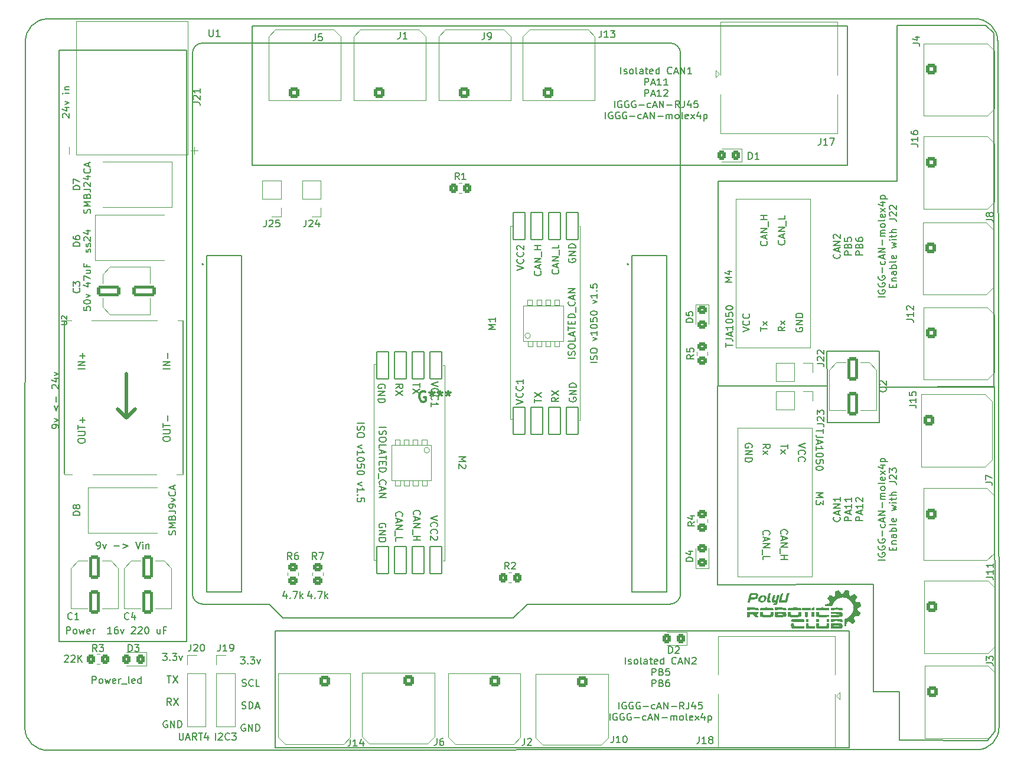
<source format=gto>
G04 #@! TF.GenerationSoftware,KiCad,Pcbnew,6.0.1-79c1e3a40b~116~ubuntu18.04.1*
G04 #@! TF.CreationDate,2022-02-09T11:31:22+08:00*
G04 #@! TF.ProjectId,Nucleo_F446_power_can_shield,4e75636c-656f-45f4-9634-34365f706f77,rev?*
G04 #@! TF.SameCoordinates,Original*
G04 #@! TF.FileFunction,Legend,Top*
G04 #@! TF.FilePolarity,Positive*
%FSLAX46Y46*%
G04 Gerber Fmt 4.6, Leading zero omitted, Abs format (unit mm)*
G04 Created by KiCad (PCBNEW 6.0.1-79c1e3a40b~116~ubuntu18.04.1) date 2022-02-09 11:31:22*
%MOMM*%
%LPD*%
G01*
G04 APERTURE LIST*
G04 Aperture macros list*
%AMRoundRect*
0 Rectangle with rounded corners*
0 $1 Rounding radius*
0 $2 $3 $4 $5 $6 $7 $8 $9 X,Y pos of 4 corners*
0 Add a 4 corners polygon primitive as box body*
4,1,4,$2,$3,$4,$5,$6,$7,$8,$9,$2,$3,0*
0 Add four circle primitives for the rounded corners*
1,1,$1+$1,$2,$3*
1,1,$1+$1,$4,$5*
1,1,$1+$1,$6,$7*
1,1,$1+$1,$8,$9*
0 Add four rect primitives between the rounded corners*
20,1,$1+$1,$2,$3,$4,$5,0*
20,1,$1+$1,$4,$5,$6,$7,0*
20,1,$1+$1,$6,$7,$8,$9,0*
20,1,$1+$1,$8,$9,$2,$3,0*%
%AMOutline4P*
0 Free polygon, 4 corners , with rotation*
0 The origin of the aperture is its center*
0 number of corners: always 4*
0 $1 to $8 corner X, Y*
0 $9 Rotation angle, in degrees counterclockwise*
0 create outline with 4 corners*
4,1,4,$1,$2,$3,$4,$5,$6,$7,$8,$1,$2,$9*%
G04 Aperture macros list end*
%ADD10C,0.150000*%
G04 #@! TA.AperFunction,Profile*
%ADD11C,0.150000*%
G04 #@! TD*
%ADD12C,0.300000*%
%ADD13C,0.120000*%
%ADD14C,0.127000*%
%ADD15C,0.500000*%
%ADD16C,0.200000*%
%ADD17RoundRect,0.250000X-0.450000X0.350000X-0.450000X-0.350000X0.450000X-0.350000X0.450000X0.350000X0*%
%ADD18Outline4P,-2.150000X-1.800000X2.150000X-0.800000X2.150000X0.800000X-2.150000X1.800000X0.000000*%
%ADD19Outline4P,-2.150000X-1.800000X2.150000X-0.800000X2.150000X0.800000X-2.150000X1.800000X180.000000*%
%ADD20R,1.700000X1.700000*%
%ADD21O,1.700000X1.700000*%
%ADD22C,1.524000*%
%ADD23RoundRect,0.250000X0.450000X-0.325000X0.450000X0.325000X-0.450000X0.325000X-0.450000X-0.325000X0*%
%ADD24C,3.000000*%
%ADD25RoundRect,0.250001X-0.499999X0.499999X-0.499999X-0.499999X0.499999X-0.499999X0.499999X0.499999X0*%
%ADD26C,1.500000*%
%ADD27RoundRect,0.250001X0.499999X0.499999X-0.499999X0.499999X-0.499999X-0.499999X0.499999X-0.499999X0*%
%ADD28RoundRect,0.250000X-0.350000X-0.450000X0.350000X-0.450000X0.350000X0.450000X-0.350000X0.450000X0*%
%ADD29RoundRect,0.250000X-0.550000X1.412500X-0.550000X-1.412500X0.550000X-1.412500X0.550000X1.412500X0*%
%ADD30C,3.250000*%
%ADD31R,1.500000X1.500000*%
%ADD32C,2.300000*%
%ADD33RoundRect,0.250001X-0.499999X-0.499999X0.499999X-0.499999X0.499999X0.499999X-0.499999X0.499999X0*%
%ADD34RoundRect,0.050000X0.840000X-1.950000X0.840000X1.950000X-0.840000X1.950000X-0.840000X-1.950000X0*%
%ADD35RoundRect,0.250000X-1.412500X-0.550000X1.412500X-0.550000X1.412500X0.550000X-1.412500X0.550000X0*%
%ADD36R,1.308000X4.500000*%
%ADD37RoundRect,0.250000X0.325000X0.450000X-0.325000X0.450000X-0.325000X-0.450000X0.325000X-0.450000X0*%
%ADD38RoundRect,0.250000X0.450000X-0.350000X0.450000X0.350000X-0.450000X0.350000X-0.450000X-0.350000X0*%
%ADD39RoundRect,0.250000X-0.450000X0.325000X-0.450000X-0.325000X0.450000X-0.325000X0.450000X0.325000X0*%
%ADD40R,1.530000X1.530000*%
%ADD41C,1.530000*%
%ADD42R,0.900000X1.800000*%
%ADD43C,4.500000*%
%ADD44RoundRect,0.050000X-0.840000X1.950000X-0.840000X-1.950000X0.840000X-1.950000X0.840000X1.950000X0*%
G04 APERTURE END LIST*
D10*
X171235428Y-97433714D02*
X171235428Y-98100380D01*
X170997333Y-97052761D02*
X170759238Y-97767047D01*
X171378285Y-97767047D01*
X171759238Y-98005142D02*
X171806857Y-98052761D01*
X171759238Y-98100380D01*
X171711619Y-98052761D01*
X171759238Y-98005142D01*
X171759238Y-98100380D01*
X172140190Y-97100380D02*
X172806857Y-97100380D01*
X172378285Y-98100380D01*
X173187809Y-98100380D02*
X173187809Y-97100380D01*
X173283047Y-97719428D02*
X173568761Y-98100380D01*
X173568761Y-97433714D02*
X173187809Y-97814666D01*
X167679428Y-97433714D02*
X167679428Y-98100380D01*
X167441333Y-97052761D02*
X167203238Y-97767047D01*
X167822285Y-97767047D01*
X168203238Y-98005142D02*
X168250857Y-98052761D01*
X168203238Y-98100380D01*
X168155619Y-98052761D01*
X168203238Y-98005142D01*
X168203238Y-98100380D01*
X168584190Y-97100380D02*
X169250857Y-97100380D01*
X168822285Y-98100380D01*
X169631809Y-98100380D02*
X169631809Y-97100380D01*
X169727047Y-97719428D02*
X170012761Y-98100380D01*
X170012761Y-97433714D02*
X169631809Y-97814666D01*
X135850095Y-106339619D02*
X135897714Y-106292000D01*
X135992952Y-106244380D01*
X136231047Y-106244380D01*
X136326285Y-106292000D01*
X136373904Y-106339619D01*
X136421523Y-106434857D01*
X136421523Y-106530095D01*
X136373904Y-106672952D01*
X135802476Y-107244380D01*
X136421523Y-107244380D01*
X136802476Y-106339619D02*
X136850095Y-106292000D01*
X136945333Y-106244380D01*
X137183428Y-106244380D01*
X137278666Y-106292000D01*
X137326285Y-106339619D01*
X137373904Y-106434857D01*
X137373904Y-106530095D01*
X137326285Y-106672952D01*
X136754857Y-107244380D01*
X137373904Y-107244380D01*
X137802476Y-107244380D02*
X137802476Y-106244380D01*
X138373904Y-107244380D02*
X137945333Y-106672952D01*
X138373904Y-106244380D02*
X137802476Y-106815809D01*
X139835047Y-110292380D02*
X139835047Y-109292380D01*
X140216000Y-109292380D01*
X140311238Y-109340000D01*
X140358857Y-109387619D01*
X140406476Y-109482857D01*
X140406476Y-109625714D01*
X140358857Y-109720952D01*
X140311238Y-109768571D01*
X140216000Y-109816190D01*
X139835047Y-109816190D01*
X140977904Y-110292380D02*
X140882666Y-110244761D01*
X140835047Y-110197142D01*
X140787428Y-110101904D01*
X140787428Y-109816190D01*
X140835047Y-109720952D01*
X140882666Y-109673333D01*
X140977904Y-109625714D01*
X141120761Y-109625714D01*
X141216000Y-109673333D01*
X141263619Y-109720952D01*
X141311238Y-109816190D01*
X141311238Y-110101904D01*
X141263619Y-110197142D01*
X141216000Y-110244761D01*
X141120761Y-110292380D01*
X140977904Y-110292380D01*
X141644571Y-109625714D02*
X141835047Y-110292380D01*
X142025523Y-109816190D01*
X142216000Y-110292380D01*
X142406476Y-109625714D01*
X143168380Y-110244761D02*
X143073142Y-110292380D01*
X142882666Y-110292380D01*
X142787428Y-110244761D01*
X142739809Y-110149523D01*
X142739809Y-109768571D01*
X142787428Y-109673333D01*
X142882666Y-109625714D01*
X143073142Y-109625714D01*
X143168380Y-109673333D01*
X143216000Y-109768571D01*
X143216000Y-109863809D01*
X142739809Y-109959047D01*
X143644571Y-110292380D02*
X143644571Y-109625714D01*
X143644571Y-109816190D02*
X143692190Y-109720952D01*
X143739809Y-109673333D01*
X143835047Y-109625714D01*
X143930285Y-109625714D01*
X144025523Y-110387619D02*
X144787428Y-110387619D01*
X145168380Y-110292380D02*
X145073142Y-110244761D01*
X145025523Y-110149523D01*
X145025523Y-109292380D01*
X145930285Y-110244761D02*
X145835047Y-110292380D01*
X145644571Y-110292380D01*
X145549333Y-110244761D01*
X145501714Y-110149523D01*
X145501714Y-109768571D01*
X145549333Y-109673333D01*
X145644571Y-109625714D01*
X145835047Y-109625714D01*
X145930285Y-109673333D01*
X145977904Y-109768571D01*
X145977904Y-109863809D01*
X145501714Y-109959047D01*
X146835047Y-110292380D02*
X146835047Y-109292380D01*
X146835047Y-110244761D02*
X146739809Y-110292380D01*
X146549333Y-110292380D01*
X146454095Y-110244761D01*
X146406476Y-110197142D01*
X146358857Y-110101904D01*
X146358857Y-109816190D01*
X146406476Y-109720952D01*
X146454095Y-109673333D01*
X146549333Y-109625714D01*
X146739809Y-109625714D01*
X146835047Y-109673333D01*
X151740761Y-88979809D02*
X151788380Y-88836952D01*
X151788380Y-88598857D01*
X151740761Y-88503619D01*
X151693142Y-88456000D01*
X151597904Y-88408380D01*
X151502666Y-88408380D01*
X151407428Y-88456000D01*
X151359809Y-88503619D01*
X151312190Y-88598857D01*
X151264571Y-88789333D01*
X151216952Y-88884571D01*
X151169333Y-88932190D01*
X151074095Y-88979809D01*
X150978857Y-88979809D01*
X150883619Y-88932190D01*
X150836000Y-88884571D01*
X150788380Y-88789333D01*
X150788380Y-88551238D01*
X150836000Y-88408380D01*
X151788380Y-87979809D02*
X150788380Y-87979809D01*
X151502666Y-87646476D01*
X150788380Y-87313142D01*
X151788380Y-87313142D01*
X151264571Y-86503619D02*
X151312190Y-86360761D01*
X151359809Y-86313142D01*
X151455047Y-86265523D01*
X151597904Y-86265523D01*
X151693142Y-86313142D01*
X151740761Y-86360761D01*
X151788380Y-86456000D01*
X151788380Y-86836952D01*
X150788380Y-86836952D01*
X150788380Y-86503619D01*
X150836000Y-86408380D01*
X150883619Y-86360761D01*
X150978857Y-86313142D01*
X151074095Y-86313142D01*
X151169333Y-86360761D01*
X151216952Y-86408380D01*
X151264571Y-86503619D01*
X151264571Y-86836952D01*
X150788380Y-85551238D02*
X151502666Y-85551238D01*
X151645523Y-85598857D01*
X151740761Y-85694095D01*
X151788380Y-85836952D01*
X151788380Y-85932190D01*
X151788380Y-85027428D02*
X151788380Y-84836952D01*
X151740761Y-84741714D01*
X151693142Y-84694095D01*
X151550285Y-84598857D01*
X151359809Y-84551238D01*
X150978857Y-84551238D01*
X150883619Y-84598857D01*
X150836000Y-84646476D01*
X150788380Y-84741714D01*
X150788380Y-84932190D01*
X150836000Y-85027428D01*
X150883619Y-85075047D01*
X150978857Y-85122666D01*
X151216952Y-85122666D01*
X151312190Y-85075047D01*
X151359809Y-85027428D01*
X151407428Y-84932190D01*
X151407428Y-84741714D01*
X151359809Y-84646476D01*
X151312190Y-84598857D01*
X151216952Y-84551238D01*
X151121714Y-84217904D02*
X151788380Y-83979809D01*
X151121714Y-83741714D01*
X151693142Y-82789333D02*
X151740761Y-82836952D01*
X151788380Y-82979809D01*
X151788380Y-83075047D01*
X151740761Y-83217904D01*
X151645523Y-83313142D01*
X151550285Y-83360761D01*
X151359809Y-83408380D01*
X151216952Y-83408380D01*
X151026476Y-83360761D01*
X150931238Y-83313142D01*
X150836000Y-83217904D01*
X150788380Y-83075047D01*
X150788380Y-82979809D01*
X150836000Y-82836952D01*
X150883619Y-82789333D01*
X151502666Y-82408380D02*
X151502666Y-81932190D01*
X151788380Y-82503619D02*
X150788380Y-82170285D01*
X151788380Y-81836952D01*
X153368000Y-104252000D02*
X135080000Y-104252000D01*
X139548761Y-42847047D02*
X139596380Y-42704190D01*
X139596380Y-42466095D01*
X139548761Y-42370857D01*
X139501142Y-42323238D01*
X139405904Y-42275619D01*
X139310666Y-42275619D01*
X139215428Y-42323238D01*
X139167809Y-42370857D01*
X139120190Y-42466095D01*
X139072571Y-42656571D01*
X139024952Y-42751809D01*
X138977333Y-42799428D01*
X138882095Y-42847047D01*
X138786857Y-42847047D01*
X138691619Y-42799428D01*
X138644000Y-42751809D01*
X138596380Y-42656571D01*
X138596380Y-42418476D01*
X138644000Y-42275619D01*
X139596380Y-41847047D02*
X138596380Y-41847047D01*
X139310666Y-41513714D01*
X138596380Y-41180380D01*
X139596380Y-41180380D01*
X139072571Y-40370857D02*
X139120190Y-40228000D01*
X139167809Y-40180380D01*
X139263047Y-40132761D01*
X139405904Y-40132761D01*
X139501142Y-40180380D01*
X139548761Y-40228000D01*
X139596380Y-40323238D01*
X139596380Y-40704190D01*
X138596380Y-40704190D01*
X138596380Y-40370857D01*
X138644000Y-40275619D01*
X138691619Y-40228000D01*
X138786857Y-40180380D01*
X138882095Y-40180380D01*
X138977333Y-40228000D01*
X139024952Y-40275619D01*
X139072571Y-40370857D01*
X139072571Y-40704190D01*
X138596380Y-39418476D02*
X139310666Y-39418476D01*
X139453523Y-39466095D01*
X139548761Y-39561333D01*
X139596380Y-39704190D01*
X139596380Y-39799428D01*
X138691619Y-38989904D02*
X138644000Y-38942285D01*
X138596380Y-38847047D01*
X138596380Y-38608952D01*
X138644000Y-38513714D01*
X138691619Y-38466095D01*
X138786857Y-38418476D01*
X138882095Y-38418476D01*
X139024952Y-38466095D01*
X139596380Y-39037523D01*
X139596380Y-38418476D01*
X138929714Y-37561333D02*
X139596380Y-37561333D01*
X138548761Y-37799428D02*
X139263047Y-38037523D01*
X139263047Y-37418476D01*
X139501142Y-36466095D02*
X139548761Y-36513714D01*
X139596380Y-36656571D01*
X139596380Y-36751809D01*
X139548761Y-36894666D01*
X139453523Y-36989904D01*
X139358285Y-37037523D01*
X139167809Y-37085142D01*
X139024952Y-37085142D01*
X138834476Y-37037523D01*
X138739238Y-36989904D01*
X138644000Y-36894666D01*
X138596380Y-36751809D01*
X138596380Y-36656571D01*
X138644000Y-36513714D01*
X138691619Y-36466095D01*
X139310666Y-36085142D02*
X139310666Y-35608952D01*
X139596380Y-36180380D02*
X138596380Y-35847047D01*
X139596380Y-35513714D01*
X139548761Y-48419428D02*
X139596380Y-48324190D01*
X139596380Y-48133714D01*
X139548761Y-48038476D01*
X139453523Y-47990857D01*
X139405904Y-47990857D01*
X139310666Y-48038476D01*
X139263047Y-48133714D01*
X139263047Y-48276571D01*
X139215428Y-48371809D01*
X139120190Y-48419428D01*
X139072571Y-48419428D01*
X138977333Y-48371809D01*
X138929714Y-48276571D01*
X138929714Y-48133714D01*
X138977333Y-48038476D01*
X139548761Y-47609904D02*
X139596380Y-47514666D01*
X139596380Y-47324190D01*
X139548761Y-47228952D01*
X139453523Y-47181333D01*
X139405904Y-47181333D01*
X139310666Y-47228952D01*
X139263047Y-47324190D01*
X139263047Y-47467047D01*
X139215428Y-47562285D01*
X139120190Y-47609904D01*
X139072571Y-47609904D01*
X138977333Y-47562285D01*
X138929714Y-47467047D01*
X138929714Y-47324190D01*
X138977333Y-47228952D01*
X138691619Y-46800380D02*
X138644000Y-46752761D01*
X138596380Y-46657523D01*
X138596380Y-46419428D01*
X138644000Y-46324190D01*
X138691619Y-46276571D01*
X138786857Y-46228952D01*
X138882095Y-46228952D01*
X139024952Y-46276571D01*
X139596380Y-46848000D01*
X139596380Y-46228952D01*
X138929714Y-45371809D02*
X139596380Y-45371809D01*
X138548761Y-45609904D02*
X139263047Y-45848000D01*
X139263047Y-45228952D01*
X267922000Y-15860000D02*
X269065000Y-17003000D01*
X251869200Y-111491000D02*
X255552200Y-111491000D01*
X251869200Y-96047800D02*
X251869200Y-111491000D01*
X267922000Y-15860000D02*
X257127000Y-15860000D01*
X255222000Y-38212000D02*
X229568000Y-38212000D01*
X135080000Y-104252000D02*
X135080000Y-19416000D01*
X252682000Y-62596000D02*
X252682000Y-66533000D01*
X269287000Y-117152000D02*
X268176000Y-118476000D01*
X245201700Y-72857600D02*
X245189000Y-67549000D01*
X229568000Y-38212000D02*
X229568000Y-67637900D01*
X153368000Y-19416000D02*
X153368000Y-102728000D01*
X166068000Y-102728000D02*
X166068000Y-119492000D01*
X255552200Y-111491000D02*
X255552200Y-118450600D01*
X252682000Y-66533000D02*
X252682000Y-67930000D01*
X229491800Y-96124000D02*
X251869200Y-96047800D01*
X153368000Y-102728000D02*
X153368000Y-104252000D01*
X166068000Y-119492000D02*
X248364000Y-119492000D01*
X248364000Y-119492000D02*
X248364000Y-102728000D01*
X162766000Y-15987000D02*
X248110000Y-15987000D01*
X248110000Y-15987000D02*
X248110000Y-35926000D01*
X248110000Y-35926000D02*
X162766000Y-35926000D01*
X162766000Y-35926000D02*
X162766000Y-15987000D01*
X252707400Y-72857600D02*
X245201700Y-72857600D01*
X268938000Y-67803000D02*
X269192000Y-67803000D01*
X135080000Y-19416000D02*
X153368000Y-19416000D01*
X252707400Y-67777600D02*
X252707400Y-71105000D01*
X252682000Y-67803000D02*
X269115800Y-67803000D01*
X229504500Y-67637900D02*
X245189000Y-67625200D01*
X269115800Y-67752200D02*
X269065000Y-17003000D01*
X229504500Y-67637900D02*
X229491800Y-96124000D01*
X257127000Y-15860000D02*
X255222000Y-15860000D01*
X255222000Y-15860000D02*
X255222000Y-38212000D01*
X248364000Y-102728000D02*
X166068000Y-102728000D01*
X245138200Y-62596000D02*
X252682000Y-62596000D01*
X252707400Y-71105000D02*
X252707400Y-72502000D01*
X255552200Y-118450600D02*
X268176000Y-118476000D01*
X245189000Y-67625200D02*
X245138200Y-62596000D01*
X269287000Y-117152000D02*
X269192000Y-67726800D01*
X269192000Y-67726800D02*
X252707400Y-67777600D01*
X252707400Y-72502000D02*
X252707400Y-72857600D01*
X166068000Y-102728000D02*
X166068000Y-103109000D01*
D11*
X130176375Y-116702149D02*
G75*
G03*
X133454600Y-119877149I3176626J1D01*
G01*
X266656149Y-119823625D02*
G75*
G03*
X269831149Y-116545400I-1J3176626D01*
G01*
X266372400Y-14971000D02*
X133429000Y-14969375D01*
X269650625Y-18014852D02*
X269831149Y-116545400D01*
X133429000Y-14969375D02*
G75*
G03*
X130254000Y-18247600I1J-3176626D01*
G01*
X130176375Y-116702149D02*
X130254000Y-18247600D01*
X266656149Y-119823625D02*
X133454600Y-119877149D01*
X269650625Y-18141851D02*
G75*
G03*
X266372400Y-14966851I-3176626J-1D01*
G01*
D10*
X142613142Y-103180380D02*
X142041714Y-103180380D01*
X142327428Y-103180380D02*
X142327428Y-102180380D01*
X142232190Y-102323238D01*
X142136952Y-102418476D01*
X142041714Y-102466095D01*
X143470285Y-102180380D02*
X143279809Y-102180380D01*
X143184571Y-102228000D01*
X143136952Y-102275619D01*
X143041714Y-102418476D01*
X142994095Y-102608952D01*
X142994095Y-102989904D01*
X143041714Y-103085142D01*
X143089333Y-103132761D01*
X143184571Y-103180380D01*
X143375047Y-103180380D01*
X143470285Y-103132761D01*
X143517904Y-103085142D01*
X143565523Y-102989904D01*
X143565523Y-102751809D01*
X143517904Y-102656571D01*
X143470285Y-102608952D01*
X143375047Y-102561333D01*
X143184571Y-102561333D01*
X143089333Y-102608952D01*
X143041714Y-102656571D01*
X142994095Y-102751809D01*
X143898857Y-102513714D02*
X144136952Y-103180380D01*
X144375047Y-102513714D01*
X145470285Y-102275619D02*
X145517904Y-102228000D01*
X145613142Y-102180380D01*
X145851238Y-102180380D01*
X145946476Y-102228000D01*
X145994095Y-102275619D01*
X146041714Y-102370857D01*
X146041714Y-102466095D01*
X145994095Y-102608952D01*
X145422666Y-103180380D01*
X146041714Y-103180380D01*
X146422666Y-102275619D02*
X146470285Y-102228000D01*
X146565523Y-102180380D01*
X146803619Y-102180380D01*
X146898857Y-102228000D01*
X146946476Y-102275619D01*
X146994095Y-102370857D01*
X146994095Y-102466095D01*
X146946476Y-102608952D01*
X146375047Y-103180380D01*
X146994095Y-103180380D01*
X147613142Y-102180380D02*
X147708380Y-102180380D01*
X147803619Y-102228000D01*
X147851238Y-102275619D01*
X147898857Y-102370857D01*
X147946476Y-102561333D01*
X147946476Y-102799428D01*
X147898857Y-102989904D01*
X147851238Y-103085142D01*
X147803619Y-103132761D01*
X147708380Y-103180380D01*
X147613142Y-103180380D01*
X147517904Y-103132761D01*
X147470285Y-103085142D01*
X147422666Y-102989904D01*
X147375047Y-102799428D01*
X147375047Y-102561333D01*
X147422666Y-102370857D01*
X147470285Y-102275619D01*
X147517904Y-102228000D01*
X147613142Y-102180380D01*
X149565523Y-102513714D02*
X149565523Y-103180380D01*
X149136952Y-102513714D02*
X149136952Y-103037523D01*
X149184571Y-103132761D01*
X149279809Y-103180380D01*
X149422666Y-103180380D01*
X149517904Y-103132761D01*
X149565523Y-103085142D01*
X150375047Y-102656571D02*
X150041714Y-102656571D01*
X150041714Y-103180380D02*
X150041714Y-102180380D01*
X150517904Y-102180380D01*
X230671380Y-62040000D02*
X230671380Y-61468571D01*
X231671380Y-61754285D02*
X230671380Y-61754285D01*
X230671380Y-60849523D02*
X231385666Y-60849523D01*
X231528523Y-60897142D01*
X231623761Y-60992380D01*
X231671380Y-61135238D01*
X231671380Y-61230476D01*
X231385666Y-60420952D02*
X231385666Y-59944761D01*
X231671380Y-60516190D02*
X230671380Y-60182857D01*
X231671380Y-59849523D01*
X231671380Y-58992380D02*
X231671380Y-59563809D01*
X231671380Y-59278095D02*
X230671380Y-59278095D01*
X230814238Y-59373333D01*
X230909476Y-59468571D01*
X230957095Y-59563809D01*
X230671380Y-58373333D02*
X230671380Y-58278095D01*
X230719000Y-58182857D01*
X230766619Y-58135238D01*
X230861857Y-58087619D01*
X231052333Y-58040000D01*
X231290428Y-58040000D01*
X231480904Y-58087619D01*
X231576142Y-58135238D01*
X231623761Y-58182857D01*
X231671380Y-58278095D01*
X231671380Y-58373333D01*
X231623761Y-58468571D01*
X231576142Y-58516190D01*
X231480904Y-58563809D01*
X231290428Y-58611428D01*
X231052333Y-58611428D01*
X230861857Y-58563809D01*
X230766619Y-58516190D01*
X230719000Y-58468571D01*
X230671380Y-58373333D01*
X230671380Y-57135238D02*
X230671380Y-57611428D01*
X231147571Y-57659047D01*
X231099952Y-57611428D01*
X231052333Y-57516190D01*
X231052333Y-57278095D01*
X231099952Y-57182857D01*
X231147571Y-57135238D01*
X231242809Y-57087619D01*
X231480904Y-57087619D01*
X231576142Y-57135238D01*
X231623761Y-57182857D01*
X231671380Y-57278095D01*
X231671380Y-57516190D01*
X231623761Y-57611428D01*
X231576142Y-57659047D01*
X230671380Y-56468571D02*
X230671380Y-56373333D01*
X230719000Y-56278095D01*
X230766619Y-56230476D01*
X230861857Y-56182857D01*
X231052333Y-56135238D01*
X231290428Y-56135238D01*
X231480904Y-56182857D01*
X231576142Y-56230476D01*
X231623761Y-56278095D01*
X231671380Y-56373333D01*
X231671380Y-56468571D01*
X231623761Y-56563809D01*
X231576142Y-56611428D01*
X231480904Y-56659047D01*
X231290428Y-56706666D01*
X231052333Y-56706666D01*
X230861857Y-56659047D01*
X230766619Y-56611428D01*
X230719000Y-56563809D01*
X230671380Y-56468571D01*
X157503619Y-118420380D02*
X157503619Y-117420380D01*
X157932190Y-117515619D02*
X157979809Y-117468000D01*
X158075047Y-117420380D01*
X158313142Y-117420380D01*
X158408380Y-117468000D01*
X158456000Y-117515619D01*
X158503619Y-117610857D01*
X158503619Y-117706095D01*
X158456000Y-117848952D01*
X157884571Y-118420380D01*
X158503619Y-118420380D01*
X159503619Y-118325142D02*
X159456000Y-118372761D01*
X159313142Y-118420380D01*
X159217904Y-118420380D01*
X159075047Y-118372761D01*
X158979809Y-118277523D01*
X158932190Y-118182285D01*
X158884571Y-117991809D01*
X158884571Y-117848952D01*
X158932190Y-117658476D01*
X158979809Y-117563238D01*
X159075047Y-117468000D01*
X159217904Y-117420380D01*
X159313142Y-117420380D01*
X159456000Y-117468000D01*
X159503619Y-117515619D01*
X159836952Y-117420380D02*
X160456000Y-117420380D01*
X160122666Y-117801333D01*
X160265523Y-117801333D01*
X160360761Y-117848952D01*
X160408380Y-117896571D01*
X160456000Y-117991809D01*
X160456000Y-118229904D01*
X160408380Y-118325142D01*
X160360761Y-118372761D01*
X160265523Y-118420380D01*
X159979809Y-118420380D01*
X159884571Y-118372761D01*
X159836952Y-118325142D01*
X149907428Y-105986380D02*
X150526476Y-105986380D01*
X150193142Y-106367333D01*
X150336000Y-106367333D01*
X150431238Y-106414952D01*
X150478857Y-106462571D01*
X150526476Y-106557809D01*
X150526476Y-106795904D01*
X150478857Y-106891142D01*
X150431238Y-106938761D01*
X150336000Y-106986380D01*
X150050285Y-106986380D01*
X149955047Y-106938761D01*
X149907428Y-106891142D01*
X150955047Y-106891142D02*
X151002666Y-106938761D01*
X150955047Y-106986380D01*
X150907428Y-106938761D01*
X150955047Y-106891142D01*
X150955047Y-106986380D01*
X151336000Y-105986380D02*
X151955047Y-105986380D01*
X151621714Y-106367333D01*
X151764571Y-106367333D01*
X151859809Y-106414952D01*
X151907428Y-106462571D01*
X151955047Y-106557809D01*
X151955047Y-106795904D01*
X151907428Y-106891142D01*
X151859809Y-106938761D01*
X151764571Y-106986380D01*
X151478857Y-106986380D01*
X151383619Y-106938761D01*
X151336000Y-106891142D01*
X152288380Y-106319714D02*
X152526476Y-106986380D01*
X152764571Y-106319714D01*
X150574095Y-109206380D02*
X151145523Y-109206380D01*
X150859809Y-110206380D02*
X150859809Y-109206380D01*
X151383619Y-109206380D02*
X152050285Y-110206380D01*
X152050285Y-109206380D02*
X151383619Y-110206380D01*
X151169333Y-113426380D02*
X150836000Y-112950190D01*
X150597904Y-113426380D02*
X150597904Y-112426380D01*
X150978857Y-112426380D01*
X151074095Y-112474000D01*
X151121714Y-112521619D01*
X151169333Y-112616857D01*
X151169333Y-112759714D01*
X151121714Y-112854952D01*
X151074095Y-112902571D01*
X150978857Y-112950190D01*
X150597904Y-112950190D01*
X151502666Y-112426380D02*
X152169333Y-113426380D01*
X152169333Y-112426380D02*
X151502666Y-113426380D01*
X150574095Y-115694000D02*
X150478857Y-115646380D01*
X150336000Y-115646380D01*
X150193142Y-115694000D01*
X150097904Y-115789238D01*
X150050285Y-115884476D01*
X150002666Y-116074952D01*
X150002666Y-116217809D01*
X150050285Y-116408285D01*
X150097904Y-116503523D01*
X150193142Y-116598761D01*
X150336000Y-116646380D01*
X150431238Y-116646380D01*
X150574095Y-116598761D01*
X150621714Y-116551142D01*
X150621714Y-116217809D01*
X150431238Y-116217809D01*
X151050285Y-116646380D02*
X151050285Y-115646380D01*
X151621714Y-116646380D01*
X151621714Y-115646380D01*
X152097904Y-116646380D02*
X152097904Y-115646380D01*
X152336000Y-115646380D01*
X152478857Y-115694000D01*
X152574095Y-115789238D01*
X152621714Y-115884476D01*
X152669333Y-116074952D01*
X152669333Y-116217809D01*
X152621714Y-116408285D01*
X152574095Y-116503523D01*
X152478857Y-116598761D01*
X152336000Y-116646380D01*
X152097904Y-116646380D01*
X244593619Y-73820000D02*
X244593619Y-74391428D01*
X243593619Y-74105714D02*
X244593619Y-74105714D01*
X244593619Y-75010476D02*
X243879333Y-75010476D01*
X243736476Y-74962857D01*
X243641238Y-74867619D01*
X243593619Y-74724761D01*
X243593619Y-74629523D01*
X243879333Y-75439047D02*
X243879333Y-75915238D01*
X243593619Y-75343809D02*
X244593619Y-75677142D01*
X243593619Y-76010476D01*
X243593619Y-76867619D02*
X243593619Y-76296190D01*
X243593619Y-76581904D02*
X244593619Y-76581904D01*
X244450761Y-76486666D01*
X244355523Y-76391428D01*
X244307904Y-76296190D01*
X244593619Y-77486666D02*
X244593619Y-77581904D01*
X244546000Y-77677142D01*
X244498380Y-77724761D01*
X244403142Y-77772380D01*
X244212666Y-77820000D01*
X243974571Y-77820000D01*
X243784095Y-77772380D01*
X243688857Y-77724761D01*
X243641238Y-77677142D01*
X243593619Y-77581904D01*
X243593619Y-77486666D01*
X243641238Y-77391428D01*
X243688857Y-77343809D01*
X243784095Y-77296190D01*
X243974571Y-77248571D01*
X244212666Y-77248571D01*
X244403142Y-77296190D01*
X244498380Y-77343809D01*
X244546000Y-77391428D01*
X244593619Y-77486666D01*
X244593619Y-78724761D02*
X244593619Y-78248571D01*
X244117428Y-78200952D01*
X244165047Y-78248571D01*
X244212666Y-78343809D01*
X244212666Y-78581904D01*
X244165047Y-78677142D01*
X244117428Y-78724761D01*
X244022190Y-78772380D01*
X243784095Y-78772380D01*
X243688857Y-78724761D01*
X243641238Y-78677142D01*
X243593619Y-78581904D01*
X243593619Y-78343809D01*
X243641238Y-78248571D01*
X243688857Y-78200952D01*
X244593619Y-79391428D02*
X244593619Y-79486666D01*
X244546000Y-79581904D01*
X244498380Y-79629523D01*
X244403142Y-79677142D01*
X244212666Y-79724761D01*
X243974571Y-79724761D01*
X243784095Y-79677142D01*
X243688857Y-79629523D01*
X243641238Y-79581904D01*
X243593619Y-79486666D01*
X243593619Y-79391428D01*
X243641238Y-79296190D01*
X243688857Y-79248571D01*
X243784095Y-79200952D01*
X243974571Y-79153333D01*
X244212666Y-79153333D01*
X244403142Y-79200952D01*
X244498380Y-79248571D01*
X244546000Y-79296190D01*
X244593619Y-79391428D01*
X246982142Y-48729047D02*
X247029761Y-48776666D01*
X247077380Y-48919523D01*
X247077380Y-49014761D01*
X247029761Y-49157619D01*
X246934523Y-49252857D01*
X246839285Y-49300476D01*
X246648809Y-49348095D01*
X246505952Y-49348095D01*
X246315476Y-49300476D01*
X246220238Y-49252857D01*
X246125000Y-49157619D01*
X246077380Y-49014761D01*
X246077380Y-48919523D01*
X246125000Y-48776666D01*
X246172619Y-48729047D01*
X246791666Y-48348095D02*
X246791666Y-47871904D01*
X247077380Y-48443333D02*
X246077380Y-48110000D01*
X247077380Y-47776666D01*
X247077380Y-47443333D02*
X246077380Y-47443333D01*
X247077380Y-46871904D01*
X246077380Y-46871904D01*
X246172619Y-46443333D02*
X246125000Y-46395714D01*
X246077380Y-46300476D01*
X246077380Y-46062380D01*
X246125000Y-45967142D01*
X246172619Y-45919523D01*
X246267857Y-45871904D01*
X246363095Y-45871904D01*
X246505952Y-45919523D01*
X247077380Y-46490952D01*
X247077380Y-45871904D01*
X248687380Y-48848095D02*
X247687380Y-48848095D01*
X247687380Y-48467142D01*
X247735000Y-48371904D01*
X247782619Y-48324285D01*
X247877857Y-48276666D01*
X248020714Y-48276666D01*
X248115952Y-48324285D01*
X248163571Y-48371904D01*
X248211190Y-48467142D01*
X248211190Y-48848095D01*
X248163571Y-47514761D02*
X248211190Y-47371904D01*
X248258809Y-47324285D01*
X248354047Y-47276666D01*
X248496904Y-47276666D01*
X248592142Y-47324285D01*
X248639761Y-47371904D01*
X248687380Y-47467142D01*
X248687380Y-47848095D01*
X247687380Y-47848095D01*
X247687380Y-47514761D01*
X247735000Y-47419523D01*
X247782619Y-47371904D01*
X247877857Y-47324285D01*
X247973095Y-47324285D01*
X248068333Y-47371904D01*
X248115952Y-47419523D01*
X248163571Y-47514761D01*
X248163571Y-47848095D01*
X247687380Y-46371904D02*
X247687380Y-46848095D01*
X248163571Y-46895714D01*
X248115952Y-46848095D01*
X248068333Y-46752857D01*
X248068333Y-46514761D01*
X248115952Y-46419523D01*
X248163571Y-46371904D01*
X248258809Y-46324285D01*
X248496904Y-46324285D01*
X248592142Y-46371904D01*
X248639761Y-46419523D01*
X248687380Y-46514761D01*
X248687380Y-46752857D01*
X248639761Y-46848095D01*
X248592142Y-46895714D01*
X250297380Y-48848095D02*
X249297380Y-48848095D01*
X249297380Y-48467142D01*
X249345000Y-48371904D01*
X249392619Y-48324285D01*
X249487857Y-48276666D01*
X249630714Y-48276666D01*
X249725952Y-48324285D01*
X249773571Y-48371904D01*
X249821190Y-48467142D01*
X249821190Y-48848095D01*
X249773571Y-47514761D02*
X249821190Y-47371904D01*
X249868809Y-47324285D01*
X249964047Y-47276666D01*
X250106904Y-47276666D01*
X250202142Y-47324285D01*
X250249761Y-47371904D01*
X250297380Y-47467142D01*
X250297380Y-47848095D01*
X249297380Y-47848095D01*
X249297380Y-47514761D01*
X249345000Y-47419523D01*
X249392619Y-47371904D01*
X249487857Y-47324285D01*
X249583095Y-47324285D01*
X249678333Y-47371904D01*
X249725952Y-47419523D01*
X249773571Y-47514761D01*
X249773571Y-47848095D01*
X249297380Y-46419523D02*
X249297380Y-46610000D01*
X249345000Y-46705238D01*
X249392619Y-46752857D01*
X249535476Y-46848095D01*
X249725952Y-46895714D01*
X250106904Y-46895714D01*
X250202142Y-46848095D01*
X250249761Y-46800476D01*
X250297380Y-46705238D01*
X250297380Y-46514761D01*
X250249761Y-46419523D01*
X250202142Y-46371904D01*
X250106904Y-46324285D01*
X249868809Y-46324285D01*
X249773571Y-46371904D01*
X249725952Y-46419523D01*
X249678333Y-46514761D01*
X249678333Y-46705238D01*
X249725952Y-46800476D01*
X249773571Y-46848095D01*
X249868809Y-46895714D01*
X253517380Y-54871904D02*
X252517380Y-54871904D01*
X252565000Y-53871904D02*
X252517380Y-53967142D01*
X252517380Y-54110000D01*
X252565000Y-54252857D01*
X252660238Y-54348095D01*
X252755476Y-54395714D01*
X252945952Y-54443333D01*
X253088809Y-54443333D01*
X253279285Y-54395714D01*
X253374523Y-54348095D01*
X253469761Y-54252857D01*
X253517380Y-54110000D01*
X253517380Y-54014761D01*
X253469761Y-53871904D01*
X253422142Y-53824285D01*
X253088809Y-53824285D01*
X253088809Y-54014761D01*
X252565000Y-52871904D02*
X252517380Y-52967142D01*
X252517380Y-53110000D01*
X252565000Y-53252857D01*
X252660238Y-53348095D01*
X252755476Y-53395714D01*
X252945952Y-53443333D01*
X253088809Y-53443333D01*
X253279285Y-53395714D01*
X253374523Y-53348095D01*
X253469761Y-53252857D01*
X253517380Y-53110000D01*
X253517380Y-53014761D01*
X253469761Y-52871904D01*
X253422142Y-52824285D01*
X253088809Y-52824285D01*
X253088809Y-53014761D01*
X252565000Y-51871904D02*
X252517380Y-51967142D01*
X252517380Y-52110000D01*
X252565000Y-52252857D01*
X252660238Y-52348095D01*
X252755476Y-52395714D01*
X252945952Y-52443333D01*
X253088809Y-52443333D01*
X253279285Y-52395714D01*
X253374523Y-52348095D01*
X253469761Y-52252857D01*
X253517380Y-52110000D01*
X253517380Y-52014761D01*
X253469761Y-51871904D01*
X253422142Y-51824285D01*
X253088809Y-51824285D01*
X253088809Y-52014761D01*
X253136428Y-51395714D02*
X253136428Y-50633809D01*
X253469761Y-49729047D02*
X253517380Y-49824285D01*
X253517380Y-50014761D01*
X253469761Y-50110000D01*
X253422142Y-50157619D01*
X253326904Y-50205238D01*
X253041190Y-50205238D01*
X252945952Y-50157619D01*
X252898333Y-50110000D01*
X252850714Y-50014761D01*
X252850714Y-49824285D01*
X252898333Y-49729047D01*
X253231666Y-49348095D02*
X253231666Y-48871904D01*
X253517380Y-49443333D02*
X252517380Y-49110000D01*
X253517380Y-48776666D01*
X253517380Y-48443333D02*
X252517380Y-48443333D01*
X253517380Y-47871904D01*
X252517380Y-47871904D01*
X253136428Y-47395714D02*
X253136428Y-46633809D01*
X253517380Y-46157619D02*
X252850714Y-46157619D01*
X252945952Y-46157619D02*
X252898333Y-46110000D01*
X252850714Y-46014761D01*
X252850714Y-45871904D01*
X252898333Y-45776666D01*
X252993571Y-45729047D01*
X253517380Y-45729047D01*
X252993571Y-45729047D02*
X252898333Y-45681428D01*
X252850714Y-45586190D01*
X252850714Y-45443333D01*
X252898333Y-45348095D01*
X252993571Y-45300476D01*
X253517380Y-45300476D01*
X253517380Y-44681428D02*
X253469761Y-44776666D01*
X253422142Y-44824285D01*
X253326904Y-44871904D01*
X253041190Y-44871904D01*
X252945952Y-44824285D01*
X252898333Y-44776666D01*
X252850714Y-44681428D01*
X252850714Y-44538571D01*
X252898333Y-44443333D01*
X252945952Y-44395714D01*
X253041190Y-44348095D01*
X253326904Y-44348095D01*
X253422142Y-44395714D01*
X253469761Y-44443333D01*
X253517380Y-44538571D01*
X253517380Y-44681428D01*
X253517380Y-43776666D02*
X253469761Y-43871904D01*
X253374523Y-43919523D01*
X252517380Y-43919523D01*
X253469761Y-43014761D02*
X253517380Y-43110000D01*
X253517380Y-43300476D01*
X253469761Y-43395714D01*
X253374523Y-43443333D01*
X252993571Y-43443333D01*
X252898333Y-43395714D01*
X252850714Y-43300476D01*
X252850714Y-43110000D01*
X252898333Y-43014761D01*
X252993571Y-42967142D01*
X253088809Y-42967142D01*
X253184047Y-43443333D01*
X253517380Y-42633809D02*
X252850714Y-42110000D01*
X252850714Y-42633809D02*
X253517380Y-42110000D01*
X252850714Y-41300476D02*
X253517380Y-41300476D01*
X252469761Y-41538571D02*
X253184047Y-41776666D01*
X253184047Y-41157619D01*
X252850714Y-40776666D02*
X253850714Y-40776666D01*
X252898333Y-40776666D02*
X252850714Y-40681428D01*
X252850714Y-40490952D01*
X252898333Y-40395714D01*
X252945952Y-40348095D01*
X253041190Y-40300476D01*
X253326904Y-40300476D01*
X253422142Y-40348095D01*
X253469761Y-40395714D01*
X253517380Y-40490952D01*
X253517380Y-40681428D01*
X253469761Y-40776666D01*
X254603571Y-53467142D02*
X254603571Y-53133809D01*
X255127380Y-52990952D02*
X255127380Y-53467142D01*
X254127380Y-53467142D01*
X254127380Y-52990952D01*
X254460714Y-52562380D02*
X255127380Y-52562380D01*
X254555952Y-52562380D02*
X254508333Y-52514761D01*
X254460714Y-52419523D01*
X254460714Y-52276666D01*
X254508333Y-52181428D01*
X254603571Y-52133809D01*
X255127380Y-52133809D01*
X255127380Y-51229047D02*
X254603571Y-51229047D01*
X254508333Y-51276666D01*
X254460714Y-51371904D01*
X254460714Y-51562380D01*
X254508333Y-51657619D01*
X255079761Y-51229047D02*
X255127380Y-51324285D01*
X255127380Y-51562380D01*
X255079761Y-51657619D01*
X254984523Y-51705238D01*
X254889285Y-51705238D01*
X254794047Y-51657619D01*
X254746428Y-51562380D01*
X254746428Y-51324285D01*
X254698809Y-51229047D01*
X255127380Y-50752857D02*
X254127380Y-50752857D01*
X254508333Y-50752857D02*
X254460714Y-50657619D01*
X254460714Y-50467142D01*
X254508333Y-50371904D01*
X254555952Y-50324285D01*
X254651190Y-50276666D01*
X254936904Y-50276666D01*
X255032142Y-50324285D01*
X255079761Y-50371904D01*
X255127380Y-50467142D01*
X255127380Y-50657619D01*
X255079761Y-50752857D01*
X255127380Y-49705238D02*
X255079761Y-49800476D01*
X254984523Y-49848095D01*
X254127380Y-49848095D01*
X255079761Y-48943333D02*
X255127380Y-49038571D01*
X255127380Y-49229047D01*
X255079761Y-49324285D01*
X254984523Y-49371904D01*
X254603571Y-49371904D01*
X254508333Y-49324285D01*
X254460714Y-49229047D01*
X254460714Y-49038571D01*
X254508333Y-48943333D01*
X254603571Y-48895714D01*
X254698809Y-48895714D01*
X254794047Y-49371904D01*
X254460714Y-47800476D02*
X255127380Y-47610000D01*
X254651190Y-47419523D01*
X255127380Y-47229047D01*
X254460714Y-47038571D01*
X255127380Y-46657619D02*
X254460714Y-46657619D01*
X254127380Y-46657619D02*
X254175000Y-46705238D01*
X254222619Y-46657619D01*
X254175000Y-46610000D01*
X254127380Y-46657619D01*
X254222619Y-46657619D01*
X254460714Y-46324285D02*
X254460714Y-45943333D01*
X254127380Y-46181428D02*
X254984523Y-46181428D01*
X255079761Y-46133809D01*
X255127380Y-46038571D01*
X255127380Y-45943333D01*
X255127380Y-45610000D02*
X254127380Y-45610000D01*
X255127380Y-45181428D02*
X254603571Y-45181428D01*
X254508333Y-45229047D01*
X254460714Y-45324285D01*
X254460714Y-45467142D01*
X254508333Y-45562380D01*
X254555952Y-45610000D01*
X254127380Y-43657619D02*
X254841666Y-43657619D01*
X254984523Y-43705238D01*
X255079761Y-43800476D01*
X255127380Y-43943333D01*
X255127380Y-44038571D01*
X254222619Y-43229047D02*
X254175000Y-43181428D01*
X254127380Y-43086190D01*
X254127380Y-42848095D01*
X254175000Y-42752857D01*
X254222619Y-42705238D01*
X254317857Y-42657619D01*
X254413095Y-42657619D01*
X254555952Y-42705238D01*
X255127380Y-43276666D01*
X255127380Y-42657619D01*
X254222619Y-42276666D02*
X254175000Y-42229047D01*
X254127380Y-42133809D01*
X254127380Y-41895714D01*
X254175000Y-41800476D01*
X254222619Y-41752857D01*
X254317857Y-41705238D01*
X254413095Y-41705238D01*
X254555952Y-41752857D01*
X255127380Y-42324285D01*
X255127380Y-41705238D01*
X140533523Y-90988380D02*
X140724000Y-90988380D01*
X140819238Y-90940761D01*
X140866857Y-90893142D01*
X140962095Y-90750285D01*
X141009714Y-90559809D01*
X141009714Y-90178857D01*
X140962095Y-90083619D01*
X140914476Y-90036000D01*
X140819238Y-89988380D01*
X140628761Y-89988380D01*
X140533523Y-90036000D01*
X140485904Y-90083619D01*
X140438285Y-90178857D01*
X140438285Y-90416952D01*
X140485904Y-90512190D01*
X140533523Y-90559809D01*
X140628761Y-90607428D01*
X140819238Y-90607428D01*
X140914476Y-90559809D01*
X140962095Y-90512190D01*
X141009714Y-90416952D01*
X141343047Y-90321714D02*
X141581142Y-90988380D01*
X141819238Y-90321714D01*
X142962095Y-90607428D02*
X143724000Y-90607428D01*
X144200190Y-90321714D02*
X144962095Y-90607428D01*
X144200190Y-90893142D01*
X146057333Y-89988380D02*
X146390666Y-90988380D01*
X146724000Y-89988380D01*
X147057333Y-90988380D02*
X147057333Y-90321714D01*
X147057333Y-89988380D02*
X147009714Y-90036000D01*
X147057333Y-90083619D01*
X147104952Y-90036000D01*
X147057333Y-89988380D01*
X147057333Y-90083619D01*
X147533523Y-90321714D02*
X147533523Y-90988380D01*
X147533523Y-90416952D02*
X147581142Y-90369333D01*
X147676380Y-90321714D01*
X147819238Y-90321714D01*
X147914476Y-90369333D01*
X147962095Y-90464571D01*
X147962095Y-90988380D01*
X152312571Y-117420380D02*
X152312571Y-118229904D01*
X152360190Y-118325142D01*
X152407809Y-118372761D01*
X152503047Y-118420380D01*
X152693523Y-118420380D01*
X152788761Y-118372761D01*
X152836380Y-118325142D01*
X152884000Y-118229904D01*
X152884000Y-117420380D01*
X153312571Y-118134666D02*
X153788761Y-118134666D01*
X153217333Y-118420380D02*
X153550666Y-117420380D01*
X153884000Y-118420380D01*
X154788761Y-118420380D02*
X154455428Y-117944190D01*
X154217333Y-118420380D02*
X154217333Y-117420380D01*
X154598285Y-117420380D01*
X154693523Y-117468000D01*
X154741142Y-117515619D01*
X154788761Y-117610857D01*
X154788761Y-117753714D01*
X154741142Y-117848952D01*
X154693523Y-117896571D01*
X154598285Y-117944190D01*
X154217333Y-117944190D01*
X155074476Y-117420380D02*
X155645904Y-117420380D01*
X155360190Y-118420380D02*
X155360190Y-117420380D01*
X156407809Y-117753714D02*
X156407809Y-118420380D01*
X156169714Y-117372761D02*
X155931619Y-118087047D01*
X156550666Y-118087047D01*
X138596380Y-56285333D02*
X138596380Y-56761523D01*
X139072571Y-56809142D01*
X139024952Y-56761523D01*
X138977333Y-56666285D01*
X138977333Y-56428190D01*
X139024952Y-56332952D01*
X139072571Y-56285333D01*
X139167809Y-56237714D01*
X139405904Y-56237714D01*
X139501142Y-56285333D01*
X139548761Y-56332952D01*
X139596380Y-56428190D01*
X139596380Y-56666285D01*
X139548761Y-56761523D01*
X139501142Y-56809142D01*
X138596380Y-55618666D02*
X138596380Y-55523428D01*
X138644000Y-55428190D01*
X138691619Y-55380571D01*
X138786857Y-55332952D01*
X138977333Y-55285333D01*
X139215428Y-55285333D01*
X139405904Y-55332952D01*
X139501142Y-55380571D01*
X139548761Y-55428190D01*
X139596380Y-55523428D01*
X139596380Y-55618666D01*
X139548761Y-55713904D01*
X139501142Y-55761523D01*
X139405904Y-55809142D01*
X139215428Y-55856761D01*
X138977333Y-55856761D01*
X138786857Y-55809142D01*
X138691619Y-55761523D01*
X138644000Y-55713904D01*
X138596380Y-55618666D01*
X138929714Y-54952000D02*
X139596380Y-54713904D01*
X138929714Y-54475809D01*
X138929714Y-52904380D02*
X139596380Y-52904380D01*
X138548761Y-53142476D02*
X139263047Y-53380571D01*
X139263047Y-52761523D01*
X138596380Y-52475809D02*
X138596380Y-51809142D01*
X139596380Y-52237714D01*
X138929714Y-50999619D02*
X139596380Y-50999619D01*
X138929714Y-51428190D02*
X139453523Y-51428190D01*
X139548761Y-51380571D01*
X139596380Y-51285333D01*
X139596380Y-51142476D01*
X139548761Y-51047238D01*
X139501142Y-50999619D01*
X139072571Y-50190095D02*
X139072571Y-50523428D01*
X139596380Y-50523428D02*
X138596380Y-50523428D01*
X138596380Y-50047238D01*
X135643619Y-29123238D02*
X135596000Y-29075619D01*
X135548380Y-28980380D01*
X135548380Y-28742285D01*
X135596000Y-28647047D01*
X135643619Y-28599428D01*
X135738857Y-28551809D01*
X135834095Y-28551809D01*
X135976952Y-28599428D01*
X136548380Y-29170857D01*
X136548380Y-28551809D01*
X135881714Y-27694666D02*
X136548380Y-27694666D01*
X135500761Y-27932761D02*
X136215047Y-28170857D01*
X136215047Y-27551809D01*
X135881714Y-27266095D02*
X136548380Y-27028000D01*
X135881714Y-26789904D01*
X136548380Y-25647047D02*
X135881714Y-25647047D01*
X135548380Y-25647047D02*
X135596000Y-25694666D01*
X135643619Y-25647047D01*
X135596000Y-25599428D01*
X135548380Y-25647047D01*
X135643619Y-25647047D01*
X135881714Y-25170857D02*
X136548380Y-25170857D01*
X135976952Y-25170857D02*
X135929333Y-25123238D01*
X135881714Y-25028000D01*
X135881714Y-24885142D01*
X135929333Y-24789904D01*
X136024571Y-24742285D01*
X136548380Y-24742285D01*
X161083428Y-106494380D02*
X161702476Y-106494380D01*
X161369142Y-106875333D01*
X161512000Y-106875333D01*
X161607238Y-106922952D01*
X161654857Y-106970571D01*
X161702476Y-107065809D01*
X161702476Y-107303904D01*
X161654857Y-107399142D01*
X161607238Y-107446761D01*
X161512000Y-107494380D01*
X161226285Y-107494380D01*
X161131047Y-107446761D01*
X161083428Y-107399142D01*
X162131047Y-107399142D02*
X162178666Y-107446761D01*
X162131047Y-107494380D01*
X162083428Y-107446761D01*
X162131047Y-107399142D01*
X162131047Y-107494380D01*
X162512000Y-106494380D02*
X163131047Y-106494380D01*
X162797714Y-106875333D01*
X162940571Y-106875333D01*
X163035809Y-106922952D01*
X163083428Y-106970571D01*
X163131047Y-107065809D01*
X163131047Y-107303904D01*
X163083428Y-107399142D01*
X163035809Y-107446761D01*
X162940571Y-107494380D01*
X162654857Y-107494380D01*
X162559619Y-107446761D01*
X162512000Y-107399142D01*
X163464380Y-106827714D02*
X163702476Y-107494380D01*
X163940571Y-106827714D01*
X161321523Y-110666761D02*
X161464380Y-110714380D01*
X161702476Y-110714380D01*
X161797714Y-110666761D01*
X161845333Y-110619142D01*
X161892952Y-110523904D01*
X161892952Y-110428666D01*
X161845333Y-110333428D01*
X161797714Y-110285809D01*
X161702476Y-110238190D01*
X161512000Y-110190571D01*
X161416761Y-110142952D01*
X161369142Y-110095333D01*
X161321523Y-110000095D01*
X161321523Y-109904857D01*
X161369142Y-109809619D01*
X161416761Y-109762000D01*
X161512000Y-109714380D01*
X161750095Y-109714380D01*
X161892952Y-109762000D01*
X162892952Y-110619142D02*
X162845333Y-110666761D01*
X162702476Y-110714380D01*
X162607238Y-110714380D01*
X162464380Y-110666761D01*
X162369142Y-110571523D01*
X162321523Y-110476285D01*
X162273904Y-110285809D01*
X162273904Y-110142952D01*
X162321523Y-109952476D01*
X162369142Y-109857238D01*
X162464380Y-109762000D01*
X162607238Y-109714380D01*
X162702476Y-109714380D01*
X162845333Y-109762000D01*
X162892952Y-109809619D01*
X163797714Y-110714380D02*
X163321523Y-110714380D01*
X163321523Y-109714380D01*
X161297714Y-113886761D02*
X161440571Y-113934380D01*
X161678666Y-113934380D01*
X161773904Y-113886761D01*
X161821523Y-113839142D01*
X161869142Y-113743904D01*
X161869142Y-113648666D01*
X161821523Y-113553428D01*
X161773904Y-113505809D01*
X161678666Y-113458190D01*
X161488190Y-113410571D01*
X161392952Y-113362952D01*
X161345333Y-113315333D01*
X161297714Y-113220095D01*
X161297714Y-113124857D01*
X161345333Y-113029619D01*
X161392952Y-112982000D01*
X161488190Y-112934380D01*
X161726285Y-112934380D01*
X161869142Y-112982000D01*
X162297714Y-113934380D02*
X162297714Y-112934380D01*
X162535809Y-112934380D01*
X162678666Y-112982000D01*
X162773904Y-113077238D01*
X162821523Y-113172476D01*
X162869142Y-113362952D01*
X162869142Y-113505809D01*
X162821523Y-113696285D01*
X162773904Y-113791523D01*
X162678666Y-113886761D01*
X162535809Y-113934380D01*
X162297714Y-113934380D01*
X163250095Y-113648666D02*
X163726285Y-113648666D01*
X163154857Y-113934380D02*
X163488190Y-112934380D01*
X163821523Y-113934380D01*
X161750095Y-116202000D02*
X161654857Y-116154380D01*
X161512000Y-116154380D01*
X161369142Y-116202000D01*
X161273904Y-116297238D01*
X161226285Y-116392476D01*
X161178666Y-116582952D01*
X161178666Y-116725809D01*
X161226285Y-116916285D01*
X161273904Y-117011523D01*
X161369142Y-117106761D01*
X161512000Y-117154380D01*
X161607238Y-117154380D01*
X161750095Y-117106761D01*
X161797714Y-117059142D01*
X161797714Y-116725809D01*
X161607238Y-116725809D01*
X162226285Y-117154380D02*
X162226285Y-116154380D01*
X162797714Y-117154380D01*
X162797714Y-116154380D01*
X163273904Y-117154380D02*
X163273904Y-116154380D01*
X163512000Y-116154380D01*
X163654857Y-116202000D01*
X163750095Y-116297238D01*
X163797714Y-116392476D01*
X163845333Y-116582952D01*
X163845333Y-116725809D01*
X163797714Y-116916285D01*
X163750095Y-117011523D01*
X163654857Y-117106761D01*
X163512000Y-117154380D01*
X163273904Y-117154380D01*
X216265380Y-107537380D02*
X216265380Y-106537380D01*
X216693952Y-107489761D02*
X216789190Y-107537380D01*
X216979666Y-107537380D01*
X217074904Y-107489761D01*
X217122523Y-107394523D01*
X217122523Y-107346904D01*
X217074904Y-107251666D01*
X216979666Y-107204047D01*
X216836809Y-107204047D01*
X216741571Y-107156428D01*
X216693952Y-107061190D01*
X216693952Y-107013571D01*
X216741571Y-106918333D01*
X216836809Y-106870714D01*
X216979666Y-106870714D01*
X217074904Y-106918333D01*
X217693952Y-107537380D02*
X217598714Y-107489761D01*
X217551095Y-107442142D01*
X217503476Y-107346904D01*
X217503476Y-107061190D01*
X217551095Y-106965952D01*
X217598714Y-106918333D01*
X217693952Y-106870714D01*
X217836809Y-106870714D01*
X217932047Y-106918333D01*
X217979666Y-106965952D01*
X218027285Y-107061190D01*
X218027285Y-107346904D01*
X217979666Y-107442142D01*
X217932047Y-107489761D01*
X217836809Y-107537380D01*
X217693952Y-107537380D01*
X218598714Y-107537380D02*
X218503476Y-107489761D01*
X218455857Y-107394523D01*
X218455857Y-106537380D01*
X219408238Y-107537380D02*
X219408238Y-107013571D01*
X219360619Y-106918333D01*
X219265380Y-106870714D01*
X219074904Y-106870714D01*
X218979666Y-106918333D01*
X219408238Y-107489761D02*
X219313000Y-107537380D01*
X219074904Y-107537380D01*
X218979666Y-107489761D01*
X218932047Y-107394523D01*
X218932047Y-107299285D01*
X218979666Y-107204047D01*
X219074904Y-107156428D01*
X219313000Y-107156428D01*
X219408238Y-107108809D01*
X219741571Y-106870714D02*
X220122523Y-106870714D01*
X219884428Y-106537380D02*
X219884428Y-107394523D01*
X219932047Y-107489761D01*
X220027285Y-107537380D01*
X220122523Y-107537380D01*
X220836809Y-107489761D02*
X220741571Y-107537380D01*
X220551095Y-107537380D01*
X220455857Y-107489761D01*
X220408238Y-107394523D01*
X220408238Y-107013571D01*
X220455857Y-106918333D01*
X220551095Y-106870714D01*
X220741571Y-106870714D01*
X220836809Y-106918333D01*
X220884428Y-107013571D01*
X220884428Y-107108809D01*
X220408238Y-107204047D01*
X221741571Y-107537380D02*
X221741571Y-106537380D01*
X221741571Y-107489761D02*
X221646333Y-107537380D01*
X221455857Y-107537380D01*
X221360619Y-107489761D01*
X221313000Y-107442142D01*
X221265380Y-107346904D01*
X221265380Y-107061190D01*
X221313000Y-106965952D01*
X221360619Y-106918333D01*
X221455857Y-106870714D01*
X221646333Y-106870714D01*
X221741571Y-106918333D01*
X223551095Y-107442142D02*
X223503476Y-107489761D01*
X223360619Y-107537380D01*
X223265380Y-107537380D01*
X223122523Y-107489761D01*
X223027285Y-107394523D01*
X222979666Y-107299285D01*
X222932047Y-107108809D01*
X222932047Y-106965952D01*
X222979666Y-106775476D01*
X223027285Y-106680238D01*
X223122523Y-106585000D01*
X223265380Y-106537380D01*
X223360619Y-106537380D01*
X223503476Y-106585000D01*
X223551095Y-106632619D01*
X223932047Y-107251666D02*
X224408238Y-107251666D01*
X223836809Y-107537380D02*
X224170142Y-106537380D01*
X224503476Y-107537380D01*
X224836809Y-107537380D02*
X224836809Y-106537380D01*
X225408238Y-107537380D01*
X225408238Y-106537380D01*
X225836809Y-106632619D02*
X225884428Y-106585000D01*
X225979666Y-106537380D01*
X226217761Y-106537380D01*
X226313000Y-106585000D01*
X226360619Y-106632619D01*
X226408238Y-106727857D01*
X226408238Y-106823095D01*
X226360619Y-106965952D01*
X225789190Y-107537380D01*
X226408238Y-107537380D01*
X220074904Y-109147380D02*
X220074904Y-108147380D01*
X220455857Y-108147380D01*
X220551095Y-108195000D01*
X220598714Y-108242619D01*
X220646333Y-108337857D01*
X220646333Y-108480714D01*
X220598714Y-108575952D01*
X220551095Y-108623571D01*
X220455857Y-108671190D01*
X220074904Y-108671190D01*
X221408238Y-108623571D02*
X221551095Y-108671190D01*
X221598714Y-108718809D01*
X221646333Y-108814047D01*
X221646333Y-108956904D01*
X221598714Y-109052142D01*
X221551095Y-109099761D01*
X221455857Y-109147380D01*
X221074904Y-109147380D01*
X221074904Y-108147380D01*
X221408238Y-108147380D01*
X221503476Y-108195000D01*
X221551095Y-108242619D01*
X221598714Y-108337857D01*
X221598714Y-108433095D01*
X221551095Y-108528333D01*
X221503476Y-108575952D01*
X221408238Y-108623571D01*
X221074904Y-108623571D01*
X222551095Y-108147380D02*
X222074904Y-108147380D01*
X222027285Y-108623571D01*
X222074904Y-108575952D01*
X222170142Y-108528333D01*
X222408238Y-108528333D01*
X222503476Y-108575952D01*
X222551095Y-108623571D01*
X222598714Y-108718809D01*
X222598714Y-108956904D01*
X222551095Y-109052142D01*
X222503476Y-109099761D01*
X222408238Y-109147380D01*
X222170142Y-109147380D01*
X222074904Y-109099761D01*
X222027285Y-109052142D01*
X220074904Y-110757380D02*
X220074904Y-109757380D01*
X220455857Y-109757380D01*
X220551095Y-109805000D01*
X220598714Y-109852619D01*
X220646333Y-109947857D01*
X220646333Y-110090714D01*
X220598714Y-110185952D01*
X220551095Y-110233571D01*
X220455857Y-110281190D01*
X220074904Y-110281190D01*
X221408238Y-110233571D02*
X221551095Y-110281190D01*
X221598714Y-110328809D01*
X221646333Y-110424047D01*
X221646333Y-110566904D01*
X221598714Y-110662142D01*
X221551095Y-110709761D01*
X221455857Y-110757380D01*
X221074904Y-110757380D01*
X221074904Y-109757380D01*
X221408238Y-109757380D01*
X221503476Y-109805000D01*
X221551095Y-109852619D01*
X221598714Y-109947857D01*
X221598714Y-110043095D01*
X221551095Y-110138333D01*
X221503476Y-110185952D01*
X221408238Y-110233571D01*
X221074904Y-110233571D01*
X222503476Y-109757380D02*
X222313000Y-109757380D01*
X222217761Y-109805000D01*
X222170142Y-109852619D01*
X222074904Y-109995476D01*
X222027285Y-110185952D01*
X222027285Y-110566904D01*
X222074904Y-110662142D01*
X222122523Y-110709761D01*
X222217761Y-110757380D01*
X222408238Y-110757380D01*
X222503476Y-110709761D01*
X222551095Y-110662142D01*
X222598714Y-110566904D01*
X222598714Y-110328809D01*
X222551095Y-110233571D01*
X222503476Y-110185952D01*
X222408238Y-110138333D01*
X222217761Y-110138333D01*
X222122523Y-110185952D01*
X222074904Y-110233571D01*
X222027285Y-110328809D01*
X215360619Y-113977380D02*
X215360619Y-112977380D01*
X216360619Y-113025000D02*
X216265380Y-112977380D01*
X216122523Y-112977380D01*
X215979666Y-113025000D01*
X215884428Y-113120238D01*
X215836809Y-113215476D01*
X215789190Y-113405952D01*
X215789190Y-113548809D01*
X215836809Y-113739285D01*
X215884428Y-113834523D01*
X215979666Y-113929761D01*
X216122523Y-113977380D01*
X216217761Y-113977380D01*
X216360619Y-113929761D01*
X216408238Y-113882142D01*
X216408238Y-113548809D01*
X216217761Y-113548809D01*
X217360619Y-113025000D02*
X217265380Y-112977380D01*
X217122523Y-112977380D01*
X216979666Y-113025000D01*
X216884428Y-113120238D01*
X216836809Y-113215476D01*
X216789190Y-113405952D01*
X216789190Y-113548809D01*
X216836809Y-113739285D01*
X216884428Y-113834523D01*
X216979666Y-113929761D01*
X217122523Y-113977380D01*
X217217761Y-113977380D01*
X217360619Y-113929761D01*
X217408238Y-113882142D01*
X217408238Y-113548809D01*
X217217761Y-113548809D01*
X218360619Y-113025000D02*
X218265380Y-112977380D01*
X218122523Y-112977380D01*
X217979666Y-113025000D01*
X217884428Y-113120238D01*
X217836809Y-113215476D01*
X217789190Y-113405952D01*
X217789190Y-113548809D01*
X217836809Y-113739285D01*
X217884428Y-113834523D01*
X217979666Y-113929761D01*
X218122523Y-113977380D01*
X218217761Y-113977380D01*
X218360619Y-113929761D01*
X218408238Y-113882142D01*
X218408238Y-113548809D01*
X218217761Y-113548809D01*
X218836809Y-113596428D02*
X219598714Y-113596428D01*
X220503476Y-113929761D02*
X220408238Y-113977380D01*
X220217761Y-113977380D01*
X220122523Y-113929761D01*
X220074904Y-113882142D01*
X220027285Y-113786904D01*
X220027285Y-113501190D01*
X220074904Y-113405952D01*
X220122523Y-113358333D01*
X220217761Y-113310714D01*
X220408238Y-113310714D01*
X220503476Y-113358333D01*
X220884428Y-113691666D02*
X221360619Y-113691666D01*
X220789190Y-113977380D02*
X221122523Y-112977380D01*
X221455857Y-113977380D01*
X221789190Y-113977380D02*
X221789190Y-112977380D01*
X222360619Y-113977380D01*
X222360619Y-112977380D01*
X222836809Y-113596428D02*
X223598714Y-113596428D01*
X224646333Y-113977380D02*
X224313000Y-113501190D01*
X224074904Y-113977380D02*
X224074904Y-112977380D01*
X224455857Y-112977380D01*
X224551095Y-113025000D01*
X224598714Y-113072619D01*
X224646333Y-113167857D01*
X224646333Y-113310714D01*
X224598714Y-113405952D01*
X224551095Y-113453571D01*
X224455857Y-113501190D01*
X224074904Y-113501190D01*
X225360619Y-112977380D02*
X225360619Y-113691666D01*
X225313000Y-113834523D01*
X225217761Y-113929761D01*
X225074904Y-113977380D01*
X224979666Y-113977380D01*
X226265380Y-113310714D02*
X226265380Y-113977380D01*
X226027285Y-112929761D02*
X225789190Y-113644047D01*
X226408238Y-113644047D01*
X227265380Y-112977380D02*
X226789190Y-112977380D01*
X226741571Y-113453571D01*
X226789190Y-113405952D01*
X226884428Y-113358333D01*
X227122523Y-113358333D01*
X227217761Y-113405952D01*
X227265380Y-113453571D01*
X227313000Y-113548809D01*
X227313000Y-113786904D01*
X227265380Y-113882142D01*
X227217761Y-113929761D01*
X227122523Y-113977380D01*
X226884428Y-113977380D01*
X226789190Y-113929761D01*
X226741571Y-113882142D01*
X214051095Y-115587380D02*
X214051095Y-114587380D01*
X215051095Y-114635000D02*
X214955857Y-114587380D01*
X214813000Y-114587380D01*
X214670142Y-114635000D01*
X214574904Y-114730238D01*
X214527285Y-114825476D01*
X214479666Y-115015952D01*
X214479666Y-115158809D01*
X214527285Y-115349285D01*
X214574904Y-115444523D01*
X214670142Y-115539761D01*
X214813000Y-115587380D01*
X214908238Y-115587380D01*
X215051095Y-115539761D01*
X215098714Y-115492142D01*
X215098714Y-115158809D01*
X214908238Y-115158809D01*
X216051095Y-114635000D02*
X215955857Y-114587380D01*
X215813000Y-114587380D01*
X215670142Y-114635000D01*
X215574904Y-114730238D01*
X215527285Y-114825476D01*
X215479666Y-115015952D01*
X215479666Y-115158809D01*
X215527285Y-115349285D01*
X215574904Y-115444523D01*
X215670142Y-115539761D01*
X215813000Y-115587380D01*
X215908238Y-115587380D01*
X216051095Y-115539761D01*
X216098714Y-115492142D01*
X216098714Y-115158809D01*
X215908238Y-115158809D01*
X217051095Y-114635000D02*
X216955857Y-114587380D01*
X216813000Y-114587380D01*
X216670142Y-114635000D01*
X216574904Y-114730238D01*
X216527285Y-114825476D01*
X216479666Y-115015952D01*
X216479666Y-115158809D01*
X216527285Y-115349285D01*
X216574904Y-115444523D01*
X216670142Y-115539761D01*
X216813000Y-115587380D01*
X216908238Y-115587380D01*
X217051095Y-115539761D01*
X217098714Y-115492142D01*
X217098714Y-115158809D01*
X216908238Y-115158809D01*
X217527285Y-115206428D02*
X218289190Y-115206428D01*
X219193952Y-115539761D02*
X219098714Y-115587380D01*
X218908238Y-115587380D01*
X218813000Y-115539761D01*
X218765380Y-115492142D01*
X218717761Y-115396904D01*
X218717761Y-115111190D01*
X218765380Y-115015952D01*
X218813000Y-114968333D01*
X218908238Y-114920714D01*
X219098714Y-114920714D01*
X219193952Y-114968333D01*
X219574904Y-115301666D02*
X220051095Y-115301666D01*
X219479666Y-115587380D02*
X219813000Y-114587380D01*
X220146333Y-115587380D01*
X220479666Y-115587380D02*
X220479666Y-114587380D01*
X221051095Y-115587380D01*
X221051095Y-114587380D01*
X221527285Y-115206428D02*
X222289190Y-115206428D01*
X222765380Y-115587380D02*
X222765380Y-114920714D01*
X222765380Y-115015952D02*
X222813000Y-114968333D01*
X222908238Y-114920714D01*
X223051095Y-114920714D01*
X223146333Y-114968333D01*
X223193952Y-115063571D01*
X223193952Y-115587380D01*
X223193952Y-115063571D02*
X223241571Y-114968333D01*
X223336809Y-114920714D01*
X223479666Y-114920714D01*
X223574904Y-114968333D01*
X223622523Y-115063571D01*
X223622523Y-115587380D01*
X224241571Y-115587380D02*
X224146333Y-115539761D01*
X224098714Y-115492142D01*
X224051095Y-115396904D01*
X224051095Y-115111190D01*
X224098714Y-115015952D01*
X224146333Y-114968333D01*
X224241571Y-114920714D01*
X224384428Y-114920714D01*
X224479666Y-114968333D01*
X224527285Y-115015952D01*
X224574904Y-115111190D01*
X224574904Y-115396904D01*
X224527285Y-115492142D01*
X224479666Y-115539761D01*
X224384428Y-115587380D01*
X224241571Y-115587380D01*
X225146333Y-115587380D02*
X225051095Y-115539761D01*
X225003476Y-115444523D01*
X225003476Y-114587380D01*
X225908238Y-115539761D02*
X225813000Y-115587380D01*
X225622523Y-115587380D01*
X225527285Y-115539761D01*
X225479666Y-115444523D01*
X225479666Y-115063571D01*
X225527285Y-114968333D01*
X225622523Y-114920714D01*
X225813000Y-114920714D01*
X225908238Y-114968333D01*
X225955857Y-115063571D01*
X225955857Y-115158809D01*
X225479666Y-115254047D01*
X226289190Y-115587380D02*
X226813000Y-114920714D01*
X226289190Y-114920714D02*
X226813000Y-115587380D01*
X227622523Y-114920714D02*
X227622523Y-115587380D01*
X227384428Y-114539761D02*
X227146333Y-115254047D01*
X227765380Y-115254047D01*
X228146333Y-114920714D02*
X228146333Y-115920714D01*
X228146333Y-114968333D02*
X228241571Y-114920714D01*
X228432047Y-114920714D01*
X228527285Y-114968333D01*
X228574904Y-115015952D01*
X228622523Y-115111190D01*
X228622523Y-115396904D01*
X228574904Y-115492142D01*
X228527285Y-115539761D01*
X228432047Y-115587380D01*
X228241571Y-115587380D01*
X228146333Y-115539761D01*
X135024380Y-73612761D02*
X135024380Y-73422285D01*
X134976761Y-73327047D01*
X134929142Y-73279428D01*
X134786285Y-73184190D01*
X134595809Y-73136571D01*
X134214857Y-73136571D01*
X134119619Y-73184190D01*
X134072000Y-73231809D01*
X134024380Y-73327047D01*
X134024380Y-73517523D01*
X134072000Y-73612761D01*
X134119619Y-73660380D01*
X134214857Y-73708000D01*
X134452952Y-73708000D01*
X134548190Y-73660380D01*
X134595809Y-73612761D01*
X134643428Y-73517523D01*
X134643428Y-73327047D01*
X134595809Y-73231809D01*
X134548190Y-73184190D01*
X134452952Y-73136571D01*
X134357714Y-72803238D02*
X135024380Y-72565142D01*
X134357714Y-72327047D01*
X134357714Y-70422285D02*
X134643428Y-71184190D01*
X134929142Y-70422285D01*
X134643428Y-69946095D02*
X134643428Y-69184190D01*
X134119619Y-67993714D02*
X134072000Y-67946095D01*
X134024380Y-67850857D01*
X134024380Y-67612761D01*
X134072000Y-67517523D01*
X134119619Y-67469904D01*
X134214857Y-67422285D01*
X134310095Y-67422285D01*
X134452952Y-67469904D01*
X135024380Y-68041333D01*
X135024380Y-67422285D01*
X134357714Y-66565142D02*
X135024380Y-66565142D01*
X133976761Y-66803238D02*
X134691047Y-67041333D01*
X134691047Y-66422285D01*
X134357714Y-66136571D02*
X135024380Y-65898476D01*
X134357714Y-65660380D01*
X136151809Y-103180380D02*
X136151809Y-102180380D01*
X136532761Y-102180380D01*
X136628000Y-102228000D01*
X136675619Y-102275619D01*
X136723238Y-102370857D01*
X136723238Y-102513714D01*
X136675619Y-102608952D01*
X136628000Y-102656571D01*
X136532761Y-102704190D01*
X136151809Y-102704190D01*
X137294666Y-103180380D02*
X137199428Y-103132761D01*
X137151809Y-103085142D01*
X137104190Y-102989904D01*
X137104190Y-102704190D01*
X137151809Y-102608952D01*
X137199428Y-102561333D01*
X137294666Y-102513714D01*
X137437523Y-102513714D01*
X137532761Y-102561333D01*
X137580380Y-102608952D01*
X137628000Y-102704190D01*
X137628000Y-102989904D01*
X137580380Y-103085142D01*
X137532761Y-103132761D01*
X137437523Y-103180380D01*
X137294666Y-103180380D01*
X137961333Y-102513714D02*
X138151809Y-103180380D01*
X138342285Y-102704190D01*
X138532761Y-103180380D01*
X138723238Y-102513714D01*
X139485142Y-103132761D02*
X139389904Y-103180380D01*
X139199428Y-103180380D01*
X139104190Y-103132761D01*
X139056571Y-103037523D01*
X139056571Y-102656571D01*
X139104190Y-102561333D01*
X139199428Y-102513714D01*
X139389904Y-102513714D01*
X139485142Y-102561333D01*
X139532761Y-102656571D01*
X139532761Y-102751809D01*
X139056571Y-102847047D01*
X139961333Y-103180380D02*
X139961333Y-102513714D01*
X139961333Y-102704190D02*
X140008952Y-102608952D01*
X140056571Y-102561333D01*
X140151809Y-102513714D01*
X140247047Y-102513714D01*
X246982142Y-86448047D02*
X247029761Y-86495666D01*
X247077380Y-86638523D01*
X247077380Y-86733761D01*
X247029761Y-86876619D01*
X246934523Y-86971857D01*
X246839285Y-87019476D01*
X246648809Y-87067095D01*
X246505952Y-87067095D01*
X246315476Y-87019476D01*
X246220238Y-86971857D01*
X246125000Y-86876619D01*
X246077380Y-86733761D01*
X246077380Y-86638523D01*
X246125000Y-86495666D01*
X246172619Y-86448047D01*
X246791666Y-86067095D02*
X246791666Y-85590904D01*
X247077380Y-86162333D02*
X246077380Y-85829000D01*
X247077380Y-85495666D01*
X247077380Y-85162333D02*
X246077380Y-85162333D01*
X247077380Y-84590904D01*
X246077380Y-84590904D01*
X247077380Y-83590904D02*
X247077380Y-84162333D01*
X247077380Y-83876619D02*
X246077380Y-83876619D01*
X246220238Y-83971857D01*
X246315476Y-84067095D01*
X246363095Y-84162333D01*
X248687380Y-86971857D02*
X247687380Y-86971857D01*
X247687380Y-86590904D01*
X247735000Y-86495666D01*
X247782619Y-86448047D01*
X247877857Y-86400428D01*
X248020714Y-86400428D01*
X248115952Y-86448047D01*
X248163571Y-86495666D01*
X248211190Y-86590904D01*
X248211190Y-86971857D01*
X248401666Y-86019476D02*
X248401666Y-85543285D01*
X248687380Y-86114714D02*
X247687380Y-85781380D01*
X248687380Y-85448047D01*
X248687380Y-84590904D02*
X248687380Y-85162333D01*
X248687380Y-84876619D02*
X247687380Y-84876619D01*
X247830238Y-84971857D01*
X247925476Y-85067095D01*
X247973095Y-85162333D01*
X248687380Y-83638523D02*
X248687380Y-84209952D01*
X248687380Y-83924238D02*
X247687380Y-83924238D01*
X247830238Y-84019476D01*
X247925476Y-84114714D01*
X247973095Y-84209952D01*
X250297380Y-86971857D02*
X249297380Y-86971857D01*
X249297380Y-86590904D01*
X249345000Y-86495666D01*
X249392619Y-86448047D01*
X249487857Y-86400428D01*
X249630714Y-86400428D01*
X249725952Y-86448047D01*
X249773571Y-86495666D01*
X249821190Y-86590904D01*
X249821190Y-86971857D01*
X250011666Y-86019476D02*
X250011666Y-85543285D01*
X250297380Y-86114714D02*
X249297380Y-85781380D01*
X250297380Y-85448047D01*
X250297380Y-84590904D02*
X250297380Y-85162333D01*
X250297380Y-84876619D02*
X249297380Y-84876619D01*
X249440238Y-84971857D01*
X249535476Y-85067095D01*
X249583095Y-85162333D01*
X249392619Y-84209952D02*
X249345000Y-84162333D01*
X249297380Y-84067095D01*
X249297380Y-83829000D01*
X249345000Y-83733761D01*
X249392619Y-83686142D01*
X249487857Y-83638523D01*
X249583095Y-83638523D01*
X249725952Y-83686142D01*
X250297380Y-84257571D01*
X250297380Y-83638523D01*
X253517380Y-92590904D02*
X252517380Y-92590904D01*
X252565000Y-91590904D02*
X252517380Y-91686142D01*
X252517380Y-91829000D01*
X252565000Y-91971857D01*
X252660238Y-92067095D01*
X252755476Y-92114714D01*
X252945952Y-92162333D01*
X253088809Y-92162333D01*
X253279285Y-92114714D01*
X253374523Y-92067095D01*
X253469761Y-91971857D01*
X253517380Y-91829000D01*
X253517380Y-91733761D01*
X253469761Y-91590904D01*
X253422142Y-91543285D01*
X253088809Y-91543285D01*
X253088809Y-91733761D01*
X252565000Y-90590904D02*
X252517380Y-90686142D01*
X252517380Y-90829000D01*
X252565000Y-90971857D01*
X252660238Y-91067095D01*
X252755476Y-91114714D01*
X252945952Y-91162333D01*
X253088809Y-91162333D01*
X253279285Y-91114714D01*
X253374523Y-91067095D01*
X253469761Y-90971857D01*
X253517380Y-90829000D01*
X253517380Y-90733761D01*
X253469761Y-90590904D01*
X253422142Y-90543285D01*
X253088809Y-90543285D01*
X253088809Y-90733761D01*
X252565000Y-89590904D02*
X252517380Y-89686142D01*
X252517380Y-89829000D01*
X252565000Y-89971857D01*
X252660238Y-90067095D01*
X252755476Y-90114714D01*
X252945952Y-90162333D01*
X253088809Y-90162333D01*
X253279285Y-90114714D01*
X253374523Y-90067095D01*
X253469761Y-89971857D01*
X253517380Y-89829000D01*
X253517380Y-89733761D01*
X253469761Y-89590904D01*
X253422142Y-89543285D01*
X253088809Y-89543285D01*
X253088809Y-89733761D01*
X253136428Y-89114714D02*
X253136428Y-88352809D01*
X253469761Y-87448047D02*
X253517380Y-87543285D01*
X253517380Y-87733761D01*
X253469761Y-87829000D01*
X253422142Y-87876619D01*
X253326904Y-87924238D01*
X253041190Y-87924238D01*
X252945952Y-87876619D01*
X252898333Y-87829000D01*
X252850714Y-87733761D01*
X252850714Y-87543285D01*
X252898333Y-87448047D01*
X253231666Y-87067095D02*
X253231666Y-86590904D01*
X253517380Y-87162333D02*
X252517380Y-86829000D01*
X253517380Y-86495666D01*
X253517380Y-86162333D02*
X252517380Y-86162333D01*
X253517380Y-85590904D01*
X252517380Y-85590904D01*
X253136428Y-85114714D02*
X253136428Y-84352809D01*
X253517380Y-83876619D02*
X252850714Y-83876619D01*
X252945952Y-83876619D02*
X252898333Y-83829000D01*
X252850714Y-83733761D01*
X252850714Y-83590904D01*
X252898333Y-83495666D01*
X252993571Y-83448047D01*
X253517380Y-83448047D01*
X252993571Y-83448047D02*
X252898333Y-83400428D01*
X252850714Y-83305190D01*
X252850714Y-83162333D01*
X252898333Y-83067095D01*
X252993571Y-83019476D01*
X253517380Y-83019476D01*
X253517380Y-82400428D02*
X253469761Y-82495666D01*
X253422142Y-82543285D01*
X253326904Y-82590904D01*
X253041190Y-82590904D01*
X252945952Y-82543285D01*
X252898333Y-82495666D01*
X252850714Y-82400428D01*
X252850714Y-82257571D01*
X252898333Y-82162333D01*
X252945952Y-82114714D01*
X253041190Y-82067095D01*
X253326904Y-82067095D01*
X253422142Y-82114714D01*
X253469761Y-82162333D01*
X253517380Y-82257571D01*
X253517380Y-82400428D01*
X253517380Y-81495666D02*
X253469761Y-81590904D01*
X253374523Y-81638523D01*
X252517380Y-81638523D01*
X253469761Y-80733761D02*
X253517380Y-80829000D01*
X253517380Y-81019476D01*
X253469761Y-81114714D01*
X253374523Y-81162333D01*
X252993571Y-81162333D01*
X252898333Y-81114714D01*
X252850714Y-81019476D01*
X252850714Y-80829000D01*
X252898333Y-80733761D01*
X252993571Y-80686142D01*
X253088809Y-80686142D01*
X253184047Y-81162333D01*
X253517380Y-80352809D02*
X252850714Y-79829000D01*
X252850714Y-80352809D02*
X253517380Y-79829000D01*
X252850714Y-79019476D02*
X253517380Y-79019476D01*
X252469761Y-79257571D02*
X253184047Y-79495666D01*
X253184047Y-78876619D01*
X252850714Y-78495666D02*
X253850714Y-78495666D01*
X252898333Y-78495666D02*
X252850714Y-78400428D01*
X252850714Y-78209952D01*
X252898333Y-78114714D01*
X252945952Y-78067095D01*
X253041190Y-78019476D01*
X253326904Y-78019476D01*
X253422142Y-78067095D01*
X253469761Y-78114714D01*
X253517380Y-78209952D01*
X253517380Y-78400428D01*
X253469761Y-78495666D01*
X254603571Y-91186142D02*
X254603571Y-90852809D01*
X255127380Y-90709952D02*
X255127380Y-91186142D01*
X254127380Y-91186142D01*
X254127380Y-90709952D01*
X254460714Y-90281380D02*
X255127380Y-90281380D01*
X254555952Y-90281380D02*
X254508333Y-90233761D01*
X254460714Y-90138523D01*
X254460714Y-89995666D01*
X254508333Y-89900428D01*
X254603571Y-89852809D01*
X255127380Y-89852809D01*
X255127380Y-88948047D02*
X254603571Y-88948047D01*
X254508333Y-88995666D01*
X254460714Y-89090904D01*
X254460714Y-89281380D01*
X254508333Y-89376619D01*
X255079761Y-88948047D02*
X255127380Y-89043285D01*
X255127380Y-89281380D01*
X255079761Y-89376619D01*
X254984523Y-89424238D01*
X254889285Y-89424238D01*
X254794047Y-89376619D01*
X254746428Y-89281380D01*
X254746428Y-89043285D01*
X254698809Y-88948047D01*
X255127380Y-88471857D02*
X254127380Y-88471857D01*
X254508333Y-88471857D02*
X254460714Y-88376619D01*
X254460714Y-88186142D01*
X254508333Y-88090904D01*
X254555952Y-88043285D01*
X254651190Y-87995666D01*
X254936904Y-87995666D01*
X255032142Y-88043285D01*
X255079761Y-88090904D01*
X255127380Y-88186142D01*
X255127380Y-88376619D01*
X255079761Y-88471857D01*
X255127380Y-87424238D02*
X255079761Y-87519476D01*
X254984523Y-87567095D01*
X254127380Y-87567095D01*
X255079761Y-86662333D02*
X255127380Y-86757571D01*
X255127380Y-86948047D01*
X255079761Y-87043285D01*
X254984523Y-87090904D01*
X254603571Y-87090904D01*
X254508333Y-87043285D01*
X254460714Y-86948047D01*
X254460714Y-86757571D01*
X254508333Y-86662333D01*
X254603571Y-86614714D01*
X254698809Y-86614714D01*
X254794047Y-87090904D01*
X254460714Y-85519476D02*
X255127380Y-85329000D01*
X254651190Y-85138523D01*
X255127380Y-84948047D01*
X254460714Y-84757571D01*
X255127380Y-84376619D02*
X254460714Y-84376619D01*
X254127380Y-84376619D02*
X254175000Y-84424238D01*
X254222619Y-84376619D01*
X254175000Y-84329000D01*
X254127380Y-84376619D01*
X254222619Y-84376619D01*
X254460714Y-84043285D02*
X254460714Y-83662333D01*
X254127380Y-83900428D02*
X254984523Y-83900428D01*
X255079761Y-83852809D01*
X255127380Y-83757571D01*
X255127380Y-83662333D01*
X255127380Y-83329000D02*
X254127380Y-83329000D01*
X255127380Y-82900428D02*
X254603571Y-82900428D01*
X254508333Y-82948047D01*
X254460714Y-83043285D01*
X254460714Y-83186142D01*
X254508333Y-83281380D01*
X254555952Y-83329000D01*
X254127380Y-81376619D02*
X254841666Y-81376619D01*
X254984523Y-81424238D01*
X255079761Y-81519476D01*
X255127380Y-81662333D01*
X255127380Y-81757571D01*
X254222619Y-80948047D02*
X254175000Y-80900428D01*
X254127380Y-80805190D01*
X254127380Y-80567095D01*
X254175000Y-80471857D01*
X254222619Y-80424238D01*
X254317857Y-80376619D01*
X254413095Y-80376619D01*
X254555952Y-80424238D01*
X255127380Y-80995666D01*
X255127380Y-80376619D01*
X254127380Y-80043285D02*
X254127380Y-79424238D01*
X254508333Y-79757571D01*
X254508333Y-79614714D01*
X254555952Y-79519476D01*
X254603571Y-79471857D01*
X254698809Y-79424238D01*
X254936904Y-79424238D01*
X255032142Y-79471857D01*
X255079761Y-79519476D01*
X255127380Y-79614714D01*
X255127380Y-79900428D01*
X255079761Y-79995666D01*
X255032142Y-80043285D01*
X215630380Y-22871380D02*
X215630380Y-21871380D01*
X216058952Y-22823761D02*
X216154190Y-22871380D01*
X216344666Y-22871380D01*
X216439904Y-22823761D01*
X216487523Y-22728523D01*
X216487523Y-22680904D01*
X216439904Y-22585666D01*
X216344666Y-22538047D01*
X216201809Y-22538047D01*
X216106571Y-22490428D01*
X216058952Y-22395190D01*
X216058952Y-22347571D01*
X216106571Y-22252333D01*
X216201809Y-22204714D01*
X216344666Y-22204714D01*
X216439904Y-22252333D01*
X217058952Y-22871380D02*
X216963714Y-22823761D01*
X216916095Y-22776142D01*
X216868476Y-22680904D01*
X216868476Y-22395190D01*
X216916095Y-22299952D01*
X216963714Y-22252333D01*
X217058952Y-22204714D01*
X217201809Y-22204714D01*
X217297047Y-22252333D01*
X217344666Y-22299952D01*
X217392285Y-22395190D01*
X217392285Y-22680904D01*
X217344666Y-22776142D01*
X217297047Y-22823761D01*
X217201809Y-22871380D01*
X217058952Y-22871380D01*
X217963714Y-22871380D02*
X217868476Y-22823761D01*
X217820857Y-22728523D01*
X217820857Y-21871380D01*
X218773238Y-22871380D02*
X218773238Y-22347571D01*
X218725619Y-22252333D01*
X218630380Y-22204714D01*
X218439904Y-22204714D01*
X218344666Y-22252333D01*
X218773238Y-22823761D02*
X218678000Y-22871380D01*
X218439904Y-22871380D01*
X218344666Y-22823761D01*
X218297047Y-22728523D01*
X218297047Y-22633285D01*
X218344666Y-22538047D01*
X218439904Y-22490428D01*
X218678000Y-22490428D01*
X218773238Y-22442809D01*
X219106571Y-22204714D02*
X219487523Y-22204714D01*
X219249428Y-21871380D02*
X219249428Y-22728523D01*
X219297047Y-22823761D01*
X219392285Y-22871380D01*
X219487523Y-22871380D01*
X220201809Y-22823761D02*
X220106571Y-22871380D01*
X219916095Y-22871380D01*
X219820857Y-22823761D01*
X219773238Y-22728523D01*
X219773238Y-22347571D01*
X219820857Y-22252333D01*
X219916095Y-22204714D01*
X220106571Y-22204714D01*
X220201809Y-22252333D01*
X220249428Y-22347571D01*
X220249428Y-22442809D01*
X219773238Y-22538047D01*
X221106571Y-22871380D02*
X221106571Y-21871380D01*
X221106571Y-22823761D02*
X221011333Y-22871380D01*
X220820857Y-22871380D01*
X220725619Y-22823761D01*
X220678000Y-22776142D01*
X220630380Y-22680904D01*
X220630380Y-22395190D01*
X220678000Y-22299952D01*
X220725619Y-22252333D01*
X220820857Y-22204714D01*
X221011333Y-22204714D01*
X221106571Y-22252333D01*
X222916095Y-22776142D02*
X222868476Y-22823761D01*
X222725619Y-22871380D01*
X222630380Y-22871380D01*
X222487523Y-22823761D01*
X222392285Y-22728523D01*
X222344666Y-22633285D01*
X222297047Y-22442809D01*
X222297047Y-22299952D01*
X222344666Y-22109476D01*
X222392285Y-22014238D01*
X222487523Y-21919000D01*
X222630380Y-21871380D01*
X222725619Y-21871380D01*
X222868476Y-21919000D01*
X222916095Y-21966619D01*
X223297047Y-22585666D02*
X223773238Y-22585666D01*
X223201809Y-22871380D02*
X223535142Y-21871380D01*
X223868476Y-22871380D01*
X224201809Y-22871380D02*
X224201809Y-21871380D01*
X224773238Y-22871380D01*
X224773238Y-21871380D01*
X225773238Y-22871380D02*
X225201809Y-22871380D01*
X225487523Y-22871380D02*
X225487523Y-21871380D01*
X225392285Y-22014238D01*
X225297047Y-22109476D01*
X225201809Y-22157095D01*
X219035142Y-24481380D02*
X219035142Y-23481380D01*
X219416095Y-23481380D01*
X219511333Y-23529000D01*
X219558952Y-23576619D01*
X219606571Y-23671857D01*
X219606571Y-23814714D01*
X219558952Y-23909952D01*
X219511333Y-23957571D01*
X219416095Y-24005190D01*
X219035142Y-24005190D01*
X219987523Y-24195666D02*
X220463714Y-24195666D01*
X219892285Y-24481380D02*
X220225619Y-23481380D01*
X220558952Y-24481380D01*
X221416095Y-24481380D02*
X220844666Y-24481380D01*
X221130380Y-24481380D02*
X221130380Y-23481380D01*
X221035142Y-23624238D01*
X220939904Y-23719476D01*
X220844666Y-23767095D01*
X222368476Y-24481380D02*
X221797047Y-24481380D01*
X222082761Y-24481380D02*
X222082761Y-23481380D01*
X221987523Y-23624238D01*
X221892285Y-23719476D01*
X221797047Y-23767095D01*
X219035142Y-26091380D02*
X219035142Y-25091380D01*
X219416095Y-25091380D01*
X219511333Y-25139000D01*
X219558952Y-25186619D01*
X219606571Y-25281857D01*
X219606571Y-25424714D01*
X219558952Y-25519952D01*
X219511333Y-25567571D01*
X219416095Y-25615190D01*
X219035142Y-25615190D01*
X219987523Y-25805666D02*
X220463714Y-25805666D01*
X219892285Y-26091380D02*
X220225619Y-25091380D01*
X220558952Y-26091380D01*
X221416095Y-26091380D02*
X220844666Y-26091380D01*
X221130380Y-26091380D02*
X221130380Y-25091380D01*
X221035142Y-25234238D01*
X220939904Y-25329476D01*
X220844666Y-25377095D01*
X221797047Y-25186619D02*
X221844666Y-25139000D01*
X221939904Y-25091380D01*
X222178000Y-25091380D01*
X222273238Y-25139000D01*
X222320857Y-25186619D01*
X222368476Y-25281857D01*
X222368476Y-25377095D01*
X222320857Y-25519952D01*
X221749428Y-26091380D01*
X222368476Y-26091380D01*
X214725619Y-27701380D02*
X214725619Y-26701380D01*
X215725619Y-26749000D02*
X215630380Y-26701380D01*
X215487523Y-26701380D01*
X215344666Y-26749000D01*
X215249428Y-26844238D01*
X215201809Y-26939476D01*
X215154190Y-27129952D01*
X215154190Y-27272809D01*
X215201809Y-27463285D01*
X215249428Y-27558523D01*
X215344666Y-27653761D01*
X215487523Y-27701380D01*
X215582761Y-27701380D01*
X215725619Y-27653761D01*
X215773238Y-27606142D01*
X215773238Y-27272809D01*
X215582761Y-27272809D01*
X216725619Y-26749000D02*
X216630380Y-26701380D01*
X216487523Y-26701380D01*
X216344666Y-26749000D01*
X216249428Y-26844238D01*
X216201809Y-26939476D01*
X216154190Y-27129952D01*
X216154190Y-27272809D01*
X216201809Y-27463285D01*
X216249428Y-27558523D01*
X216344666Y-27653761D01*
X216487523Y-27701380D01*
X216582761Y-27701380D01*
X216725619Y-27653761D01*
X216773238Y-27606142D01*
X216773238Y-27272809D01*
X216582761Y-27272809D01*
X217725619Y-26749000D02*
X217630380Y-26701380D01*
X217487523Y-26701380D01*
X217344666Y-26749000D01*
X217249428Y-26844238D01*
X217201809Y-26939476D01*
X217154190Y-27129952D01*
X217154190Y-27272809D01*
X217201809Y-27463285D01*
X217249428Y-27558523D01*
X217344666Y-27653761D01*
X217487523Y-27701380D01*
X217582761Y-27701380D01*
X217725619Y-27653761D01*
X217773238Y-27606142D01*
X217773238Y-27272809D01*
X217582761Y-27272809D01*
X218201809Y-27320428D02*
X218963714Y-27320428D01*
X219868476Y-27653761D02*
X219773238Y-27701380D01*
X219582761Y-27701380D01*
X219487523Y-27653761D01*
X219439904Y-27606142D01*
X219392285Y-27510904D01*
X219392285Y-27225190D01*
X219439904Y-27129952D01*
X219487523Y-27082333D01*
X219582761Y-27034714D01*
X219773238Y-27034714D01*
X219868476Y-27082333D01*
X220249428Y-27415666D02*
X220725619Y-27415666D01*
X220154190Y-27701380D02*
X220487523Y-26701380D01*
X220820857Y-27701380D01*
X221154190Y-27701380D02*
X221154190Y-26701380D01*
X221725619Y-27701380D01*
X221725619Y-26701380D01*
X222201809Y-27320428D02*
X222963714Y-27320428D01*
X224011333Y-27701380D02*
X223678000Y-27225190D01*
X223439904Y-27701380D02*
X223439904Y-26701380D01*
X223820857Y-26701380D01*
X223916095Y-26749000D01*
X223963714Y-26796619D01*
X224011333Y-26891857D01*
X224011333Y-27034714D01*
X223963714Y-27129952D01*
X223916095Y-27177571D01*
X223820857Y-27225190D01*
X223439904Y-27225190D01*
X224725619Y-26701380D02*
X224725619Y-27415666D01*
X224678000Y-27558523D01*
X224582761Y-27653761D01*
X224439904Y-27701380D01*
X224344666Y-27701380D01*
X225630380Y-27034714D02*
X225630380Y-27701380D01*
X225392285Y-26653761D02*
X225154190Y-27368047D01*
X225773238Y-27368047D01*
X226630380Y-26701380D02*
X226154190Y-26701380D01*
X226106571Y-27177571D01*
X226154190Y-27129952D01*
X226249428Y-27082333D01*
X226487523Y-27082333D01*
X226582761Y-27129952D01*
X226630380Y-27177571D01*
X226678000Y-27272809D01*
X226678000Y-27510904D01*
X226630380Y-27606142D01*
X226582761Y-27653761D01*
X226487523Y-27701380D01*
X226249428Y-27701380D01*
X226154190Y-27653761D01*
X226106571Y-27606142D01*
X213416095Y-29311380D02*
X213416095Y-28311380D01*
X214416095Y-28359000D02*
X214320857Y-28311380D01*
X214178000Y-28311380D01*
X214035142Y-28359000D01*
X213939904Y-28454238D01*
X213892285Y-28549476D01*
X213844666Y-28739952D01*
X213844666Y-28882809D01*
X213892285Y-29073285D01*
X213939904Y-29168523D01*
X214035142Y-29263761D01*
X214178000Y-29311380D01*
X214273238Y-29311380D01*
X214416095Y-29263761D01*
X214463714Y-29216142D01*
X214463714Y-28882809D01*
X214273238Y-28882809D01*
X215416095Y-28359000D02*
X215320857Y-28311380D01*
X215178000Y-28311380D01*
X215035142Y-28359000D01*
X214939904Y-28454238D01*
X214892285Y-28549476D01*
X214844666Y-28739952D01*
X214844666Y-28882809D01*
X214892285Y-29073285D01*
X214939904Y-29168523D01*
X215035142Y-29263761D01*
X215178000Y-29311380D01*
X215273238Y-29311380D01*
X215416095Y-29263761D01*
X215463714Y-29216142D01*
X215463714Y-28882809D01*
X215273238Y-28882809D01*
X216416095Y-28359000D02*
X216320857Y-28311380D01*
X216178000Y-28311380D01*
X216035142Y-28359000D01*
X215939904Y-28454238D01*
X215892285Y-28549476D01*
X215844666Y-28739952D01*
X215844666Y-28882809D01*
X215892285Y-29073285D01*
X215939904Y-29168523D01*
X216035142Y-29263761D01*
X216178000Y-29311380D01*
X216273238Y-29311380D01*
X216416095Y-29263761D01*
X216463714Y-29216142D01*
X216463714Y-28882809D01*
X216273238Y-28882809D01*
X216892285Y-28930428D02*
X217654190Y-28930428D01*
X218558952Y-29263761D02*
X218463714Y-29311380D01*
X218273238Y-29311380D01*
X218178000Y-29263761D01*
X218130380Y-29216142D01*
X218082761Y-29120904D01*
X218082761Y-28835190D01*
X218130380Y-28739952D01*
X218178000Y-28692333D01*
X218273238Y-28644714D01*
X218463714Y-28644714D01*
X218558952Y-28692333D01*
X218939904Y-29025666D02*
X219416095Y-29025666D01*
X218844666Y-29311380D02*
X219178000Y-28311380D01*
X219511333Y-29311380D01*
X219844666Y-29311380D02*
X219844666Y-28311380D01*
X220416095Y-29311380D01*
X220416095Y-28311380D01*
X220892285Y-28930428D02*
X221654190Y-28930428D01*
X222130380Y-29311380D02*
X222130380Y-28644714D01*
X222130380Y-28739952D02*
X222178000Y-28692333D01*
X222273238Y-28644714D01*
X222416095Y-28644714D01*
X222511333Y-28692333D01*
X222558952Y-28787571D01*
X222558952Y-29311380D01*
X222558952Y-28787571D02*
X222606571Y-28692333D01*
X222701809Y-28644714D01*
X222844666Y-28644714D01*
X222939904Y-28692333D01*
X222987523Y-28787571D01*
X222987523Y-29311380D01*
X223606571Y-29311380D02*
X223511333Y-29263761D01*
X223463714Y-29216142D01*
X223416095Y-29120904D01*
X223416095Y-28835190D01*
X223463714Y-28739952D01*
X223511333Y-28692333D01*
X223606571Y-28644714D01*
X223749428Y-28644714D01*
X223844666Y-28692333D01*
X223892285Y-28739952D01*
X223939904Y-28835190D01*
X223939904Y-29120904D01*
X223892285Y-29216142D01*
X223844666Y-29263761D01*
X223749428Y-29311380D01*
X223606571Y-29311380D01*
X224511333Y-29311380D02*
X224416095Y-29263761D01*
X224368476Y-29168523D01*
X224368476Y-28311380D01*
X225273238Y-29263761D02*
X225178000Y-29311380D01*
X224987523Y-29311380D01*
X224892285Y-29263761D01*
X224844666Y-29168523D01*
X224844666Y-28787571D01*
X224892285Y-28692333D01*
X224987523Y-28644714D01*
X225178000Y-28644714D01*
X225273238Y-28692333D01*
X225320857Y-28787571D01*
X225320857Y-28882809D01*
X224844666Y-28978047D01*
X225654190Y-29311380D02*
X226178000Y-28644714D01*
X225654190Y-28644714D02*
X226178000Y-29311380D01*
X226987523Y-28644714D02*
X226987523Y-29311380D01*
X226749428Y-28263761D02*
X226511333Y-28978047D01*
X227130380Y-28978047D01*
X227511333Y-28644714D02*
X227511333Y-29644714D01*
X227511333Y-28692333D02*
X227606571Y-28644714D01*
X227797047Y-28644714D01*
X227892285Y-28692333D01*
X227939904Y-28739952D01*
X227987523Y-28835190D01*
X227987523Y-29120904D01*
X227939904Y-29216142D01*
X227892285Y-29263761D01*
X227797047Y-29311380D01*
X227606571Y-29311380D01*
X227511333Y-29263761D01*
X171997333Y-92512380D02*
X171664000Y-92036190D01*
X171425904Y-92512380D02*
X171425904Y-91512380D01*
X171806857Y-91512380D01*
X171902095Y-91560000D01*
X171949714Y-91607619D01*
X171997333Y-91702857D01*
X171997333Y-91845714D01*
X171949714Y-91940952D01*
X171902095Y-91988571D01*
X171806857Y-92036190D01*
X171425904Y-92036190D01*
X172330666Y-91512380D02*
X172997333Y-91512380D01*
X172568761Y-92512380D01*
X168441333Y-92512380D02*
X168108000Y-92036190D01*
X167869904Y-92512380D02*
X167869904Y-91512380D01*
X168250857Y-91512380D01*
X168346095Y-91560000D01*
X168393714Y-91607619D01*
X168441333Y-91702857D01*
X168441333Y-91845714D01*
X168393714Y-91940952D01*
X168346095Y-91988571D01*
X168250857Y-92036190D01*
X167869904Y-92036190D01*
X169298476Y-91512380D02*
X169108000Y-91512380D01*
X169012761Y-91560000D01*
X168965142Y-91607619D01*
X168869904Y-91750476D01*
X168822285Y-91940952D01*
X168822285Y-92321904D01*
X168869904Y-92417142D01*
X168917523Y-92464761D01*
X169012761Y-92512380D01*
X169203238Y-92512380D01*
X169298476Y-92464761D01*
X169346095Y-92417142D01*
X169393714Y-92321904D01*
X169393714Y-92083809D01*
X169346095Y-91988571D01*
X169298476Y-91940952D01*
X169203238Y-91893333D01*
X169012761Y-91893333D01*
X168917523Y-91940952D01*
X168869904Y-91988571D01*
X168822285Y-92083809D01*
X138072380Y-86194095D02*
X137072380Y-86194095D01*
X137072380Y-85956000D01*
X137120000Y-85813142D01*
X137215238Y-85717904D01*
X137310476Y-85670285D01*
X137500952Y-85622666D01*
X137643809Y-85622666D01*
X137834285Y-85670285D01*
X137929523Y-85717904D01*
X138024761Y-85813142D01*
X138072380Y-85956000D01*
X138072380Y-86194095D01*
X137500952Y-85051238D02*
X137453333Y-85146476D01*
X137405714Y-85194095D01*
X137310476Y-85241714D01*
X137262857Y-85241714D01*
X137167619Y-85194095D01*
X137120000Y-85146476D01*
X137072380Y-85051238D01*
X137072380Y-84860761D01*
X137120000Y-84765523D01*
X137167619Y-84717904D01*
X137262857Y-84670285D01*
X137310476Y-84670285D01*
X137405714Y-84717904D01*
X137453333Y-84765523D01*
X137500952Y-84860761D01*
X137500952Y-85051238D01*
X137548571Y-85146476D01*
X137596190Y-85194095D01*
X137691428Y-85241714D01*
X137881904Y-85241714D01*
X137977142Y-85194095D01*
X138024761Y-85146476D01*
X138072380Y-85051238D01*
X138072380Y-84860761D01*
X138024761Y-84765523D01*
X137977142Y-84717904D01*
X137881904Y-84670285D01*
X137691428Y-84670285D01*
X137596190Y-84717904D01*
X137548571Y-84765523D01*
X137500952Y-84860761D01*
X153955476Y-104686380D02*
X153955476Y-105400666D01*
X153907857Y-105543523D01*
X153812619Y-105638761D01*
X153669761Y-105686380D01*
X153574523Y-105686380D01*
X154384047Y-104781619D02*
X154431666Y-104734000D01*
X154526904Y-104686380D01*
X154765000Y-104686380D01*
X154860238Y-104734000D01*
X154907857Y-104781619D01*
X154955476Y-104876857D01*
X154955476Y-104972095D01*
X154907857Y-105114952D01*
X154336428Y-105686380D01*
X154955476Y-105686380D01*
X155574523Y-104686380D02*
X155669761Y-104686380D01*
X155765000Y-104734000D01*
X155812619Y-104781619D01*
X155860238Y-104876857D01*
X155907857Y-105067333D01*
X155907857Y-105305428D01*
X155860238Y-105495904D01*
X155812619Y-105591142D01*
X155765000Y-105638761D01*
X155669761Y-105686380D01*
X155574523Y-105686380D01*
X155479285Y-105638761D01*
X155431666Y-105591142D01*
X155384047Y-105495904D01*
X155336428Y-105305428D01*
X155336428Y-105067333D01*
X155384047Y-104876857D01*
X155431666Y-104781619D01*
X155479285Y-104734000D01*
X155574523Y-104686380D01*
X231544380Y-52737523D02*
X230544380Y-52737523D01*
X231258666Y-52404190D01*
X230544380Y-52070857D01*
X231544380Y-52070857D01*
X230877714Y-51166095D02*
X231544380Y-51166095D01*
X230496761Y-51404190D02*
X231211047Y-51642285D01*
X231211047Y-51023238D01*
X239069142Y-46752571D02*
X239116761Y-46800190D01*
X239164380Y-46943047D01*
X239164380Y-47038285D01*
X239116761Y-47181142D01*
X239021523Y-47276380D01*
X238926285Y-47324000D01*
X238735809Y-47371619D01*
X238592952Y-47371619D01*
X238402476Y-47324000D01*
X238307238Y-47276380D01*
X238212000Y-47181142D01*
X238164380Y-47038285D01*
X238164380Y-46943047D01*
X238212000Y-46800190D01*
X238259619Y-46752571D01*
X238878666Y-46371619D02*
X238878666Y-45895428D01*
X239164380Y-46466857D02*
X238164380Y-46133523D01*
X239164380Y-45800190D01*
X239164380Y-45466857D02*
X238164380Y-45466857D01*
X239164380Y-44895428D01*
X238164380Y-44895428D01*
X239259619Y-44657333D02*
X239259619Y-43895428D01*
X239164380Y-43181142D02*
X239164380Y-43657333D01*
X238164380Y-43657333D01*
X235624380Y-59730476D02*
X235624380Y-59159047D01*
X236624380Y-59444761D02*
X235624380Y-59444761D01*
X236624380Y-58920952D02*
X235957714Y-58397142D01*
X235957714Y-58920952D02*
X236624380Y-58397142D01*
X240752000Y-59293904D02*
X240704380Y-59389142D01*
X240704380Y-59532000D01*
X240752000Y-59674857D01*
X240847238Y-59770095D01*
X240942476Y-59817714D01*
X241132952Y-59865333D01*
X241275809Y-59865333D01*
X241466285Y-59817714D01*
X241561523Y-59770095D01*
X241656761Y-59674857D01*
X241704380Y-59532000D01*
X241704380Y-59436761D01*
X241656761Y-59293904D01*
X241609142Y-59246285D01*
X241275809Y-59246285D01*
X241275809Y-59436761D01*
X241704380Y-58817714D02*
X240704380Y-58817714D01*
X241704380Y-58246285D01*
X240704380Y-58246285D01*
X241704380Y-57770095D02*
X240704380Y-57770095D01*
X240704380Y-57532000D01*
X240752000Y-57389142D01*
X240847238Y-57293904D01*
X240942476Y-57246285D01*
X241132952Y-57198666D01*
X241275809Y-57198666D01*
X241466285Y-57246285D01*
X241561523Y-57293904D01*
X241656761Y-57389142D01*
X241704380Y-57532000D01*
X241704380Y-57770095D01*
X233084380Y-59865333D02*
X234084380Y-59532000D01*
X233084380Y-59198666D01*
X233989142Y-58293904D02*
X234036761Y-58341523D01*
X234084380Y-58484380D01*
X234084380Y-58579619D01*
X234036761Y-58722476D01*
X233941523Y-58817714D01*
X233846285Y-58865333D01*
X233655809Y-58912952D01*
X233512952Y-58912952D01*
X233322476Y-58865333D01*
X233227238Y-58817714D01*
X233132000Y-58722476D01*
X233084380Y-58579619D01*
X233084380Y-58484380D01*
X233132000Y-58341523D01*
X233179619Y-58293904D01*
X233989142Y-57293904D02*
X234036761Y-57341523D01*
X234084380Y-57484380D01*
X234084380Y-57579619D01*
X234036761Y-57722476D01*
X233941523Y-57817714D01*
X233846285Y-57865333D01*
X233655809Y-57912952D01*
X233512952Y-57912952D01*
X233322476Y-57865333D01*
X233227238Y-57817714D01*
X233132000Y-57722476D01*
X233084380Y-57579619D01*
X233084380Y-57484380D01*
X233132000Y-57341523D01*
X233179619Y-57293904D01*
X236529142Y-46871619D02*
X236576761Y-46919238D01*
X236624380Y-47062095D01*
X236624380Y-47157333D01*
X236576761Y-47300190D01*
X236481523Y-47395428D01*
X236386285Y-47443047D01*
X236195809Y-47490666D01*
X236052952Y-47490666D01*
X235862476Y-47443047D01*
X235767238Y-47395428D01*
X235672000Y-47300190D01*
X235624380Y-47157333D01*
X235624380Y-47062095D01*
X235672000Y-46919238D01*
X235719619Y-46871619D01*
X236338666Y-46490666D02*
X236338666Y-46014476D01*
X236624380Y-46585904D02*
X235624380Y-46252571D01*
X236624380Y-45919238D01*
X236624380Y-45585904D02*
X235624380Y-45585904D01*
X236624380Y-45014476D01*
X235624380Y-45014476D01*
X236719619Y-44776380D02*
X236719619Y-44014476D01*
X236624380Y-43776380D02*
X235624380Y-43776380D01*
X236100571Y-43776380D02*
X236100571Y-43204952D01*
X236624380Y-43204952D02*
X235624380Y-43204952D01*
X239164380Y-59135238D02*
X238688190Y-59468571D01*
X239164380Y-59706666D02*
X238164380Y-59706666D01*
X238164380Y-59325714D01*
X238212000Y-59230476D01*
X238259619Y-59182857D01*
X238354857Y-59135238D01*
X238497714Y-59135238D01*
X238592952Y-59182857D01*
X238640571Y-59230476D01*
X238688190Y-59325714D01*
X238688190Y-59706666D01*
X239164380Y-58801904D02*
X238497714Y-58278095D01*
X238497714Y-58801904D02*
X239164380Y-58278095D01*
X225956380Y-92798095D02*
X224956380Y-92798095D01*
X224956380Y-92560000D01*
X225004000Y-92417142D01*
X225099238Y-92321904D01*
X225194476Y-92274285D01*
X225384952Y-92226666D01*
X225527809Y-92226666D01*
X225718285Y-92274285D01*
X225813523Y-92321904D01*
X225908761Y-92417142D01*
X225956380Y-92560000D01*
X225956380Y-92798095D01*
X225289714Y-91369523D02*
X225956380Y-91369523D01*
X224908761Y-91607619D02*
X225623047Y-91845714D01*
X225623047Y-91226666D01*
X257214380Y-32925523D02*
X257928666Y-32925523D01*
X258071523Y-32973142D01*
X258166761Y-33068380D01*
X258214380Y-33211238D01*
X258214380Y-33306476D01*
X258214380Y-31925523D02*
X258214380Y-32496952D01*
X258214380Y-32211238D02*
X257214380Y-32211238D01*
X257357238Y-32306476D01*
X257452476Y-32401714D01*
X257500095Y-32496952D01*
X257214380Y-31068380D02*
X257214380Y-31258857D01*
X257262000Y-31354095D01*
X257309619Y-31401714D01*
X257452476Y-31496952D01*
X257642952Y-31544571D01*
X258023904Y-31544571D01*
X258119142Y-31496952D01*
X258166761Y-31449333D01*
X258214380Y-31354095D01*
X258214380Y-31163619D01*
X258166761Y-31068380D01*
X258119142Y-31020761D01*
X258023904Y-30973142D01*
X257785809Y-30973142D01*
X257690571Y-31020761D01*
X257642952Y-31068380D01*
X257595333Y-31163619D01*
X257595333Y-31354095D01*
X257642952Y-31449333D01*
X257690571Y-31496952D01*
X257785809Y-31544571D01*
X176815476Y-118309380D02*
X176815476Y-119023666D01*
X176767857Y-119166523D01*
X176672619Y-119261761D01*
X176529761Y-119309380D01*
X176434523Y-119309380D01*
X177815476Y-119309380D02*
X177244047Y-119309380D01*
X177529761Y-119309380D02*
X177529761Y-118309380D01*
X177434523Y-118452238D01*
X177339285Y-118547476D01*
X177244047Y-118595095D01*
X178672619Y-118642714D02*
X178672619Y-119309380D01*
X178434523Y-118261761D02*
X178196428Y-118976047D01*
X178815476Y-118976047D01*
X268009380Y-107379333D02*
X268723666Y-107379333D01*
X268866523Y-107426952D01*
X268961761Y-107522190D01*
X269009380Y-107665047D01*
X269009380Y-107760285D01*
X268009380Y-106998380D02*
X268009380Y-106379333D01*
X268390333Y-106712666D01*
X268390333Y-106569809D01*
X268437952Y-106474571D01*
X268485571Y-106426952D01*
X268580809Y-106379333D01*
X268818904Y-106379333D01*
X268914142Y-106426952D01*
X268961761Y-106474571D01*
X269009380Y-106569809D01*
X269009380Y-106855523D01*
X268961761Y-106950761D01*
X268914142Y-106998380D01*
X192444333Y-38030380D02*
X192111000Y-37554190D01*
X191872904Y-38030380D02*
X191872904Y-37030380D01*
X192253857Y-37030380D01*
X192349095Y-37078000D01*
X192396714Y-37125619D01*
X192444333Y-37220857D01*
X192444333Y-37363714D01*
X192396714Y-37458952D01*
X192349095Y-37506571D01*
X192253857Y-37554190D01*
X191872904Y-37554190D01*
X193396714Y-38030380D02*
X192825285Y-38030380D01*
X193111000Y-38030380D02*
X193111000Y-37030380D01*
X193015761Y-37173238D01*
X192920523Y-37268476D01*
X192825285Y-37316095D01*
X243752380Y-64421523D02*
X244466666Y-64421523D01*
X244609523Y-64469142D01*
X244704761Y-64564380D01*
X244752380Y-64707238D01*
X244752380Y-64802476D01*
X243847619Y-63992952D02*
X243800000Y-63945333D01*
X243752380Y-63850095D01*
X243752380Y-63612000D01*
X243800000Y-63516761D01*
X243847619Y-63469142D01*
X243942857Y-63421523D01*
X244038095Y-63421523D01*
X244180952Y-63469142D01*
X244752380Y-64040571D01*
X244752380Y-63421523D01*
X243847619Y-63040571D02*
X243800000Y-62992952D01*
X243752380Y-62897714D01*
X243752380Y-62659619D01*
X243800000Y-62564380D01*
X243847619Y-62516761D01*
X243942857Y-62469142D01*
X244038095Y-62469142D01*
X244180952Y-62516761D01*
X244752380Y-63088190D01*
X244752380Y-62469142D01*
X253579142Y-67842666D02*
X253626761Y-67890285D01*
X253674380Y-68033142D01*
X253674380Y-68128380D01*
X253626761Y-68271238D01*
X253531523Y-68366476D01*
X253436285Y-68414095D01*
X253245809Y-68461714D01*
X253102952Y-68461714D01*
X252912476Y-68414095D01*
X252817238Y-68366476D01*
X252722000Y-68271238D01*
X252674380Y-68128380D01*
X252674380Y-68033142D01*
X252722000Y-67890285D01*
X252769619Y-67842666D01*
X252769619Y-67461714D02*
X252722000Y-67414095D01*
X252674380Y-67318857D01*
X252674380Y-67080761D01*
X252722000Y-66985523D01*
X252769619Y-66937904D01*
X252864857Y-66890285D01*
X252960095Y-66890285D01*
X253102952Y-66937904D01*
X253674380Y-67509333D01*
X253674380Y-66890285D01*
X244252476Y-32076380D02*
X244252476Y-32790666D01*
X244204857Y-32933523D01*
X244109619Y-33028761D01*
X243966761Y-33076380D01*
X243871523Y-33076380D01*
X245252476Y-33076380D02*
X244681047Y-33076380D01*
X244966761Y-33076380D02*
X244966761Y-32076380D01*
X244871523Y-32219238D01*
X244776285Y-32314476D01*
X244681047Y-32362095D01*
X245585809Y-32076380D02*
X246252476Y-32076380D01*
X245823904Y-33076380D01*
X257468380Y-18479333D02*
X258182666Y-18479333D01*
X258325523Y-18526952D01*
X258420761Y-18622190D01*
X258468380Y-18765047D01*
X258468380Y-18860285D01*
X257801714Y-17574571D02*
X258468380Y-17574571D01*
X257420761Y-17812666D02*
X258135047Y-18050761D01*
X258135047Y-17431714D01*
X138072380Y-47586095D02*
X137072380Y-47586095D01*
X137072380Y-47348000D01*
X137120000Y-47205142D01*
X137215238Y-47109904D01*
X137310476Y-47062285D01*
X137500952Y-47014666D01*
X137643809Y-47014666D01*
X137834285Y-47062285D01*
X137929523Y-47109904D01*
X138024761Y-47205142D01*
X138072380Y-47348000D01*
X138072380Y-47586095D01*
X137072380Y-46157523D02*
X137072380Y-46348000D01*
X137120000Y-46443238D01*
X137167619Y-46490857D01*
X137310476Y-46586095D01*
X137500952Y-46633714D01*
X137881904Y-46633714D01*
X137977142Y-46586095D01*
X138024761Y-46538476D01*
X138072380Y-46443238D01*
X138072380Y-46252761D01*
X138024761Y-46157523D01*
X137977142Y-46109904D01*
X137881904Y-46062285D01*
X137643809Y-46062285D01*
X137548571Y-46109904D01*
X137500952Y-46157523D01*
X137453333Y-46252761D01*
X137453333Y-46443238D01*
X137500952Y-46538476D01*
X137548571Y-46586095D01*
X137643809Y-46633714D01*
X171830666Y-17090380D02*
X171830666Y-17804666D01*
X171783047Y-17947523D01*
X171687809Y-18042761D01*
X171544952Y-18090380D01*
X171449714Y-18090380D01*
X172783047Y-17090380D02*
X172306857Y-17090380D01*
X172259238Y-17566571D01*
X172306857Y-17518952D01*
X172402095Y-17471333D01*
X172640190Y-17471333D01*
X172735428Y-17518952D01*
X172783047Y-17566571D01*
X172830666Y-17661809D01*
X172830666Y-17899904D01*
X172783047Y-17995142D01*
X172735428Y-18042761D01*
X172640190Y-18090380D01*
X172402095Y-18090380D01*
X172306857Y-18042761D01*
X172259238Y-17995142D01*
X197635380Y-59468523D02*
X196635380Y-59468523D01*
X197349666Y-59135190D01*
X196635380Y-58801857D01*
X197635380Y-58801857D01*
X197635380Y-57801857D02*
X197635380Y-58373285D01*
X197635380Y-58087571D02*
X196635380Y-58087571D01*
X196778238Y-58182809D01*
X196873476Y-58278047D01*
X196921095Y-58373285D01*
X206633342Y-50943571D02*
X206680961Y-50991190D01*
X206728580Y-51134047D01*
X206728580Y-51229285D01*
X206680961Y-51372142D01*
X206585723Y-51467380D01*
X206490485Y-51515000D01*
X206300009Y-51562619D01*
X206157152Y-51562619D01*
X205966676Y-51515000D01*
X205871438Y-51467380D01*
X205776200Y-51372142D01*
X205728580Y-51229285D01*
X205728580Y-51134047D01*
X205776200Y-50991190D01*
X205823819Y-50943571D01*
X206442866Y-50562619D02*
X206442866Y-50086428D01*
X206728580Y-50657857D02*
X205728580Y-50324523D01*
X206728580Y-49991190D01*
X206728580Y-49657857D02*
X205728580Y-49657857D01*
X206728580Y-49086428D01*
X205728580Y-49086428D01*
X206823819Y-48848333D02*
X206823819Y-48086428D01*
X206728580Y-47372142D02*
X206728580Y-47848333D01*
X205728580Y-47848333D01*
X212240380Y-64278047D02*
X211240380Y-64278047D01*
X212192761Y-63849476D02*
X212240380Y-63706619D01*
X212240380Y-63468523D01*
X212192761Y-63373285D01*
X212145142Y-63325666D01*
X212049904Y-63278047D01*
X211954666Y-63278047D01*
X211859428Y-63325666D01*
X211811809Y-63373285D01*
X211764190Y-63468523D01*
X211716571Y-63659000D01*
X211668952Y-63754238D01*
X211621333Y-63801857D01*
X211526095Y-63849476D01*
X211430857Y-63849476D01*
X211335619Y-63801857D01*
X211288000Y-63754238D01*
X211240380Y-63659000D01*
X211240380Y-63420904D01*
X211288000Y-63278047D01*
X211240380Y-62659000D02*
X211240380Y-62468523D01*
X211288000Y-62373285D01*
X211383238Y-62278047D01*
X211573714Y-62230428D01*
X211907047Y-62230428D01*
X212097523Y-62278047D01*
X212192761Y-62373285D01*
X212240380Y-62468523D01*
X212240380Y-62659000D01*
X212192761Y-62754238D01*
X212097523Y-62849476D01*
X211907047Y-62897095D01*
X211573714Y-62897095D01*
X211383238Y-62849476D01*
X211288000Y-62754238D01*
X211240380Y-62659000D01*
X211573714Y-61135190D02*
X212240380Y-60897095D01*
X211573714Y-60659000D01*
X212240380Y-59754238D02*
X212240380Y-60325666D01*
X212240380Y-60039952D02*
X211240380Y-60039952D01*
X211383238Y-60135190D01*
X211478476Y-60230428D01*
X211526095Y-60325666D01*
X211240380Y-59135190D02*
X211240380Y-59039952D01*
X211288000Y-58944714D01*
X211335619Y-58897095D01*
X211430857Y-58849476D01*
X211621333Y-58801857D01*
X211859428Y-58801857D01*
X212049904Y-58849476D01*
X212145142Y-58897095D01*
X212192761Y-58944714D01*
X212240380Y-59039952D01*
X212240380Y-59135190D01*
X212192761Y-59230428D01*
X212145142Y-59278047D01*
X212049904Y-59325666D01*
X211859428Y-59373285D01*
X211621333Y-59373285D01*
X211430857Y-59325666D01*
X211335619Y-59278047D01*
X211288000Y-59230428D01*
X211240380Y-59135190D01*
X211240380Y-57897095D02*
X211240380Y-58373285D01*
X211716571Y-58420904D01*
X211668952Y-58373285D01*
X211621333Y-58278047D01*
X211621333Y-58039952D01*
X211668952Y-57944714D01*
X211716571Y-57897095D01*
X211811809Y-57849476D01*
X212049904Y-57849476D01*
X212145142Y-57897095D01*
X212192761Y-57944714D01*
X212240380Y-58039952D01*
X212240380Y-58278047D01*
X212192761Y-58373285D01*
X212145142Y-58420904D01*
X211240380Y-57230428D02*
X211240380Y-57135190D01*
X211288000Y-57039952D01*
X211335619Y-56992333D01*
X211430857Y-56944714D01*
X211621333Y-56897095D01*
X211859428Y-56897095D01*
X212049904Y-56944714D01*
X212145142Y-56992333D01*
X212192761Y-57039952D01*
X212240380Y-57135190D01*
X212240380Y-57230428D01*
X212192761Y-57325666D01*
X212145142Y-57373285D01*
X212049904Y-57420904D01*
X211859428Y-57468523D01*
X211621333Y-57468523D01*
X211430857Y-57420904D01*
X211335619Y-57373285D01*
X211288000Y-57325666D01*
X211240380Y-57230428D01*
X211573714Y-55801857D02*
X212240380Y-55563761D01*
X211573714Y-55325666D01*
X212240380Y-54420904D02*
X212240380Y-54992333D01*
X212240380Y-54706619D02*
X211240380Y-54706619D01*
X211383238Y-54801857D01*
X211478476Y-54897095D01*
X211526095Y-54992333D01*
X212145142Y-53992333D02*
X212192761Y-53944714D01*
X212240380Y-53992333D01*
X212192761Y-54039952D01*
X212145142Y-53992333D01*
X212240380Y-53992333D01*
X211240380Y-53039952D02*
X211240380Y-53516142D01*
X211716571Y-53563761D01*
X211668952Y-53516142D01*
X211621333Y-53420904D01*
X211621333Y-53182809D01*
X211668952Y-53087571D01*
X211716571Y-53039952D01*
X211811809Y-52992333D01*
X212049904Y-52992333D01*
X212145142Y-53039952D01*
X212192761Y-53087571D01*
X212240380Y-53182809D01*
X212240380Y-53420904D01*
X212192761Y-53516142D01*
X212145142Y-53563761D01*
X209065380Y-63659000D02*
X208065380Y-63659000D01*
X209017761Y-63230428D02*
X209065380Y-63087571D01*
X209065380Y-62849476D01*
X209017761Y-62754238D01*
X208970142Y-62706619D01*
X208874904Y-62659000D01*
X208779666Y-62659000D01*
X208684428Y-62706619D01*
X208636809Y-62754238D01*
X208589190Y-62849476D01*
X208541571Y-63039952D01*
X208493952Y-63135190D01*
X208446333Y-63182809D01*
X208351095Y-63230428D01*
X208255857Y-63230428D01*
X208160619Y-63182809D01*
X208113000Y-63135190D01*
X208065380Y-63039952D01*
X208065380Y-62801857D01*
X208113000Y-62659000D01*
X208065380Y-62039952D02*
X208065380Y-61849476D01*
X208113000Y-61754238D01*
X208208238Y-61659000D01*
X208398714Y-61611380D01*
X208732047Y-61611380D01*
X208922523Y-61659000D01*
X209017761Y-61754238D01*
X209065380Y-61849476D01*
X209065380Y-62039952D01*
X209017761Y-62135190D01*
X208922523Y-62230428D01*
X208732047Y-62278047D01*
X208398714Y-62278047D01*
X208208238Y-62230428D01*
X208113000Y-62135190D01*
X208065380Y-62039952D01*
X209065380Y-60706619D02*
X209065380Y-61182809D01*
X208065380Y-61182809D01*
X208779666Y-60420904D02*
X208779666Y-59944714D01*
X209065380Y-60516142D02*
X208065380Y-60182809D01*
X209065380Y-59849476D01*
X208065380Y-59659000D02*
X208065380Y-59087571D01*
X209065380Y-59373285D02*
X208065380Y-59373285D01*
X208541571Y-58754238D02*
X208541571Y-58420904D01*
X209065380Y-58278047D02*
X209065380Y-58754238D01*
X208065380Y-58754238D01*
X208065380Y-58278047D01*
X209065380Y-57849476D02*
X208065380Y-57849476D01*
X208065380Y-57611380D01*
X208113000Y-57468523D01*
X208208238Y-57373285D01*
X208303476Y-57325666D01*
X208493952Y-57278047D01*
X208636809Y-57278047D01*
X208827285Y-57325666D01*
X208922523Y-57373285D01*
X209017761Y-57468523D01*
X209065380Y-57611380D01*
X209065380Y-57849476D01*
X209160619Y-57087571D02*
X209160619Y-56325666D01*
X208970142Y-55516142D02*
X209017761Y-55563761D01*
X209065380Y-55706619D01*
X209065380Y-55801857D01*
X209017761Y-55944714D01*
X208922523Y-56039952D01*
X208827285Y-56087571D01*
X208636809Y-56135190D01*
X208493952Y-56135190D01*
X208303476Y-56087571D01*
X208208238Y-56039952D01*
X208113000Y-55944714D01*
X208065380Y-55801857D01*
X208065380Y-55706619D01*
X208113000Y-55563761D01*
X208160619Y-55516142D01*
X208779666Y-55135190D02*
X208779666Y-54659000D01*
X209065380Y-55230428D02*
X208065380Y-54897095D01*
X209065380Y-54563761D01*
X209065380Y-54230428D02*
X208065380Y-54230428D01*
X209065380Y-53659000D01*
X208065380Y-53659000D01*
X204093342Y-51164219D02*
X204140961Y-51211838D01*
X204188580Y-51354695D01*
X204188580Y-51449933D01*
X204140961Y-51592790D01*
X204045723Y-51688028D01*
X203950485Y-51735647D01*
X203760009Y-51783266D01*
X203617152Y-51783266D01*
X203426676Y-51735647D01*
X203331438Y-51688028D01*
X203236200Y-51592790D01*
X203188580Y-51449933D01*
X203188580Y-51354695D01*
X203236200Y-51211838D01*
X203283819Y-51164219D01*
X203902866Y-50783266D02*
X203902866Y-50307076D01*
X204188580Y-50878504D02*
X203188580Y-50545171D01*
X204188580Y-50211838D01*
X204188580Y-49878504D02*
X203188580Y-49878504D01*
X204188580Y-49307076D01*
X203188580Y-49307076D01*
X204283819Y-49068980D02*
X204283819Y-48307076D01*
X204188580Y-48068980D02*
X203188580Y-48068980D01*
X203664771Y-48068980D02*
X203664771Y-47497552D01*
X204188580Y-47497552D02*
X203188580Y-47497552D01*
X203239380Y-70038104D02*
X203239380Y-69466676D01*
X204239380Y-69752390D02*
X203239380Y-69752390D01*
X203239380Y-69228580D02*
X204239380Y-68561914D01*
X203239380Y-68561914D02*
X204239380Y-69228580D01*
X206677780Y-69290466D02*
X206201590Y-69623800D01*
X206677780Y-69861895D02*
X205677780Y-69861895D01*
X205677780Y-69480942D01*
X205725400Y-69385704D01*
X205773019Y-69338085D01*
X205868257Y-69290466D01*
X206011114Y-69290466D01*
X206106352Y-69338085D01*
X206153971Y-69385704D01*
X206201590Y-69480942D01*
X206201590Y-69861895D01*
X205677780Y-68957133D02*
X206677780Y-68290466D01*
X205677780Y-68290466D02*
X206677780Y-68957133D01*
X200699380Y-51019723D02*
X201699380Y-50686390D01*
X200699380Y-50353057D01*
X201604142Y-49448295D02*
X201651761Y-49495914D01*
X201699380Y-49638771D01*
X201699380Y-49734009D01*
X201651761Y-49876866D01*
X201556523Y-49972104D01*
X201461285Y-50019723D01*
X201270809Y-50067342D01*
X201127952Y-50067342D01*
X200937476Y-50019723D01*
X200842238Y-49972104D01*
X200747000Y-49876866D01*
X200699380Y-49734009D01*
X200699380Y-49638771D01*
X200747000Y-49495914D01*
X200794619Y-49448295D01*
X201604142Y-48448295D02*
X201651761Y-48495914D01*
X201699380Y-48638771D01*
X201699380Y-48734009D01*
X201651761Y-48876866D01*
X201556523Y-48972104D01*
X201461285Y-49019723D01*
X201270809Y-49067342D01*
X201127952Y-49067342D01*
X200937476Y-49019723D01*
X200842238Y-48972104D01*
X200747000Y-48876866D01*
X200699380Y-48734009D01*
X200699380Y-48638771D01*
X200747000Y-48495914D01*
X200794619Y-48448295D01*
X200794619Y-48067342D02*
X200747000Y-48019723D01*
X200699380Y-47924485D01*
X200699380Y-47686390D01*
X200747000Y-47591152D01*
X200794619Y-47543533D01*
X200889857Y-47495914D01*
X200985095Y-47495914D01*
X201127952Y-47543533D01*
X201699380Y-48114961D01*
X201699380Y-47495914D01*
X208163800Y-49362504D02*
X208116180Y-49457742D01*
X208116180Y-49600600D01*
X208163800Y-49743457D01*
X208259038Y-49838695D01*
X208354276Y-49886314D01*
X208544752Y-49933933D01*
X208687609Y-49933933D01*
X208878085Y-49886314D01*
X208973323Y-49838695D01*
X209068561Y-49743457D01*
X209116180Y-49600600D01*
X209116180Y-49505361D01*
X209068561Y-49362504D01*
X209020942Y-49314885D01*
X208687609Y-49314885D01*
X208687609Y-49505361D01*
X209116180Y-48886314D02*
X208116180Y-48886314D01*
X209116180Y-48314885D01*
X208116180Y-48314885D01*
X209116180Y-47838695D02*
X208116180Y-47838695D01*
X208116180Y-47600600D01*
X208163800Y-47457742D01*
X208259038Y-47362504D01*
X208354276Y-47314885D01*
X208544752Y-47267266D01*
X208687609Y-47267266D01*
X208878085Y-47314885D01*
X208973323Y-47362504D01*
X209068561Y-47457742D01*
X209116180Y-47600600D01*
X209116180Y-47838695D01*
X208265400Y-69326904D02*
X208217780Y-69422142D01*
X208217780Y-69565000D01*
X208265400Y-69707857D01*
X208360638Y-69803095D01*
X208455876Y-69850714D01*
X208646352Y-69898333D01*
X208789209Y-69898333D01*
X208979685Y-69850714D01*
X209074923Y-69803095D01*
X209170161Y-69707857D01*
X209217780Y-69565000D01*
X209217780Y-69469761D01*
X209170161Y-69326904D01*
X209122542Y-69279285D01*
X208789209Y-69279285D01*
X208789209Y-69469761D01*
X209217780Y-68850714D02*
X208217780Y-68850714D01*
X209217780Y-68279285D01*
X208217780Y-68279285D01*
X209217780Y-67803095D02*
X208217780Y-67803095D01*
X208217780Y-67565000D01*
X208265400Y-67422142D01*
X208360638Y-67326904D01*
X208455876Y-67279285D01*
X208646352Y-67231666D01*
X208789209Y-67231666D01*
X208979685Y-67279285D01*
X209074923Y-67326904D01*
X209170161Y-67422142D01*
X209217780Y-67565000D01*
X209217780Y-67803095D01*
X200597780Y-70222123D02*
X201597780Y-69888790D01*
X200597780Y-69555457D01*
X201502542Y-68650695D02*
X201550161Y-68698314D01*
X201597780Y-68841171D01*
X201597780Y-68936409D01*
X201550161Y-69079266D01*
X201454923Y-69174504D01*
X201359685Y-69222123D01*
X201169209Y-69269742D01*
X201026352Y-69269742D01*
X200835876Y-69222123D01*
X200740638Y-69174504D01*
X200645400Y-69079266D01*
X200597780Y-68936409D01*
X200597780Y-68841171D01*
X200645400Y-68698314D01*
X200693019Y-68650695D01*
X201502542Y-67650695D02*
X201550161Y-67698314D01*
X201597780Y-67841171D01*
X201597780Y-67936409D01*
X201550161Y-68079266D01*
X201454923Y-68174504D01*
X201359685Y-68222123D01*
X201169209Y-68269742D01*
X201026352Y-68269742D01*
X200835876Y-68222123D01*
X200740638Y-68174504D01*
X200645400Y-68079266D01*
X200597780Y-67936409D01*
X200597780Y-67841171D01*
X200645400Y-67698314D01*
X200693019Y-67650695D01*
X201597780Y-66698314D02*
X201597780Y-67269742D01*
X201597780Y-66984028D02*
X200597780Y-66984028D01*
X200740638Y-67079266D01*
X200835876Y-67174504D01*
X200883495Y-67269742D01*
X137977142Y-53618666D02*
X138024761Y-53666285D01*
X138072380Y-53809142D01*
X138072380Y-53904380D01*
X138024761Y-54047238D01*
X137929523Y-54142476D01*
X137834285Y-54190095D01*
X137643809Y-54237714D01*
X137500952Y-54237714D01*
X137310476Y-54190095D01*
X137215238Y-54142476D01*
X137120000Y-54047238D01*
X137072380Y-53904380D01*
X137072380Y-53809142D01*
X137120000Y-53666285D01*
X137167619Y-53618666D01*
X137072380Y-53285333D02*
X137072380Y-52666285D01*
X137453333Y-52999619D01*
X137453333Y-52856761D01*
X137500952Y-52761523D01*
X137548571Y-52713904D01*
X137643809Y-52666285D01*
X137881904Y-52666285D01*
X137977142Y-52713904D01*
X138024761Y-52761523D01*
X138072380Y-52856761D01*
X138072380Y-53142476D01*
X138024761Y-53237714D01*
X137977142Y-53285333D01*
X268009380Y-43752333D02*
X268723666Y-43752333D01*
X268866523Y-43799952D01*
X268961761Y-43895190D01*
X269009380Y-44038047D01*
X269009380Y-44133285D01*
X268437952Y-43133285D02*
X268390333Y-43228523D01*
X268342714Y-43276142D01*
X268247476Y-43323761D01*
X268199857Y-43323761D01*
X268104619Y-43276142D01*
X268057000Y-43228523D01*
X268009380Y-43133285D01*
X268009380Y-42942809D01*
X268057000Y-42847571D01*
X268104619Y-42799952D01*
X268199857Y-42752333D01*
X268247476Y-42752333D01*
X268342714Y-42799952D01*
X268390333Y-42847571D01*
X268437952Y-42942809D01*
X268437952Y-43133285D01*
X268485571Y-43228523D01*
X268533190Y-43276142D01*
X268628428Y-43323761D01*
X268818904Y-43323761D01*
X268914142Y-43276142D01*
X268961761Y-43228523D01*
X269009380Y-43133285D01*
X269009380Y-42942809D01*
X268961761Y-42847571D01*
X268914142Y-42799952D01*
X268818904Y-42752333D01*
X268628428Y-42752333D01*
X268533190Y-42799952D01*
X268485571Y-42847571D01*
X268437952Y-42942809D01*
X135385053Y-58799925D02*
X136022474Y-58799925D01*
X136097465Y-58762430D01*
X136134960Y-58724934D01*
X136172455Y-58649944D01*
X136172455Y-58499962D01*
X136134960Y-58424972D01*
X136097465Y-58387476D01*
X136022474Y-58349981D01*
X135385053Y-58349981D01*
X135460044Y-58012523D02*
X135422549Y-57975028D01*
X135385053Y-57900037D01*
X135385053Y-57712560D01*
X135422549Y-57637570D01*
X135460044Y-57600074D01*
X135535035Y-57562579D01*
X135610025Y-57562579D01*
X135722511Y-57600074D01*
X136172455Y-58050018D01*
X136172455Y-57562579D01*
X138808630Y-65184857D02*
X137808630Y-65184857D01*
X138808630Y-64708666D02*
X137808630Y-64708666D01*
X138808630Y-64137238D01*
X137808630Y-64137238D01*
X138427678Y-63661047D02*
X138427678Y-62899142D01*
X138808630Y-63280095D02*
X138046726Y-63280095D01*
X151000630Y-65184857D02*
X150000630Y-65184857D01*
X151000630Y-64708666D02*
X150000630Y-64708666D01*
X151000630Y-64137238D01*
X150000630Y-64137238D01*
X150619678Y-63661047D02*
X150619678Y-62899142D01*
X137808630Y-75567047D02*
X137808630Y-75376571D01*
X137856250Y-75281333D01*
X137951488Y-75186095D01*
X138141964Y-75138476D01*
X138475297Y-75138476D01*
X138665773Y-75186095D01*
X138761011Y-75281333D01*
X138808630Y-75376571D01*
X138808630Y-75567047D01*
X138761011Y-75662285D01*
X138665773Y-75757523D01*
X138475297Y-75805142D01*
X138141964Y-75805142D01*
X137951488Y-75757523D01*
X137856250Y-75662285D01*
X137808630Y-75567047D01*
X137808630Y-74709904D02*
X138618154Y-74709904D01*
X138713392Y-74662285D01*
X138761011Y-74614666D01*
X138808630Y-74519428D01*
X138808630Y-74328952D01*
X138761011Y-74233714D01*
X138713392Y-74186095D01*
X138618154Y-74138476D01*
X137808630Y-74138476D01*
X137808630Y-73805142D02*
X137808630Y-73233714D01*
X138808630Y-73519428D02*
X137808630Y-73519428D01*
X138427678Y-72900380D02*
X138427678Y-72138476D01*
X138808630Y-72519428D02*
X138046726Y-72519428D01*
X150000630Y-75313047D02*
X150000630Y-75122571D01*
X150048250Y-75027333D01*
X150143488Y-74932095D01*
X150333964Y-74884476D01*
X150667297Y-74884476D01*
X150857773Y-74932095D01*
X150953011Y-75027333D01*
X151000630Y-75122571D01*
X151000630Y-75313047D01*
X150953011Y-75408285D01*
X150857773Y-75503523D01*
X150667297Y-75551142D01*
X150333964Y-75551142D01*
X150143488Y-75503523D01*
X150048250Y-75408285D01*
X150000630Y-75313047D01*
X150000630Y-74455904D02*
X150810154Y-74455904D01*
X150905392Y-74408285D01*
X150953011Y-74360666D01*
X151000630Y-74265428D01*
X151000630Y-74074952D01*
X150953011Y-73979714D01*
X150905392Y-73932095D01*
X150810154Y-73884476D01*
X150000630Y-73884476D01*
X150000630Y-73551142D02*
X150000630Y-72979714D01*
X151000630Y-73265428D02*
X150000630Y-73265428D01*
X150619678Y-72646380D02*
X150619678Y-71884476D01*
X233909904Y-35108380D02*
X233909904Y-34108380D01*
X234148000Y-34108380D01*
X234290857Y-34156000D01*
X234386095Y-34251238D01*
X234433714Y-34346476D01*
X234481333Y-34536952D01*
X234481333Y-34679809D01*
X234433714Y-34870285D01*
X234386095Y-34965523D01*
X234290857Y-35060761D01*
X234148000Y-35108380D01*
X233909904Y-35108380D01*
X235433714Y-35108380D02*
X234862285Y-35108380D01*
X235148000Y-35108380D02*
X235148000Y-34108380D01*
X235052761Y-34251238D01*
X234957523Y-34346476D01*
X234862285Y-34394095D01*
X226084380Y-63143666D02*
X225608190Y-63477000D01*
X226084380Y-63715095D02*
X225084380Y-63715095D01*
X225084380Y-63334142D01*
X225132000Y-63238904D01*
X225179619Y-63191285D01*
X225274857Y-63143666D01*
X225417714Y-63143666D01*
X225512952Y-63191285D01*
X225560571Y-63238904D01*
X225608190Y-63334142D01*
X225608190Y-63715095D01*
X225084380Y-62238904D02*
X225084380Y-62715095D01*
X225560571Y-62762714D01*
X225512952Y-62715095D01*
X225465333Y-62619857D01*
X225465333Y-62381761D01*
X225512952Y-62286523D01*
X225560571Y-62238904D01*
X225655809Y-62191285D01*
X225893904Y-62191285D01*
X225989142Y-62238904D01*
X226036761Y-62286523D01*
X226084380Y-62381761D01*
X226084380Y-62619857D01*
X226036761Y-62715095D01*
X225989142Y-62762714D01*
X256579380Y-58071523D02*
X257293666Y-58071523D01*
X257436523Y-58119142D01*
X257531761Y-58214380D01*
X257579380Y-58357238D01*
X257579380Y-58452476D01*
X257579380Y-57071523D02*
X257579380Y-57642952D01*
X257579380Y-57357238D02*
X256579380Y-57357238D01*
X256722238Y-57452476D01*
X256817476Y-57547714D01*
X256865095Y-57642952D01*
X256674619Y-56690571D02*
X256627000Y-56642952D01*
X256579380Y-56547714D01*
X256579380Y-56309619D01*
X256627000Y-56214380D01*
X256674619Y-56166761D01*
X256769857Y-56119142D01*
X256865095Y-56119142D01*
X257007952Y-56166761D01*
X257579380Y-56738190D01*
X257579380Y-56119142D01*
X189229666Y-118182380D02*
X189229666Y-118896666D01*
X189182047Y-119039523D01*
X189086809Y-119134761D01*
X188943952Y-119182380D01*
X188848714Y-119182380D01*
X190134428Y-118182380D02*
X189943952Y-118182380D01*
X189848714Y-118230000D01*
X189801095Y-118277619D01*
X189705857Y-118420476D01*
X189658238Y-118610952D01*
X189658238Y-118991904D01*
X189705857Y-119087142D01*
X189753476Y-119134761D01*
X189848714Y-119182380D01*
X190039190Y-119182380D01*
X190134428Y-119134761D01*
X190182047Y-119087142D01*
X190229666Y-118991904D01*
X190229666Y-118753809D01*
X190182047Y-118658571D01*
X190134428Y-118610952D01*
X190039190Y-118563333D01*
X189848714Y-118563333D01*
X189753476Y-118610952D01*
X189705857Y-118658571D01*
X189658238Y-118753809D01*
X138072380Y-39458095D02*
X137072380Y-39458095D01*
X137072380Y-39220000D01*
X137120000Y-39077142D01*
X137215238Y-38981904D01*
X137310476Y-38934285D01*
X137500952Y-38886666D01*
X137643809Y-38886666D01*
X137834285Y-38934285D01*
X137929523Y-38981904D01*
X138024761Y-39077142D01*
X138072380Y-39220000D01*
X138072380Y-39458095D01*
X137072380Y-38553333D02*
X137072380Y-37886666D01*
X138072380Y-38315238D01*
X225956380Y-58508095D02*
X224956380Y-58508095D01*
X224956380Y-58270000D01*
X225004000Y-58127142D01*
X225099238Y-58031904D01*
X225194476Y-57984285D01*
X225384952Y-57936666D01*
X225527809Y-57936666D01*
X225718285Y-57984285D01*
X225813523Y-58031904D01*
X225908761Y-58127142D01*
X225956380Y-58270000D01*
X225956380Y-58508095D01*
X224956380Y-57031904D02*
X224956380Y-57508095D01*
X225432571Y-57555714D01*
X225384952Y-57508095D01*
X225337333Y-57412857D01*
X225337333Y-57174761D01*
X225384952Y-57079523D01*
X225432571Y-57031904D01*
X225527809Y-56984285D01*
X225765904Y-56984285D01*
X225861142Y-57031904D01*
X225908761Y-57079523D01*
X225956380Y-57174761D01*
X225956380Y-57412857D01*
X225908761Y-57508095D01*
X225861142Y-57555714D01*
X170465476Y-43804380D02*
X170465476Y-44518666D01*
X170417857Y-44661523D01*
X170322619Y-44756761D01*
X170179761Y-44804380D01*
X170084523Y-44804380D01*
X170894047Y-43899619D02*
X170941666Y-43852000D01*
X171036904Y-43804380D01*
X171275000Y-43804380D01*
X171370238Y-43852000D01*
X171417857Y-43899619D01*
X171465476Y-43994857D01*
X171465476Y-44090095D01*
X171417857Y-44232952D01*
X170846428Y-44804380D01*
X171465476Y-44804380D01*
X172322619Y-44137714D02*
X172322619Y-44804380D01*
X172084523Y-43756761D02*
X171846428Y-44471047D01*
X172465476Y-44471047D01*
X196062266Y-16937980D02*
X196062266Y-17652266D01*
X196014647Y-17795123D01*
X195919409Y-17890361D01*
X195776552Y-17937980D01*
X195681314Y-17937980D01*
X196586076Y-17937980D02*
X196776552Y-17937980D01*
X196871790Y-17890361D01*
X196919409Y-17842742D01*
X197014647Y-17699885D01*
X197062266Y-17509409D01*
X197062266Y-17128457D01*
X197014647Y-17033219D01*
X196967028Y-16985600D01*
X196871790Y-16937980D01*
X196681314Y-16937980D01*
X196586076Y-16985600D01*
X196538457Y-17033219D01*
X196490838Y-17128457D01*
X196490838Y-17366552D01*
X196538457Y-17461790D01*
X196586076Y-17509409D01*
X196681314Y-17557028D01*
X196871790Y-17557028D01*
X196967028Y-17509409D01*
X197014647Y-17461790D01*
X197062266Y-17366552D01*
X156595095Y-16492380D02*
X156595095Y-17301904D01*
X156642714Y-17397142D01*
X156690333Y-17444761D01*
X156785571Y-17492380D01*
X156976047Y-17492380D01*
X157071285Y-17444761D01*
X157118904Y-17397142D01*
X157166523Y-17301904D01*
X157166523Y-16492380D01*
X158166523Y-17492380D02*
X157595095Y-17492380D01*
X157880809Y-17492380D02*
X157880809Y-16492380D01*
X157785571Y-16635238D01*
X157690333Y-16730476D01*
X157595095Y-16778095D01*
X243752380Y-73057523D02*
X244466666Y-73057523D01*
X244609523Y-73105142D01*
X244704761Y-73200380D01*
X244752380Y-73343238D01*
X244752380Y-73438476D01*
X243847619Y-72628952D02*
X243800000Y-72581333D01*
X243752380Y-72486095D01*
X243752380Y-72248000D01*
X243800000Y-72152761D01*
X243847619Y-72105142D01*
X243942857Y-72057523D01*
X244038095Y-72057523D01*
X244180952Y-72105142D01*
X244752380Y-72676571D01*
X244752380Y-72057523D01*
X243752380Y-71724190D02*
X243752380Y-71105142D01*
X244133333Y-71438476D01*
X244133333Y-71295619D01*
X244180952Y-71200380D01*
X244228571Y-71152761D01*
X244323809Y-71105142D01*
X244561904Y-71105142D01*
X244657142Y-71152761D01*
X244704761Y-71200380D01*
X244752380Y-71295619D01*
X244752380Y-71581333D01*
X244704761Y-71676571D01*
X244657142Y-71724190D01*
X226210380Y-87146666D02*
X225734190Y-87480000D01*
X226210380Y-87718095D02*
X225210380Y-87718095D01*
X225210380Y-87337142D01*
X225258000Y-87241904D01*
X225305619Y-87194285D01*
X225400857Y-87146666D01*
X225543714Y-87146666D01*
X225638952Y-87194285D01*
X225686571Y-87241904D01*
X225734190Y-87337142D01*
X225734190Y-87718095D01*
X225543714Y-86289523D02*
X226210380Y-86289523D01*
X225162761Y-86527619D02*
X225877047Y-86765714D01*
X225877047Y-86146666D01*
X214534476Y-117801380D02*
X214534476Y-118515666D01*
X214486857Y-118658523D01*
X214391619Y-118753761D01*
X214248761Y-118801380D01*
X214153523Y-118801380D01*
X215534476Y-118801380D02*
X214963047Y-118801380D01*
X215248761Y-118801380D02*
X215248761Y-117801380D01*
X215153523Y-117944238D01*
X215058285Y-118039476D01*
X214963047Y-118087095D01*
X216153523Y-117801380D02*
X216248761Y-117801380D01*
X216344000Y-117849000D01*
X216391619Y-117896619D01*
X216439238Y-117991857D01*
X216486857Y-118182333D01*
X216486857Y-118420428D01*
X216439238Y-118610904D01*
X216391619Y-118706142D01*
X216344000Y-118753761D01*
X216248761Y-118801380D01*
X216153523Y-118801380D01*
X216058285Y-118753761D01*
X216010666Y-118706142D01*
X215963047Y-118610904D01*
X215915428Y-118420428D01*
X215915428Y-118182333D01*
X215963047Y-117991857D01*
X216010666Y-117896619D01*
X216058285Y-117849000D01*
X216153523Y-117801380D01*
X243593619Y-82995476D02*
X244593619Y-82995476D01*
X243879333Y-83328809D01*
X244593619Y-83662142D01*
X243593619Y-83662142D01*
X244593619Y-84043095D02*
X244593619Y-84662142D01*
X244212666Y-84328809D01*
X244212666Y-84471666D01*
X244165047Y-84566904D01*
X244117428Y-84614523D01*
X244022190Y-84662142D01*
X243784095Y-84662142D01*
X243688857Y-84614523D01*
X243641238Y-84566904D01*
X243593619Y-84471666D01*
X243593619Y-84185952D01*
X243641238Y-84090714D01*
X243688857Y-84043095D01*
X235973619Y-76597761D02*
X236449809Y-76264428D01*
X235973619Y-76026333D02*
X236973619Y-76026333D01*
X236973619Y-76407285D01*
X236926000Y-76502523D01*
X236878380Y-76550142D01*
X236783142Y-76597761D01*
X236640285Y-76597761D01*
X236545047Y-76550142D01*
X236497428Y-76502523D01*
X236449809Y-76407285D01*
X236449809Y-76026333D01*
X235973619Y-76931095D02*
X236640285Y-77454904D01*
X236640285Y-76931095D02*
X235973619Y-77454904D01*
X238608857Y-88861380D02*
X238561238Y-88813761D01*
X238513619Y-88670904D01*
X238513619Y-88575666D01*
X238561238Y-88432809D01*
X238656476Y-88337571D01*
X238751714Y-88289952D01*
X238942190Y-88242333D01*
X239085047Y-88242333D01*
X239275523Y-88289952D01*
X239370761Y-88337571D01*
X239466000Y-88432809D01*
X239513619Y-88575666D01*
X239513619Y-88670904D01*
X239466000Y-88813761D01*
X239418380Y-88861380D01*
X238799333Y-89242333D02*
X238799333Y-89718523D01*
X238513619Y-89147095D02*
X239513619Y-89480428D01*
X238513619Y-89813761D01*
X238513619Y-90147095D02*
X239513619Y-90147095D01*
X238513619Y-90718523D01*
X239513619Y-90718523D01*
X238418380Y-90956619D02*
X238418380Y-91718523D01*
X238513619Y-91956619D02*
X239513619Y-91956619D01*
X239037428Y-91956619D02*
X239037428Y-92528047D01*
X238513619Y-92528047D02*
X239513619Y-92528047D01*
X236068857Y-88980428D02*
X236021238Y-88932809D01*
X235973619Y-88789952D01*
X235973619Y-88694714D01*
X236021238Y-88551857D01*
X236116476Y-88456619D01*
X236211714Y-88409000D01*
X236402190Y-88361380D01*
X236545047Y-88361380D01*
X236735523Y-88409000D01*
X236830761Y-88456619D01*
X236926000Y-88551857D01*
X236973619Y-88694714D01*
X236973619Y-88789952D01*
X236926000Y-88932809D01*
X236878380Y-88980428D01*
X236259333Y-89361380D02*
X236259333Y-89837571D01*
X235973619Y-89266142D02*
X236973619Y-89599476D01*
X235973619Y-89932809D01*
X235973619Y-90266142D02*
X236973619Y-90266142D01*
X235973619Y-90837571D01*
X236973619Y-90837571D01*
X235878380Y-91075666D02*
X235878380Y-91837571D01*
X235973619Y-92551857D02*
X235973619Y-92075666D01*
X236973619Y-92075666D01*
X234386000Y-76439095D02*
X234433619Y-76343857D01*
X234433619Y-76201000D01*
X234386000Y-76058142D01*
X234290761Y-75962904D01*
X234195523Y-75915285D01*
X234005047Y-75867666D01*
X233862190Y-75867666D01*
X233671714Y-75915285D01*
X233576476Y-75962904D01*
X233481238Y-76058142D01*
X233433619Y-76201000D01*
X233433619Y-76296238D01*
X233481238Y-76439095D01*
X233528857Y-76486714D01*
X233862190Y-76486714D01*
X233862190Y-76296238D01*
X233433619Y-76915285D02*
X234433619Y-76915285D01*
X233433619Y-77486714D01*
X234433619Y-77486714D01*
X233433619Y-77962904D02*
X234433619Y-77962904D01*
X234433619Y-78201000D01*
X234386000Y-78343857D01*
X234290761Y-78439095D01*
X234195523Y-78486714D01*
X234005047Y-78534333D01*
X233862190Y-78534333D01*
X233671714Y-78486714D01*
X233576476Y-78439095D01*
X233481238Y-78343857D01*
X233433619Y-78201000D01*
X233433619Y-77962904D01*
X239513619Y-76002523D02*
X239513619Y-76573952D01*
X238513619Y-76288238D02*
X239513619Y-76288238D01*
X238513619Y-76812047D02*
X239180285Y-77335857D01*
X239180285Y-76812047D02*
X238513619Y-77335857D01*
X242053619Y-75867666D02*
X241053619Y-76201000D01*
X242053619Y-76534333D01*
X241148857Y-77439095D02*
X241101238Y-77391476D01*
X241053619Y-77248619D01*
X241053619Y-77153380D01*
X241101238Y-77010523D01*
X241196476Y-76915285D01*
X241291714Y-76867666D01*
X241482190Y-76820047D01*
X241625047Y-76820047D01*
X241815523Y-76867666D01*
X241910761Y-76915285D01*
X242006000Y-77010523D01*
X242053619Y-77153380D01*
X242053619Y-77248619D01*
X242006000Y-77391476D01*
X241958380Y-77439095D01*
X241148857Y-78439095D02*
X241101238Y-78391476D01*
X241053619Y-78248619D01*
X241053619Y-78153380D01*
X241101238Y-78010523D01*
X241196476Y-77915285D01*
X241291714Y-77867666D01*
X241482190Y-77820047D01*
X241625047Y-77820047D01*
X241815523Y-77867666D01*
X241910761Y-77915285D01*
X242006000Y-78010523D01*
X242053619Y-78153380D01*
X242053619Y-78248619D01*
X242006000Y-78391476D01*
X241958380Y-78439095D01*
X145073333Y-101053142D02*
X145025714Y-101100761D01*
X144882857Y-101148380D01*
X144787619Y-101148380D01*
X144644761Y-101100761D01*
X144549523Y-101005523D01*
X144501904Y-100910285D01*
X144454285Y-100719809D01*
X144454285Y-100576952D01*
X144501904Y-100386476D01*
X144549523Y-100291238D01*
X144644761Y-100196000D01*
X144787619Y-100148380D01*
X144882857Y-100148380D01*
X145025714Y-100196000D01*
X145073333Y-100243619D01*
X145930476Y-100481714D02*
X145930476Y-101148380D01*
X145692380Y-100100761D02*
X145454285Y-100815047D01*
X146073333Y-100815047D01*
X201802666Y-118182380D02*
X201802666Y-118896666D01*
X201755047Y-119039523D01*
X201659809Y-119134761D01*
X201516952Y-119182380D01*
X201421714Y-119182380D01*
X202231238Y-118277619D02*
X202278857Y-118230000D01*
X202374095Y-118182380D01*
X202612190Y-118182380D01*
X202707428Y-118230000D01*
X202755047Y-118277619D01*
X202802666Y-118372857D01*
X202802666Y-118468095D01*
X202755047Y-118610952D01*
X202183619Y-119182380D01*
X202802666Y-119182380D01*
X212807276Y-16633180D02*
X212807276Y-17347466D01*
X212759657Y-17490323D01*
X212664419Y-17585561D01*
X212521561Y-17633180D01*
X212426323Y-17633180D01*
X213807276Y-17633180D02*
X213235847Y-17633180D01*
X213521561Y-17633180D02*
X213521561Y-16633180D01*
X213426323Y-16776038D01*
X213331085Y-16871276D01*
X213235847Y-16918895D01*
X214140609Y-16633180D02*
X214759657Y-16633180D01*
X214426323Y-17014133D01*
X214569180Y-17014133D01*
X214664419Y-17061752D01*
X214712038Y-17109371D01*
X214759657Y-17204609D01*
X214759657Y-17442704D01*
X214712038Y-17537942D01*
X214664419Y-17585561D01*
X214569180Y-17633180D01*
X214283466Y-17633180D01*
X214188228Y-17585561D01*
X214140609Y-17537942D01*
X164750476Y-43804380D02*
X164750476Y-44518666D01*
X164702857Y-44661523D01*
X164607619Y-44756761D01*
X164464761Y-44804380D01*
X164369523Y-44804380D01*
X165179047Y-43899619D02*
X165226666Y-43852000D01*
X165321904Y-43804380D01*
X165560000Y-43804380D01*
X165655238Y-43852000D01*
X165702857Y-43899619D01*
X165750476Y-43994857D01*
X165750476Y-44090095D01*
X165702857Y-44232952D01*
X165131428Y-44804380D01*
X165750476Y-44804380D01*
X166655238Y-43804380D02*
X166179047Y-43804380D01*
X166131428Y-44280571D01*
X166179047Y-44232952D01*
X166274285Y-44185333D01*
X166512380Y-44185333D01*
X166607619Y-44232952D01*
X166655238Y-44280571D01*
X166702857Y-44375809D01*
X166702857Y-44613904D01*
X166655238Y-44709142D01*
X166607619Y-44756761D01*
X166512380Y-44804380D01*
X166274285Y-44804380D01*
X166179047Y-44756761D01*
X166131428Y-44709142D01*
X199572333Y-93910380D02*
X199239000Y-93434190D01*
X199000904Y-93910380D02*
X199000904Y-92910380D01*
X199381857Y-92910380D01*
X199477095Y-92958000D01*
X199524714Y-93005619D01*
X199572333Y-93100857D01*
X199572333Y-93243714D01*
X199524714Y-93338952D01*
X199477095Y-93386571D01*
X199381857Y-93434190D01*
X199000904Y-93434190D01*
X199953285Y-93005619D02*
X200000904Y-92958000D01*
X200096142Y-92910380D01*
X200334238Y-92910380D01*
X200429476Y-92958000D01*
X200477095Y-93005619D01*
X200524714Y-93100857D01*
X200524714Y-93196095D01*
X200477095Y-93338952D01*
X199905666Y-93910380D01*
X200524714Y-93910380D01*
X158146476Y-104686380D02*
X158146476Y-105400666D01*
X158098857Y-105543523D01*
X158003619Y-105638761D01*
X157860761Y-105686380D01*
X157765523Y-105686380D01*
X159146476Y-105686380D02*
X158575047Y-105686380D01*
X158860761Y-105686380D02*
X158860761Y-104686380D01*
X158765523Y-104829238D01*
X158670285Y-104924476D01*
X158575047Y-104972095D01*
X159622666Y-105686380D02*
X159813142Y-105686380D01*
X159908380Y-105638761D01*
X159956000Y-105591142D01*
X160051238Y-105448285D01*
X160098857Y-105257809D01*
X160098857Y-104876857D01*
X160051238Y-104781619D01*
X160003619Y-104734000D01*
X159908380Y-104686380D01*
X159717904Y-104686380D01*
X159622666Y-104734000D01*
X159575047Y-104781619D01*
X159527428Y-104876857D01*
X159527428Y-105114952D01*
X159575047Y-105210190D01*
X159622666Y-105257809D01*
X159717904Y-105305428D01*
X159908380Y-105305428D01*
X160003619Y-105257809D01*
X160051238Y-105210190D01*
X160098857Y-105114952D01*
X145009904Y-105720380D02*
X145009904Y-104720380D01*
X145248000Y-104720380D01*
X145390857Y-104768000D01*
X145486095Y-104863238D01*
X145533714Y-104958476D01*
X145581333Y-105148952D01*
X145581333Y-105291809D01*
X145533714Y-105482285D01*
X145486095Y-105577523D01*
X145390857Y-105672761D01*
X145248000Y-105720380D01*
X145009904Y-105720380D01*
X145914666Y-104720380D02*
X146533714Y-104720380D01*
X146200380Y-105101333D01*
X146343238Y-105101333D01*
X146438476Y-105148952D01*
X146486095Y-105196571D01*
X146533714Y-105291809D01*
X146533714Y-105529904D01*
X146486095Y-105625142D01*
X146438476Y-105672761D01*
X146343238Y-105720380D01*
X146057523Y-105720380D01*
X145962285Y-105672761D01*
X145914666Y-105625142D01*
X267882380Y-81471333D02*
X268596666Y-81471333D01*
X268739523Y-81518952D01*
X268834761Y-81614190D01*
X268882380Y-81757047D01*
X268882380Y-81852285D01*
X267882380Y-81090380D02*
X267882380Y-80423714D01*
X268882380Y-80852285D01*
X226853476Y-117928380D02*
X226853476Y-118642666D01*
X226805857Y-118785523D01*
X226710619Y-118880761D01*
X226567761Y-118928380D01*
X226472523Y-118928380D01*
X227853476Y-118928380D02*
X227282047Y-118928380D01*
X227567761Y-118928380D02*
X227567761Y-117928380D01*
X227472523Y-118071238D01*
X227377285Y-118166476D01*
X227282047Y-118214095D01*
X228424904Y-118356952D02*
X228329666Y-118309333D01*
X228282047Y-118261714D01*
X228234428Y-118166476D01*
X228234428Y-118118857D01*
X228282047Y-118023619D01*
X228329666Y-117976000D01*
X228424904Y-117928380D01*
X228615380Y-117928380D01*
X228710619Y-117976000D01*
X228758238Y-118023619D01*
X228805857Y-118118857D01*
X228805857Y-118166476D01*
X228758238Y-118261714D01*
X228710619Y-118309333D01*
X228615380Y-118356952D01*
X228424904Y-118356952D01*
X228329666Y-118404571D01*
X228282047Y-118452190D01*
X228234428Y-118547428D01*
X228234428Y-118737904D01*
X228282047Y-118833142D01*
X228329666Y-118880761D01*
X228424904Y-118928380D01*
X228615380Y-118928380D01*
X228710619Y-118880761D01*
X228758238Y-118833142D01*
X228805857Y-118737904D01*
X228805857Y-118547428D01*
X228758238Y-118452190D01*
X228710619Y-118404571D01*
X228615380Y-118356952D01*
X154271380Y-26942523D02*
X154985666Y-26942523D01*
X155128523Y-26990142D01*
X155223761Y-27085380D01*
X155271380Y-27228238D01*
X155271380Y-27323476D01*
X154366619Y-26513952D02*
X154319000Y-26466333D01*
X154271380Y-26371095D01*
X154271380Y-26133000D01*
X154319000Y-26037761D01*
X154366619Y-25990142D01*
X154461857Y-25942523D01*
X154557095Y-25942523D01*
X154699952Y-25990142D01*
X155271380Y-26561571D01*
X155271380Y-25942523D01*
X155271380Y-24990142D02*
X155271380Y-25561571D01*
X155271380Y-25275857D02*
X154271380Y-25275857D01*
X154414238Y-25371095D01*
X154509476Y-25466333D01*
X154557095Y-25561571D01*
X222479904Y-105973380D02*
X222479904Y-104973380D01*
X222718000Y-104973380D01*
X222860857Y-105021000D01*
X222956095Y-105116238D01*
X223003714Y-105211476D01*
X223051333Y-105401952D01*
X223051333Y-105544809D01*
X223003714Y-105735285D01*
X222956095Y-105830523D01*
X222860857Y-105925761D01*
X222718000Y-105973380D01*
X222479904Y-105973380D01*
X223432285Y-105068619D02*
X223479904Y-105021000D01*
X223575142Y-104973380D01*
X223813238Y-104973380D01*
X223908476Y-105021000D01*
X223956095Y-105068619D01*
X224003714Y-105163857D01*
X224003714Y-105259095D01*
X223956095Y-105401952D01*
X223384666Y-105973380D01*
X224003714Y-105973380D01*
X183971866Y-16836380D02*
X183971866Y-17550666D01*
X183924247Y-17693523D01*
X183829009Y-17788761D01*
X183686152Y-17836380D01*
X183590914Y-17836380D01*
X184971866Y-17836380D02*
X184400438Y-17836380D01*
X184686152Y-17836380D02*
X184686152Y-16836380D01*
X184590914Y-16979238D01*
X184495676Y-17074476D01*
X184400438Y-17122095D01*
X268009380Y-95028523D02*
X268723666Y-95028523D01*
X268866523Y-95076142D01*
X268961761Y-95171380D01*
X269009380Y-95314238D01*
X269009380Y-95409476D01*
X269009380Y-94028523D02*
X269009380Y-94599952D01*
X269009380Y-94314238D02*
X268009380Y-94314238D01*
X268152238Y-94409476D01*
X268247476Y-94504714D01*
X268295095Y-94599952D01*
X269009380Y-93076142D02*
X269009380Y-93647571D01*
X269009380Y-93361857D02*
X268009380Y-93361857D01*
X268152238Y-93457095D01*
X268247476Y-93552333D01*
X268295095Y-93647571D01*
X140501333Y-105720380D02*
X140168000Y-105244190D01*
X139929904Y-105720380D02*
X139929904Y-104720380D01*
X140310857Y-104720380D01*
X140406095Y-104768000D01*
X140453714Y-104815619D01*
X140501333Y-104910857D01*
X140501333Y-105053714D01*
X140453714Y-105148952D01*
X140406095Y-105196571D01*
X140310857Y-105244190D01*
X139929904Y-105244190D01*
X140834666Y-104720380D02*
X141453714Y-104720380D01*
X141120380Y-105101333D01*
X141263238Y-105101333D01*
X141358476Y-105148952D01*
X141406095Y-105196571D01*
X141453714Y-105291809D01*
X141453714Y-105529904D01*
X141406095Y-105625142D01*
X141358476Y-105672761D01*
X141263238Y-105720380D01*
X140977523Y-105720380D01*
X140882285Y-105672761D01*
X140834666Y-105625142D01*
X256960380Y-70390523D02*
X257674666Y-70390523D01*
X257817523Y-70438142D01*
X257912761Y-70533380D01*
X257960380Y-70676238D01*
X257960380Y-70771476D01*
X257960380Y-69390523D02*
X257960380Y-69961952D01*
X257960380Y-69676238D02*
X256960380Y-69676238D01*
X257103238Y-69771476D01*
X257198476Y-69866714D01*
X257246095Y-69961952D01*
X256960380Y-68485761D02*
X256960380Y-68961952D01*
X257436571Y-69009571D01*
X257388952Y-68961952D01*
X257341333Y-68866714D01*
X257341333Y-68628619D01*
X257388952Y-68533380D01*
X257436571Y-68485761D01*
X257531809Y-68438142D01*
X257769904Y-68438142D01*
X257865142Y-68485761D01*
X257912761Y-68533380D01*
X257960380Y-68628619D01*
X257960380Y-68866714D01*
X257912761Y-68961952D01*
X257865142Y-69009571D01*
X192412619Y-77788476D02*
X193412619Y-77788476D01*
X192698333Y-78121809D01*
X193412619Y-78455142D01*
X192412619Y-78455142D01*
X193317380Y-78883714D02*
X193365000Y-78931333D01*
X193412619Y-79026571D01*
X193412619Y-79264666D01*
X193365000Y-79359904D01*
X193317380Y-79407523D01*
X193222142Y-79455142D01*
X193126904Y-79455142D01*
X192984047Y-79407523D01*
X192412619Y-78836095D01*
X192412619Y-79455142D01*
X180982619Y-73598000D02*
X181982619Y-73598000D01*
X181030238Y-74026571D02*
X180982619Y-74169428D01*
X180982619Y-74407523D01*
X181030238Y-74502761D01*
X181077857Y-74550380D01*
X181173095Y-74598000D01*
X181268333Y-74598000D01*
X181363571Y-74550380D01*
X181411190Y-74502761D01*
X181458809Y-74407523D01*
X181506428Y-74217047D01*
X181554047Y-74121809D01*
X181601666Y-74074190D01*
X181696904Y-74026571D01*
X181792142Y-74026571D01*
X181887380Y-74074190D01*
X181935000Y-74121809D01*
X181982619Y-74217047D01*
X181982619Y-74455142D01*
X181935000Y-74598000D01*
X181982619Y-75217047D02*
X181982619Y-75407523D01*
X181935000Y-75502761D01*
X181839761Y-75598000D01*
X181649285Y-75645619D01*
X181315952Y-75645619D01*
X181125476Y-75598000D01*
X181030238Y-75502761D01*
X180982619Y-75407523D01*
X180982619Y-75217047D01*
X181030238Y-75121809D01*
X181125476Y-75026571D01*
X181315952Y-74978952D01*
X181649285Y-74978952D01*
X181839761Y-75026571D01*
X181935000Y-75121809D01*
X181982619Y-75217047D01*
X180982619Y-76550380D02*
X180982619Y-76074190D01*
X181982619Y-76074190D01*
X181268333Y-76836095D02*
X181268333Y-77312285D01*
X180982619Y-76740857D02*
X181982619Y-77074190D01*
X180982619Y-77407523D01*
X181982619Y-77598000D02*
X181982619Y-78169428D01*
X180982619Y-77883714D02*
X181982619Y-77883714D01*
X181506428Y-78502761D02*
X181506428Y-78836095D01*
X180982619Y-78978952D02*
X180982619Y-78502761D01*
X181982619Y-78502761D01*
X181982619Y-78978952D01*
X180982619Y-79407523D02*
X181982619Y-79407523D01*
X181982619Y-79645619D01*
X181935000Y-79788476D01*
X181839761Y-79883714D01*
X181744523Y-79931333D01*
X181554047Y-79978952D01*
X181411190Y-79978952D01*
X181220714Y-79931333D01*
X181125476Y-79883714D01*
X181030238Y-79788476D01*
X180982619Y-79645619D01*
X180982619Y-79407523D01*
X180887380Y-80169428D02*
X180887380Y-80931333D01*
X181077857Y-81740857D02*
X181030238Y-81693238D01*
X180982619Y-81550380D01*
X180982619Y-81455142D01*
X181030238Y-81312285D01*
X181125476Y-81217047D01*
X181220714Y-81169428D01*
X181411190Y-81121809D01*
X181554047Y-81121809D01*
X181744523Y-81169428D01*
X181839761Y-81217047D01*
X181935000Y-81312285D01*
X181982619Y-81455142D01*
X181982619Y-81550380D01*
X181935000Y-81693238D01*
X181887380Y-81740857D01*
X181268333Y-82121809D02*
X181268333Y-82598000D01*
X180982619Y-82026571D02*
X181982619Y-82359904D01*
X180982619Y-82693238D01*
X180982619Y-83026571D02*
X181982619Y-83026571D01*
X180982619Y-83598000D01*
X181982619Y-83598000D01*
X177807619Y-72978952D02*
X178807619Y-72978952D01*
X177855238Y-73407523D02*
X177807619Y-73550380D01*
X177807619Y-73788476D01*
X177855238Y-73883714D01*
X177902857Y-73931333D01*
X177998095Y-73978952D01*
X178093333Y-73978952D01*
X178188571Y-73931333D01*
X178236190Y-73883714D01*
X178283809Y-73788476D01*
X178331428Y-73598000D01*
X178379047Y-73502761D01*
X178426666Y-73455142D01*
X178521904Y-73407523D01*
X178617142Y-73407523D01*
X178712380Y-73455142D01*
X178760000Y-73502761D01*
X178807619Y-73598000D01*
X178807619Y-73836095D01*
X178760000Y-73978952D01*
X178807619Y-74598000D02*
X178807619Y-74788476D01*
X178760000Y-74883714D01*
X178664761Y-74978952D01*
X178474285Y-75026571D01*
X178140952Y-75026571D01*
X177950476Y-74978952D01*
X177855238Y-74883714D01*
X177807619Y-74788476D01*
X177807619Y-74598000D01*
X177855238Y-74502761D01*
X177950476Y-74407523D01*
X178140952Y-74359904D01*
X178474285Y-74359904D01*
X178664761Y-74407523D01*
X178760000Y-74502761D01*
X178807619Y-74598000D01*
X178474285Y-76121809D02*
X177807619Y-76359904D01*
X178474285Y-76598000D01*
X177807619Y-77502761D02*
X177807619Y-76931333D01*
X177807619Y-77217047D02*
X178807619Y-77217047D01*
X178664761Y-77121809D01*
X178569523Y-77026571D01*
X178521904Y-76931333D01*
X178807619Y-78121809D02*
X178807619Y-78217047D01*
X178760000Y-78312285D01*
X178712380Y-78359904D01*
X178617142Y-78407523D01*
X178426666Y-78455142D01*
X178188571Y-78455142D01*
X177998095Y-78407523D01*
X177902857Y-78359904D01*
X177855238Y-78312285D01*
X177807619Y-78217047D01*
X177807619Y-78121809D01*
X177855238Y-78026571D01*
X177902857Y-77978952D01*
X177998095Y-77931333D01*
X178188571Y-77883714D01*
X178426666Y-77883714D01*
X178617142Y-77931333D01*
X178712380Y-77978952D01*
X178760000Y-78026571D01*
X178807619Y-78121809D01*
X178807619Y-79359904D02*
X178807619Y-78883714D01*
X178331428Y-78836095D01*
X178379047Y-78883714D01*
X178426666Y-78978952D01*
X178426666Y-79217047D01*
X178379047Y-79312285D01*
X178331428Y-79359904D01*
X178236190Y-79407523D01*
X177998095Y-79407523D01*
X177902857Y-79359904D01*
X177855238Y-79312285D01*
X177807619Y-79217047D01*
X177807619Y-78978952D01*
X177855238Y-78883714D01*
X177902857Y-78836095D01*
X178807619Y-80026571D02*
X178807619Y-80121809D01*
X178760000Y-80217047D01*
X178712380Y-80264666D01*
X178617142Y-80312285D01*
X178426666Y-80359904D01*
X178188571Y-80359904D01*
X177998095Y-80312285D01*
X177902857Y-80264666D01*
X177855238Y-80217047D01*
X177807619Y-80121809D01*
X177807619Y-80026571D01*
X177855238Y-79931333D01*
X177902857Y-79883714D01*
X177998095Y-79836095D01*
X178188571Y-79788476D01*
X178426666Y-79788476D01*
X178617142Y-79836095D01*
X178712380Y-79883714D01*
X178760000Y-79931333D01*
X178807619Y-80026571D01*
X178474285Y-81455142D02*
X177807619Y-81693238D01*
X178474285Y-81931333D01*
X177807619Y-82836095D02*
X177807619Y-82264666D01*
X177807619Y-82550380D02*
X178807619Y-82550380D01*
X178664761Y-82455142D01*
X178569523Y-82359904D01*
X178521904Y-82264666D01*
X177902857Y-83264666D02*
X177855238Y-83312285D01*
X177807619Y-83264666D01*
X177855238Y-83217047D01*
X177902857Y-83264666D01*
X177807619Y-83264666D01*
X178807619Y-84217047D02*
X178807619Y-83740857D01*
X178331428Y-83693238D01*
X178379047Y-83740857D01*
X178426666Y-83836095D01*
X178426666Y-84074190D01*
X178379047Y-84169428D01*
X178331428Y-84217047D01*
X178236190Y-84264666D01*
X177998095Y-84264666D01*
X177902857Y-84217047D01*
X177855238Y-84169428D01*
X177807619Y-84074190D01*
X177807619Y-83836095D01*
X177855238Y-83740857D01*
X177902857Y-83693238D01*
X186808619Y-67218895D02*
X186808619Y-67790323D01*
X185808619Y-67504609D02*
X186808619Y-67504609D01*
X186808619Y-68028419D02*
X185808619Y-68695085D01*
X186808619Y-68695085D02*
X185808619Y-68028419D01*
X189348619Y-86237276D02*
X188348619Y-86570609D01*
X189348619Y-86903942D01*
X188443857Y-87808704D02*
X188396238Y-87761085D01*
X188348619Y-87618228D01*
X188348619Y-87522990D01*
X188396238Y-87380133D01*
X188491476Y-87284895D01*
X188586714Y-87237276D01*
X188777190Y-87189657D01*
X188920047Y-87189657D01*
X189110523Y-87237276D01*
X189205761Y-87284895D01*
X189301000Y-87380133D01*
X189348619Y-87522990D01*
X189348619Y-87618228D01*
X189301000Y-87761085D01*
X189253380Y-87808704D01*
X188443857Y-88808704D02*
X188396238Y-88761085D01*
X188348619Y-88618228D01*
X188348619Y-88522990D01*
X188396238Y-88380133D01*
X188491476Y-88284895D01*
X188586714Y-88237276D01*
X188777190Y-88189657D01*
X188920047Y-88189657D01*
X189110523Y-88237276D01*
X189205761Y-88284895D01*
X189301000Y-88380133D01*
X189348619Y-88522990D01*
X189348619Y-88618228D01*
X189301000Y-88761085D01*
X189253380Y-88808704D01*
X189253380Y-89189657D02*
X189301000Y-89237276D01*
X189348619Y-89332514D01*
X189348619Y-89570609D01*
X189301000Y-89665847D01*
X189253380Y-89713466D01*
X189158142Y-89761085D01*
X189062904Y-89761085D01*
X188920047Y-89713466D01*
X188348619Y-89142038D01*
X188348619Y-89761085D01*
X185954657Y-86092780D02*
X185907038Y-86045161D01*
X185859419Y-85902304D01*
X185859419Y-85807066D01*
X185907038Y-85664209D01*
X186002276Y-85568971D01*
X186097514Y-85521352D01*
X186287990Y-85473733D01*
X186430847Y-85473733D01*
X186621323Y-85521352D01*
X186716561Y-85568971D01*
X186811800Y-85664209D01*
X186859419Y-85807066D01*
X186859419Y-85902304D01*
X186811800Y-86045161D01*
X186764180Y-86092780D01*
X186145133Y-86473733D02*
X186145133Y-86949923D01*
X185859419Y-86378495D02*
X186859419Y-86711828D01*
X185859419Y-87045161D01*
X185859419Y-87378495D02*
X186859419Y-87378495D01*
X185859419Y-87949923D01*
X186859419Y-87949923D01*
X185764180Y-88188019D02*
X185764180Y-88949923D01*
X185859419Y-89188019D02*
X186859419Y-89188019D01*
X186383228Y-89188019D02*
X186383228Y-89759447D01*
X185859419Y-89759447D02*
X186859419Y-89759447D01*
X181884200Y-87894495D02*
X181931819Y-87799257D01*
X181931819Y-87656400D01*
X181884200Y-87513542D01*
X181788961Y-87418304D01*
X181693723Y-87370685D01*
X181503247Y-87323066D01*
X181360390Y-87323066D01*
X181169914Y-87370685D01*
X181074676Y-87418304D01*
X180979438Y-87513542D01*
X180931819Y-87656400D01*
X180931819Y-87751638D01*
X180979438Y-87894495D01*
X181027057Y-87942114D01*
X181360390Y-87942114D01*
X181360390Y-87751638D01*
X180931819Y-88370685D02*
X181931819Y-88370685D01*
X180931819Y-88942114D01*
X181931819Y-88942114D01*
X180931819Y-89418304D02*
X181931819Y-89418304D01*
X181931819Y-89656400D01*
X181884200Y-89799257D01*
X181788961Y-89894495D01*
X181693723Y-89942114D01*
X181503247Y-89989733D01*
X181360390Y-89989733D01*
X181169914Y-89942114D01*
X181074676Y-89894495D01*
X180979438Y-89799257D01*
X180931819Y-89656400D01*
X180931819Y-89418304D01*
X183370219Y-67966533D02*
X183846409Y-67633200D01*
X183370219Y-67395104D02*
X184370219Y-67395104D01*
X184370219Y-67776057D01*
X184322600Y-67871295D01*
X184274980Y-67918914D01*
X184179742Y-67966533D01*
X184036885Y-67966533D01*
X183941647Y-67918914D01*
X183894028Y-67871295D01*
X183846409Y-67776057D01*
X183846409Y-67395104D01*
X184370219Y-68299866D02*
X183370219Y-68966533D01*
X184370219Y-68966533D02*
X183370219Y-68299866D01*
X181782600Y-67930095D02*
X181830219Y-67834857D01*
X181830219Y-67692000D01*
X181782600Y-67549142D01*
X181687361Y-67453904D01*
X181592123Y-67406285D01*
X181401647Y-67358666D01*
X181258790Y-67358666D01*
X181068314Y-67406285D01*
X180973076Y-67453904D01*
X180877838Y-67549142D01*
X180830219Y-67692000D01*
X180830219Y-67787238D01*
X180877838Y-67930095D01*
X180925457Y-67977714D01*
X181258790Y-67977714D01*
X181258790Y-67787238D01*
X180830219Y-68406285D02*
X181830219Y-68406285D01*
X180830219Y-68977714D01*
X181830219Y-68977714D01*
X180830219Y-69453904D02*
X181830219Y-69453904D01*
X181830219Y-69692000D01*
X181782600Y-69834857D01*
X181687361Y-69930095D01*
X181592123Y-69977714D01*
X181401647Y-70025333D01*
X181258790Y-70025333D01*
X181068314Y-69977714D01*
X180973076Y-69930095D01*
X180877838Y-69834857D01*
X180830219Y-69692000D01*
X180830219Y-69453904D01*
X183414657Y-86313428D02*
X183367038Y-86265809D01*
X183319419Y-86122952D01*
X183319419Y-86027714D01*
X183367038Y-85884857D01*
X183462276Y-85789619D01*
X183557514Y-85742000D01*
X183747990Y-85694380D01*
X183890847Y-85694380D01*
X184081323Y-85742000D01*
X184176561Y-85789619D01*
X184271800Y-85884857D01*
X184319419Y-86027714D01*
X184319419Y-86122952D01*
X184271800Y-86265809D01*
X184224180Y-86313428D01*
X183605133Y-86694380D02*
X183605133Y-87170571D01*
X183319419Y-86599142D02*
X184319419Y-86932476D01*
X183319419Y-87265809D01*
X183319419Y-87599142D02*
X184319419Y-87599142D01*
X183319419Y-88170571D01*
X184319419Y-88170571D01*
X183224180Y-88408666D02*
X183224180Y-89170571D01*
X183319419Y-89884857D02*
X183319419Y-89408666D01*
X184319419Y-89408666D01*
X189450219Y-67034876D02*
X188450219Y-67368209D01*
X189450219Y-67701542D01*
X188545457Y-68606304D02*
X188497838Y-68558685D01*
X188450219Y-68415828D01*
X188450219Y-68320590D01*
X188497838Y-68177733D01*
X188593076Y-68082495D01*
X188688314Y-68034876D01*
X188878790Y-67987257D01*
X189021647Y-67987257D01*
X189212123Y-68034876D01*
X189307361Y-68082495D01*
X189402600Y-68177733D01*
X189450219Y-68320590D01*
X189450219Y-68415828D01*
X189402600Y-68558685D01*
X189354980Y-68606304D01*
X188545457Y-69606304D02*
X188497838Y-69558685D01*
X188450219Y-69415828D01*
X188450219Y-69320590D01*
X188497838Y-69177733D01*
X188593076Y-69082495D01*
X188688314Y-69034876D01*
X188878790Y-68987257D01*
X189021647Y-68987257D01*
X189212123Y-69034876D01*
X189307361Y-69082495D01*
X189402600Y-69177733D01*
X189450219Y-69320590D01*
X189450219Y-69415828D01*
X189402600Y-69558685D01*
X189354980Y-69606304D01*
X188450219Y-70558685D02*
X188450219Y-69987257D01*
X188450219Y-70272971D02*
X189450219Y-70272971D01*
X189307361Y-70177733D01*
X189212123Y-70082495D01*
X189164504Y-69987257D01*
X136945333Y-101053142D02*
X136897714Y-101100761D01*
X136754857Y-101148380D01*
X136659619Y-101148380D01*
X136516761Y-101100761D01*
X136421523Y-101005523D01*
X136373904Y-100910285D01*
X136326285Y-100719809D01*
X136326285Y-100576952D01*
X136373904Y-100386476D01*
X136421523Y-100291238D01*
X136516761Y-100196000D01*
X136659619Y-100148380D01*
X136754857Y-100148380D01*
X136897714Y-100196000D01*
X136945333Y-100243619D01*
X137897714Y-101148380D02*
X137326285Y-101148380D01*
X137612000Y-101148380D02*
X137612000Y-100148380D01*
X137516761Y-100291238D01*
X137421523Y-100386476D01*
X137326285Y-100434095D01*
D12*
X187585428Y-68438000D02*
X187440285Y-68365428D01*
X187222571Y-68365428D01*
X187004857Y-68438000D01*
X186859714Y-68583142D01*
X186787142Y-68728285D01*
X186714571Y-69018571D01*
X186714571Y-69236285D01*
X186787142Y-69526571D01*
X186859714Y-69671714D01*
X187004857Y-69816857D01*
X187222571Y-69889428D01*
X187367714Y-69889428D01*
X187585428Y-69816857D01*
X187658000Y-69744285D01*
X187658000Y-69236285D01*
X187367714Y-69236285D01*
X188528857Y-68365428D02*
X188528857Y-68728285D01*
X188166000Y-68583142D02*
X188528857Y-68728285D01*
X188891714Y-68583142D01*
X188311142Y-69018571D02*
X188528857Y-68728285D01*
X188746571Y-69018571D01*
X189690000Y-68365428D02*
X189690000Y-68728285D01*
X189327142Y-68583142D02*
X189690000Y-68728285D01*
X190052857Y-68583142D01*
X189472285Y-69018571D02*
X189690000Y-68728285D01*
X189907714Y-69018571D01*
X190851142Y-68365428D02*
X190851142Y-68728285D01*
X190488285Y-68583142D02*
X190851142Y-68728285D01*
X191214000Y-68583142D01*
X190633428Y-69018571D02*
X190851142Y-68728285D01*
X191068857Y-69018571D01*
D13*
X172899000Y-94372936D02*
X172899000Y-94827064D01*
X171429000Y-94372936D02*
X171429000Y-94827064D01*
X169343000Y-94372936D02*
X169343000Y-94827064D01*
X167873000Y-94372936D02*
X167873000Y-94827064D01*
X139232000Y-88706000D02*
X149132000Y-88706000D01*
X139232000Y-88706000D02*
X139232000Y-82206000D01*
X139232000Y-82206000D02*
X149132000Y-82206000D01*
X153435000Y-108834000D02*
X153435000Y-116514000D01*
X153435000Y-106234000D02*
X154765000Y-106234000D01*
X153435000Y-116514000D02*
X156095000Y-116514000D01*
X153435000Y-108834000D02*
X156095000Y-108834000D01*
X153435000Y-107564000D02*
X153435000Y-106234000D01*
X156095000Y-108834000D02*
X156095000Y-116514000D01*
X232108000Y-62088000D02*
X242776000Y-62088000D01*
X242776000Y-62088000D02*
X242776000Y-40752000D01*
X242776000Y-40752000D02*
X232108000Y-40752000D01*
X232108000Y-40752000D02*
X232108000Y-62088000D01*
X228242000Y-93793000D02*
X228242000Y-90933000D01*
X226322000Y-90933000D02*
X226322000Y-93793000D01*
X226322000Y-93793000D02*
X228242000Y-93793000D01*
X259030000Y-31836000D02*
X268160000Y-31836000D01*
X269160000Y-41206000D02*
X268160000Y-42206000D01*
X268160000Y-31836000D02*
X269160000Y-32836000D01*
X268160000Y-42206000D02*
X259030000Y-42206000D01*
X269160000Y-32836000D02*
X269160000Y-41206000D01*
X259030000Y-42206000D02*
X259030000Y-31836000D01*
X166471000Y-118036000D02*
X166471000Y-108906000D01*
X166471000Y-108906000D02*
X176841000Y-108906000D01*
X167471000Y-119036000D02*
X166471000Y-118036000D01*
X175841000Y-119036000D02*
X167471000Y-119036000D01*
X176841000Y-108906000D02*
X176841000Y-118036000D01*
X176841000Y-118036000D02*
X175841000Y-119036000D01*
X259157000Y-118152000D02*
X259157000Y-107782000D01*
X269287000Y-108782000D02*
X269287000Y-117152000D01*
X268287000Y-107782000D02*
X269287000Y-108782000D01*
X269287000Y-117152000D02*
X268287000Y-118152000D01*
X259157000Y-107782000D02*
X268287000Y-107782000D01*
X268287000Y-118152000D02*
X259157000Y-118152000D01*
X192383936Y-38493000D02*
X192838064Y-38493000D01*
X192383936Y-39963000D02*
X192838064Y-39963000D01*
X240490000Y-64314000D02*
X240490000Y-66974000D01*
X243090000Y-64314000D02*
X243090000Y-65644000D01*
X240490000Y-66974000D02*
X237890000Y-66974000D01*
X240490000Y-64314000D02*
X237890000Y-64314000D01*
X237890000Y-64314000D02*
X237890000Y-66974000D01*
X241760000Y-64314000D02*
X243090000Y-64314000D01*
X251217563Y-64266000D02*
X249932000Y-64266000D01*
X251217563Y-64266000D02*
X252282000Y-65330437D01*
X252282000Y-71086000D02*
X249932000Y-71086000D01*
X246526437Y-64266000D02*
X245462000Y-65330437D01*
X246526437Y-64266000D02*
X247812000Y-64266000D01*
X245462000Y-71086000D02*
X247812000Y-71086000D01*
X252282000Y-65330437D02*
X252282000Y-71086000D01*
X245462000Y-65330437D02*
X245462000Y-71086000D01*
X246670600Y-31388800D02*
X246670600Y-25828800D01*
X229940600Y-31388800D02*
X229940600Y-25828800D01*
X229940600Y-15418800D02*
X229940600Y-23028800D01*
X229745600Y-22828800D02*
X229245600Y-23328800D01*
X229985600Y-15418800D02*
X246625600Y-15418800D01*
X229245600Y-22328800D02*
X229745600Y-22828800D01*
X229985600Y-31388800D02*
X246670600Y-31388800D01*
X229245600Y-23328800D02*
X229245600Y-22328800D01*
X246670600Y-15418800D02*
X246670600Y-23028800D01*
X268160000Y-18501000D02*
X269160000Y-19501000D01*
X269160000Y-27871000D02*
X268160000Y-28871000D01*
X259030000Y-28871000D02*
X259030000Y-18501000D01*
X269160000Y-19501000D02*
X269160000Y-27871000D01*
X268160000Y-28871000D02*
X259030000Y-28871000D01*
X259030000Y-18501000D02*
X268160000Y-18501000D01*
X140248000Y-43090000D02*
X150148000Y-43090000D01*
X140248000Y-49590000D02*
X140248000Y-43090000D01*
X140248000Y-49590000D02*
X150148000Y-49590000D01*
X166098000Y-16529000D02*
X174468000Y-16529000D01*
X165098000Y-17529000D02*
X166098000Y-16529000D01*
X175468000Y-26659000D02*
X165098000Y-26659000D01*
X175468000Y-17529000D02*
X175468000Y-26659000D01*
X165098000Y-26659000D02*
X165098000Y-17529000D01*
X174468000Y-16529000D02*
X175468000Y-17529000D01*
X199723000Y-44689000D02*
X199977000Y-44689000D01*
X209629000Y-44689000D02*
X209756000Y-44689000D01*
X199723000Y-44689000D02*
X199723000Y-72375000D01*
X209756000Y-72502000D02*
X209629000Y-72502000D01*
X199723000Y-72375000D02*
X199977000Y-72375000D01*
X209756000Y-44689000D02*
X209756000Y-72502000D01*
X202263000Y-61961000D02*
X202948800Y-61961000D01*
X202948800Y-61961000D02*
X202948800Y-61199000D01*
X202948800Y-61199000D02*
X202263000Y-61199000D01*
X202263000Y-61199000D02*
X202263000Y-61961000D01*
X204803000Y-56068200D02*
X205488800Y-56068200D01*
X205488800Y-56068200D02*
X205488800Y-55306200D01*
X205488800Y-55306200D02*
X204803000Y-55306200D01*
X204803000Y-55306200D02*
X204803000Y-56068200D01*
X203583800Y-61961000D02*
X204269600Y-61961000D01*
X204269600Y-61961000D02*
X204269600Y-61199000D01*
X204269600Y-61199000D02*
X203583800Y-61199000D01*
X203583800Y-61199000D02*
X203583800Y-61961000D01*
X206123800Y-61961000D02*
X206809600Y-61961000D01*
X206809600Y-61961000D02*
X206809600Y-61199000D01*
X206809600Y-61199000D02*
X206123800Y-61199000D01*
X206123800Y-61199000D02*
X206123800Y-61961000D01*
X203533000Y-56068200D02*
X204218800Y-56068200D01*
X204218800Y-56068200D02*
X204218800Y-55306200D01*
X204218800Y-55306200D02*
X203533000Y-55306200D01*
X203533000Y-55306200D02*
X203533000Y-56068200D01*
X202212200Y-56068200D02*
X202898000Y-56068200D01*
X202898000Y-56068200D02*
X202898000Y-55306200D01*
X202898000Y-55306200D02*
X202212200Y-55306200D01*
X202212200Y-55306200D02*
X202212200Y-56068200D01*
X204853800Y-61961000D02*
X205539600Y-61961000D01*
X205539600Y-61961000D02*
X205539600Y-61199000D01*
X205539600Y-61199000D02*
X204853800Y-61199000D01*
X204853800Y-61199000D02*
X204853800Y-61961000D01*
X206073000Y-56068200D02*
X206758800Y-56068200D01*
X206758800Y-56068200D02*
X206758800Y-55306200D01*
X206758800Y-55306200D02*
X206073000Y-55306200D01*
X206073000Y-55306200D02*
X206073000Y-56068200D01*
X201628000Y-61199000D02*
X207343000Y-61199000D01*
X207343000Y-61199000D02*
X207343000Y-56119000D01*
X207343000Y-56119000D02*
X201628000Y-56119000D01*
X201628000Y-56119000D02*
X201628000Y-61199000D01*
X202660573Y-60411600D02*
G75*
G03*
X202660573Y-60411600I-397573J0D01*
G01*
X142386437Y-50550000D02*
X148142000Y-50550000D01*
X141322000Y-56305563D02*
X142386437Y-57370000D01*
X141322000Y-56305563D02*
X141322000Y-55020000D01*
X142386437Y-57370000D02*
X148142000Y-57370000D01*
X141322000Y-51614437D02*
X142386437Y-50550000D01*
X141322000Y-51614437D02*
X141322000Y-52900000D01*
X148142000Y-57370000D02*
X148142000Y-55020000D01*
X148142000Y-50550000D02*
X148142000Y-52900000D01*
X269033000Y-45155000D02*
X269033000Y-53525000D01*
X268033000Y-44155000D02*
X269033000Y-45155000D01*
X269033000Y-53525000D02*
X268033000Y-54525000D01*
X258903000Y-54525000D02*
X258903000Y-44155000D01*
X258903000Y-44155000D02*
X268033000Y-44155000D01*
X268033000Y-54525000D02*
X258903000Y-54525000D01*
X149024250Y-80298000D02*
X139880250Y-80298000D01*
X136959250Y-80298000D02*
X135816250Y-80298000D01*
D14*
X152816250Y-58200000D02*
X152816250Y-80200000D01*
D13*
X149151250Y-58200000D02*
X139753250Y-58200000D01*
X151945250Y-80298000D02*
X152816250Y-80298000D01*
D15*
X144706250Y-72170000D02*
X145976250Y-70900000D01*
D13*
X136832250Y-58200000D02*
X135816250Y-58200000D01*
X152816250Y-80298000D02*
X151945250Y-80298000D01*
D15*
X144706250Y-72170000D02*
X143436250Y-70900000D01*
D14*
X135816250Y-58200000D02*
X135816250Y-80200000D01*
D13*
X152816250Y-58200000D02*
X152072250Y-58200000D01*
X152816250Y-80298000D02*
X152816250Y-80200000D01*
D15*
X144706250Y-65820000D02*
X144706250Y-72170000D01*
D13*
X135816250Y-80298000D02*
X135816250Y-80200000D01*
X232952000Y-35489000D02*
X232952000Y-33569000D01*
X232952000Y-33569000D02*
X230092000Y-33569000D01*
X230092000Y-35489000D02*
X232952000Y-35489000D01*
X226547000Y-63204064D02*
X226547000Y-62749936D01*
X228017000Y-63204064D02*
X228017000Y-62749936D01*
X268160000Y-56347000D02*
X269160000Y-57347000D01*
X259030000Y-66717000D02*
X259030000Y-56347000D01*
X269160000Y-57347000D02*
X269160000Y-65717000D01*
X268160000Y-66717000D02*
X259030000Y-66717000D01*
X259030000Y-56347000D02*
X268160000Y-56347000D01*
X269160000Y-65717000D02*
X268160000Y-66717000D01*
X179536000Y-118952000D02*
X178536000Y-117952000D01*
X178536000Y-117952000D02*
X178536000Y-108822000D01*
X188906000Y-108822000D02*
X188906000Y-117952000D01*
X187906000Y-118952000D02*
X179536000Y-118952000D01*
X188906000Y-117952000D02*
X187906000Y-118952000D01*
X178536000Y-108822000D02*
X188906000Y-108822000D01*
X151248000Y-35470000D02*
X141348000Y-35470000D01*
X151248000Y-35470000D02*
X151248000Y-41970000D01*
X151248000Y-41970000D02*
X141348000Y-41970000D01*
X226322000Y-55910000D02*
X226322000Y-58770000D01*
X228242000Y-55910000D02*
X226322000Y-55910000D01*
X228242000Y-58770000D02*
X228242000Y-55910000D01*
X172605000Y-40752000D02*
X172605000Y-38152000D01*
X169945000Y-40752000D02*
X169945000Y-38152000D01*
X172605000Y-38152000D02*
X169945000Y-38152000D01*
X172605000Y-40752000D02*
X169945000Y-40752000D01*
X172605000Y-42022000D02*
X172605000Y-43352000D01*
X172605000Y-43352000D02*
X171275000Y-43352000D01*
X190482000Y-16529000D02*
X198852000Y-16529000D01*
X198852000Y-16529000D02*
X199852000Y-17529000D01*
X199852000Y-17529000D02*
X199852000Y-26659000D01*
X189482000Y-17529000D02*
X190482000Y-16529000D01*
X189482000Y-26659000D02*
X189482000Y-17529000D01*
X199852000Y-26659000D02*
X189482000Y-26659000D01*
D14*
X202182000Y-98925000D02*
X200182000Y-100925000D01*
X155682000Y-18425000D02*
X222682000Y-18425000D01*
X154182000Y-97425000D02*
X154182000Y-19925000D01*
X217162000Y-48895000D02*
X217162000Y-97155000D01*
X167182000Y-100925000D02*
X165182000Y-98925000D01*
X200182000Y-100925000D02*
X167182000Y-100925000D01*
X222682000Y-98925000D02*
X202182000Y-98925000D01*
X156202000Y-48895000D02*
X156202000Y-97155000D01*
X224182000Y-19925000D02*
X224182000Y-97425000D01*
X217162000Y-97155000D02*
X222162000Y-97155000D01*
X161202000Y-48895000D02*
X156202000Y-48895000D01*
X161202000Y-97155000D02*
X161202000Y-48895000D01*
X156202000Y-97155000D02*
X161202000Y-97155000D01*
X222162000Y-48895000D02*
X217162000Y-48895000D01*
X222162000Y-97155000D02*
X222162000Y-48895000D01*
X165182000Y-98925000D02*
X155682000Y-98925000D01*
X222682000Y-98925000D02*
G75*
G03*
X224182000Y-97425000I-1J1500001D01*
G01*
X154182000Y-97425000D02*
G75*
G03*
X155682000Y-98925000I1500001J1D01*
G01*
X224182000Y-19925000D02*
G75*
G03*
X222682000Y-18425000I-1500001J-1D01*
G01*
X155682000Y-18425000D02*
G75*
G03*
X154182000Y-19925000I1J-1500001D01*
G01*
D16*
X216742000Y-50165000D02*
G75*
G03*
X216742000Y-50165000I-100000J0D01*
G01*
X155782000Y-50165000D02*
G75*
G03*
X155782000Y-50165000I-100000J0D01*
G01*
D13*
X240490000Y-68378000D02*
X240490000Y-71038000D01*
X243090000Y-68378000D02*
X243090000Y-69708000D01*
X241760000Y-68378000D02*
X243090000Y-68378000D01*
X240490000Y-71038000D02*
X237890000Y-71038000D01*
X240490000Y-68378000D02*
X237890000Y-68378000D01*
X237890000Y-68378000D02*
X237890000Y-71038000D01*
X226547000Y-86752936D02*
X226547000Y-87207064D01*
X228017000Y-86752936D02*
X228017000Y-87207064D01*
X203428000Y-108949000D02*
X213798000Y-108949000D01*
X213798000Y-118079000D02*
X212798000Y-119079000D01*
X213798000Y-108949000D02*
X213798000Y-118079000D01*
X204428000Y-119079000D02*
X203428000Y-118079000D01*
X212798000Y-119079000D02*
X204428000Y-119079000D01*
X203428000Y-118079000D02*
X203428000Y-108949000D01*
X243030000Y-73645000D02*
X232362000Y-73645000D01*
X232362000Y-73645000D02*
X232362000Y-94981000D01*
X232362000Y-94981000D02*
X243030000Y-94981000D01*
X243030000Y-94981000D02*
X243030000Y-73645000D01*
X151190000Y-93778437D02*
X151190000Y-99534000D01*
X145434437Y-92714000D02*
X144370000Y-93778437D01*
X151190000Y-99534000D02*
X148840000Y-99534000D01*
X150125563Y-92714000D02*
X148840000Y-92714000D01*
X144370000Y-99534000D02*
X146720000Y-99534000D01*
X150125563Y-92714000D02*
X151190000Y-93778437D01*
X144370000Y-93778437D02*
X144370000Y-99534000D01*
X145434437Y-92714000D02*
X146720000Y-92714000D01*
X191855000Y-119036000D02*
X190855000Y-118036000D01*
X201225000Y-108906000D02*
X201225000Y-118036000D01*
X190855000Y-108906000D02*
X201225000Y-108906000D01*
X190855000Y-118036000D02*
X190855000Y-108906000D01*
X200225000Y-119036000D02*
X191855000Y-119036000D01*
X201225000Y-118036000D02*
X200225000Y-119036000D01*
X201523000Y-17484000D02*
X202523000Y-16484000D01*
X211893000Y-17484000D02*
X211893000Y-26614000D01*
X202523000Y-16484000D02*
X210893000Y-16484000D01*
X210893000Y-16484000D02*
X211893000Y-17484000D01*
X201523000Y-26614000D02*
X201523000Y-17484000D01*
X211893000Y-26614000D02*
X201523000Y-26614000D01*
X166890000Y-40752000D02*
X166890000Y-38152000D01*
X166890000Y-42022000D02*
X166890000Y-43352000D01*
X166890000Y-43352000D02*
X165560000Y-43352000D01*
X166890000Y-38152000D02*
X164230000Y-38152000D01*
X166890000Y-40752000D02*
X164230000Y-40752000D01*
X164230000Y-40752000D02*
X164230000Y-38152000D01*
X199511936Y-95843000D02*
X199966064Y-95843000D01*
X199511936Y-94373000D02*
X199966064Y-94373000D01*
X157626000Y-116514000D02*
X160286000Y-116514000D01*
X157626000Y-108834000D02*
X160286000Y-108834000D01*
X160286000Y-108834000D02*
X160286000Y-116514000D01*
X157626000Y-107564000D02*
X157626000Y-106234000D01*
X157626000Y-106234000D02*
X158956000Y-106234000D01*
X157626000Y-108834000D02*
X157626000Y-116514000D01*
X147599000Y-105832000D02*
X144739000Y-105832000D01*
X144739000Y-107752000D02*
X147599000Y-107752000D01*
X147599000Y-107752000D02*
X147599000Y-105832000D01*
X268115000Y-92649000D02*
X258985000Y-92649000D01*
X258985000Y-82279000D02*
X268115000Y-82279000D01*
X269115000Y-83279000D02*
X269115000Y-91649000D01*
X258985000Y-92649000D02*
X258985000Y-82279000D01*
X269115000Y-91649000D02*
X268115000Y-92649000D01*
X268115000Y-82279000D02*
X269115000Y-83279000D01*
X247006000Y-112564000D02*
X246506000Y-112064000D01*
X246266000Y-119474000D02*
X229626000Y-119474000D01*
X246506000Y-112064000D02*
X247006000Y-111564000D01*
X229581000Y-103504000D02*
X229581000Y-109064000D01*
X247006000Y-111564000D02*
X247006000Y-112564000D01*
X229581000Y-119474000D02*
X229581000Y-111864000D01*
X246311000Y-119474000D02*
X246311000Y-111864000D01*
X246266000Y-103504000D02*
X229581000Y-103504000D01*
X246311000Y-103504000D02*
X246311000Y-109064000D01*
X153948000Y-33879000D02*
X154948000Y-33879000D01*
X153548000Y-15479000D02*
X153548000Y-16479000D01*
X153548000Y-16479000D02*
X153548000Y-17279000D01*
X153348000Y-15279000D02*
X153548000Y-15279000D01*
X153348000Y-34479000D02*
X153548000Y-34479000D01*
X137548000Y-15479000D02*
X137548000Y-16479000D01*
X137548000Y-16479000D02*
X137548000Y-17279000D01*
X153548000Y-15279000D02*
X153548000Y-15479000D01*
X153548000Y-17279000D02*
X153548000Y-34479000D01*
X137748000Y-15279000D02*
X153348000Y-15279000D01*
X137548000Y-15279000D02*
X137548000Y-15479000D01*
X137548000Y-34479000D02*
X137548000Y-17279000D01*
X137548000Y-15279000D02*
X137748000Y-15279000D01*
X137548000Y-34479000D02*
X137748000Y-34479000D01*
X145548000Y-34479000D02*
X137748000Y-34479000D01*
X154448000Y-34379000D02*
X154448000Y-33379000D01*
X136548000Y-34379000D02*
X136548000Y-33379000D01*
X153348000Y-34479000D02*
X145548000Y-34479000D01*
X225078000Y-104831000D02*
X225078000Y-102911000D01*
X222218000Y-104831000D02*
X225078000Y-104831000D01*
X225078000Y-102911000D02*
X222218000Y-102911000D01*
X187660000Y-17529000D02*
X187660000Y-26659000D01*
X187660000Y-26659000D02*
X177290000Y-26659000D01*
X177290000Y-17529000D02*
X178290000Y-16529000D01*
X186660000Y-16529000D02*
X187660000Y-17529000D01*
X178290000Y-16529000D02*
X186660000Y-16529000D01*
X177290000Y-26659000D02*
X177290000Y-17529000D01*
X269242000Y-104984000D02*
X268242000Y-105984000D01*
X259112000Y-105984000D02*
X259112000Y-95614000D01*
X269242000Y-96614000D02*
X269242000Y-104984000D01*
X259112000Y-95614000D02*
X268242000Y-95614000D01*
X268242000Y-95614000D02*
X269242000Y-96614000D01*
X268242000Y-105984000D02*
X259112000Y-105984000D01*
X140456936Y-106057000D02*
X140911064Y-106057000D01*
X140456936Y-107527000D02*
X140911064Y-107527000D01*
X258686000Y-79211000D02*
X258686000Y-68841000D01*
X268816000Y-78211000D02*
X267816000Y-79211000D01*
X267816000Y-68841000D02*
X268816000Y-69841000D01*
X258686000Y-68841000D02*
X267816000Y-68841000D01*
X267816000Y-79211000D02*
X258686000Y-79211000D01*
X268816000Y-69841000D02*
X268816000Y-78211000D01*
G36*
X245722146Y-101702758D02*
G01*
X246478967Y-101694212D01*
X247235788Y-101685665D01*
X247314493Y-101764469D01*
X247358375Y-101817498D01*
X247382285Y-101878832D01*
X247391910Y-101969335D01*
X247393198Y-102053322D01*
X247389766Y-102173972D01*
X247375709Y-102251889D01*
X247345387Y-102307884D01*
X247315071Y-102341597D01*
X247236944Y-102419822D01*
X246486503Y-102419822D01*
X246238442Y-102419108D01*
X246047482Y-102416728D01*
X245907081Y-102412321D01*
X245810695Y-102405529D01*
X245751779Y-102395992D01*
X245723791Y-102383350D01*
X245719925Y-102377716D01*
X245713921Y-102329291D01*
X245710876Y-102233211D01*
X245711100Y-102105503D01*
X245712710Y-102031051D01*
X246124605Y-102031051D01*
X246134827Y-102067470D01*
X246178931Y-102084805D01*
X246285187Y-102094154D01*
X246454027Y-102095545D01*
X246528332Y-102094149D01*
X246691098Y-102088876D01*
X246799892Y-102081376D01*
X246864398Y-102070169D01*
X246894298Y-102053776D01*
X246899840Y-102037388D01*
X246889216Y-102015973D01*
X246850838Y-102000957D01*
X246774944Y-101990811D01*
X246651772Y-101984008D01*
X246536483Y-101980523D01*
X246352816Y-101979060D01*
X246226722Y-101986176D01*
X246152539Y-102003098D01*
X246124605Y-102031051D01*
X245712710Y-102031051D01*
X245712967Y-102019184D01*
X245722146Y-101702758D01*
G37*
G36*
X239977395Y-100212858D02*
G01*
X239979498Y-100306773D01*
X239991403Y-100373302D01*
X240022558Y-100417443D01*
X240082413Y-100444191D01*
X240180417Y-100458544D01*
X240326017Y-100465497D01*
X240461086Y-100468633D01*
X240666342Y-100471056D01*
X240816809Y-100466162D01*
X240921248Y-100450391D01*
X240988419Y-100420179D01*
X241027081Y-100371965D01*
X241045995Y-100302186D01*
X241052819Y-100228018D01*
X241062440Y-100061478D01*
X241472897Y-100061478D01*
X241472897Y-100363504D01*
X241472807Y-100483846D01*
X241467953Y-100578307D01*
X241451459Y-100650086D01*
X241416450Y-100702380D01*
X241356049Y-100738390D01*
X241263381Y-100761313D01*
X241131571Y-100774349D01*
X240953742Y-100780696D01*
X240723018Y-100783554D01*
X240567257Y-100784829D01*
X240352275Y-100785450D01*
X240154221Y-100783725D01*
X239983473Y-100779927D01*
X239850408Y-100774329D01*
X239765404Y-100767205D01*
X239744108Y-100763138D01*
X239664011Y-100733568D01*
X239611763Y-100696085D01*
X239581476Y-100637582D01*
X239567261Y-100544955D01*
X239563230Y-100405096D01*
X239563123Y-100360336D01*
X239563123Y-100061478D01*
X239976907Y-100061478D01*
X239977395Y-100212858D01*
G37*
G36*
X238845274Y-97322091D02*
G01*
X238882104Y-97347509D01*
X238882380Y-97376472D01*
X238869096Y-97426513D01*
X238844414Y-97524024D01*
X238811899Y-97654522D01*
X238775115Y-97803523D01*
X238737626Y-97956545D01*
X238702996Y-98099103D01*
X238674789Y-98216714D01*
X238658868Y-98284753D01*
X238638852Y-98372394D01*
X239206784Y-98372394D01*
X239333421Y-97854514D01*
X239460058Y-97336635D01*
X239627092Y-97326860D01*
X239726850Y-97324857D01*
X239773847Y-97335408D01*
X239778864Y-97358729D01*
X239766666Y-97401822D01*
X239742067Y-97496202D01*
X239707768Y-97631239D01*
X239666471Y-97796301D01*
X239623610Y-97969644D01*
X239567885Y-98197911D01*
X239521882Y-98372278D01*
X239477292Y-98499978D01*
X239425809Y-98588242D01*
X239359128Y-98644300D01*
X239268941Y-98675384D01*
X239146942Y-98688725D01*
X238984824Y-98691554D01*
X238794873Y-98691089D01*
X238618062Y-98689494D01*
X238465772Y-98685077D01*
X238348380Y-98678386D01*
X238276262Y-98669972D01*
X238258110Y-98662650D01*
X238265259Y-98624037D01*
X238285148Y-98533667D01*
X238315443Y-98401708D01*
X238353808Y-98238330D01*
X238397908Y-98053702D01*
X238398888Y-98049632D01*
X238450594Y-97838746D01*
X238491955Y-97681027D01*
X238526092Y-97567346D01*
X238556127Y-97488571D01*
X238585183Y-97435574D01*
X238616381Y-97399225D01*
X238623470Y-97392876D01*
X238698857Y-97345858D01*
X238778492Y-97321902D01*
X238845274Y-97322091D01*
G37*
G36*
X238282688Y-97641364D02*
G01*
X238330721Y-97651678D01*
X238343200Y-97676949D01*
X238337332Y-97711102D01*
X238324420Y-97765291D01*
X238299838Y-97869507D01*
X238266417Y-98011712D01*
X238226987Y-98179868D01*
X238197249Y-98306898D01*
X238151775Y-98499392D01*
X238116274Y-98640599D01*
X238086507Y-98741360D01*
X238058233Y-98812517D01*
X238027210Y-98864911D01*
X237989198Y-98909385D01*
X237944804Y-98952256D01*
X237866445Y-99020486D01*
X237801013Y-99056800D01*
X237721892Y-99071153D01*
X237620607Y-99073523D01*
X237513576Y-99071332D01*
X237457263Y-99062083D01*
X237438796Y-99041763D01*
X237441786Y-99017751D01*
X237463489Y-98940784D01*
X237477905Y-98890273D01*
X237521225Y-98830351D01*
X237573316Y-98818567D01*
X237679215Y-98804824D01*
X237739050Y-98766649D01*
X237748837Y-98735484D01*
X237728989Y-98707846D01*
X237663043Y-98693963D01*
X237576604Y-98691089D01*
X237470537Y-98686741D01*
X237402800Y-98667255D01*
X237348302Y-98622968D01*
X237321967Y-98593035D01*
X237269253Y-98517374D01*
X237241937Y-98452799D01*
X237240829Y-98441655D01*
X237248659Y-98390822D01*
X237268994Y-98292654D01*
X237298688Y-98161603D01*
X237332204Y-98021829D01*
X237422314Y-97655330D01*
X237585576Y-97645697D01*
X237677601Y-97643396D01*
X237736810Y-97647925D01*
X237748837Y-97653927D01*
X237741939Y-97690411D01*
X237723260Y-97775402D01*
X237695821Y-97895414D01*
X237669263Y-98008982D01*
X237636842Y-98148901D01*
X237610789Y-98266163D01*
X237594158Y-98346711D01*
X237589689Y-98375220D01*
X237617905Y-98393528D01*
X237688261Y-98403593D01*
X237715002Y-98404263D01*
X237840315Y-98404263D01*
X238015309Y-97639395D01*
X238185061Y-97639395D01*
X238282688Y-97641364D01*
G37*
G36*
X246412860Y-100032719D02*
G01*
X246559457Y-100034846D01*
X246811039Y-100038860D01*
X247006154Y-100044463D01*
X247151973Y-100054934D01*
X247255666Y-100073554D01*
X247324404Y-100103602D01*
X247365356Y-100148359D01*
X247385694Y-100211105D01*
X247392587Y-100295120D01*
X247393205Y-100403684D01*
X247393198Y-100416247D01*
X247392672Y-100519766D01*
X247386562Y-100601340D01*
X247368073Y-100663691D01*
X247330410Y-100709542D01*
X247266779Y-100741615D01*
X247170382Y-100762631D01*
X247034426Y-100775313D01*
X246852114Y-100782383D01*
X246616652Y-100786563D01*
X246463684Y-100788594D01*
X245706231Y-100798647D01*
X245706231Y-100480844D01*
X246292491Y-100470345D01*
X246479779Y-100465772D01*
X246644927Y-100459427D01*
X246777463Y-100451899D01*
X246866912Y-100443780D01*
X246902558Y-100435945D01*
X246915624Y-100411408D01*
X246895919Y-100392176D01*
X246837316Y-100377264D01*
X246733684Y-100365688D01*
X246578894Y-100356461D01*
X246366817Y-100348600D01*
X246357185Y-100348304D01*
X246148893Y-100340973D01*
X245995085Y-100331659D01*
X245886591Y-100317510D01*
X245814243Y-100295674D01*
X245768871Y-100263300D01*
X245741305Y-100217537D01*
X245722377Y-100155532D01*
X245721137Y-100150506D01*
X245714962Y-100112343D01*
X245721837Y-100082728D01*
X245748470Y-100060736D01*
X245801572Y-100045441D01*
X245887853Y-100035918D01*
X246014021Y-100031240D01*
X246186787Y-100030482D01*
X246412860Y-100032719D01*
G37*
G36*
X247903847Y-96903690D02*
G01*
X248021314Y-96928241D01*
X248072073Y-96940518D01*
X248340822Y-97008007D01*
X248368326Y-97312539D01*
X248382772Y-97456451D01*
X248397775Y-97551326D01*
X248417788Y-97611747D01*
X248447261Y-97652296D01*
X248480545Y-97680155D01*
X248565261Y-97743239D01*
X248838719Y-97593990D01*
X249112176Y-97444741D01*
X249289884Y-97613021D01*
X249401911Y-97721021D01*
X249470826Y-97800794D01*
X249499492Y-97868198D01*
X249490774Y-97939092D01*
X249447536Y-98029336D01*
X249384259Y-98135611D01*
X249318841Y-98248049D01*
X249268775Y-98342768D01*
X249241855Y-98404651D01*
X249239313Y-98416675D01*
X249259500Y-98466609D01*
X249308942Y-98533675D01*
X249317368Y-98543023D01*
X249370386Y-98590917D01*
X249430861Y-98617046D01*
X249520428Y-98628207D01*
X249595876Y-98630527D01*
X249749480Y-98635112D01*
X249852784Y-98649298D01*
X249919146Y-98682438D01*
X249961925Y-98743887D01*
X249994479Y-98842999D01*
X250014471Y-98923644D01*
X250040277Y-99045764D01*
X250055413Y-99147239D01*
X250057274Y-99209593D01*
X250055687Y-99216115D01*
X250020363Y-99251352D01*
X249942374Y-99303681D01*
X249836761Y-99363284D01*
X249805717Y-99379223D01*
X249677191Y-99445793D01*
X249595663Y-99496478D01*
X249550455Y-99542381D01*
X249530894Y-99594603D01*
X249526303Y-99664244D01*
X249526267Y-99669822D01*
X249531597Y-99722740D01*
X249554678Y-99770341D01*
X249605302Y-99824092D01*
X249693259Y-99895464D01*
X249764501Y-99948908D01*
X249868601Y-100030084D01*
X249949419Y-100100906D01*
X249995514Y-100150948D01*
X250001963Y-100165282D01*
X249990272Y-100212659D01*
X249960587Y-100301074D01*
X249918994Y-100412559D01*
X249912964Y-100427977D01*
X249825226Y-100651064D01*
X249210284Y-100632260D01*
X249127929Y-100756862D01*
X249045574Y-100881465D01*
X249142444Y-101125626D01*
X249187555Y-101244554D01*
X249221469Y-101343911D01*
X249238403Y-101406428D01*
X249239313Y-101414899D01*
X249215100Y-101455360D01*
X249152697Y-101518114D01*
X249067460Y-101590982D01*
X248974746Y-101661787D01*
X248889909Y-101718348D01*
X248828306Y-101748487D01*
X248816089Y-101750562D01*
X248770776Y-101731670D01*
X248691974Y-101681574D01*
X248594871Y-101610146D01*
X248570892Y-101591214D01*
X248455670Y-101503164D01*
X248370364Y-101453515D01*
X248297842Y-101437735D01*
X248220972Y-101451288D01*
X248147397Y-101479130D01*
X248089578Y-101505893D01*
X248049988Y-101537271D01*
X248021880Y-101586722D01*
X247998507Y-101667702D01*
X247973121Y-101793671D01*
X247963381Y-101846171D01*
X247934439Y-101983079D01*
X247903392Y-102068357D01*
X247861697Y-102113785D01*
X247800806Y-102131144D01*
X247755341Y-102132996D01*
X247647835Y-102132996D01*
X247647835Y-101053956D01*
X247829495Y-101001079D01*
X248089284Y-100905170D01*
X248311075Y-100775321D01*
X248517023Y-100598465D01*
X248524307Y-100591172D01*
X248724291Y-100347690D01*
X248866984Y-100080715D01*
X248951350Y-99796587D01*
X248976354Y-99501646D01*
X248940962Y-99202230D01*
X248844138Y-98904681D01*
X248811288Y-98833523D01*
X248648356Y-98569505D01*
X248442507Y-98350110D01*
X248199533Y-98178923D01*
X247925229Y-98059532D01*
X247625388Y-97995523D01*
X247440943Y-97985186D01*
X247134811Y-98010966D01*
X246859469Y-98090480D01*
X246608095Y-98226671D01*
X246373868Y-98422486D01*
X246334401Y-98462821D01*
X246242553Y-98571530D01*
X246150834Y-98700775D01*
X246068255Y-98835277D01*
X246003825Y-98959754D01*
X245966554Y-99058925D01*
X245960892Y-99096304D01*
X245935852Y-99140817D01*
X245899301Y-99168010D01*
X245847176Y-99179217D01*
X245746010Y-99188332D01*
X245610397Y-99195158D01*
X245454925Y-99199494D01*
X245294186Y-99201143D01*
X245142773Y-99199906D01*
X245015274Y-99195584D01*
X244926283Y-99187978D01*
X244897180Y-99181657D01*
X244858267Y-99135982D01*
X244846832Y-99069325D01*
X244852793Y-99015961D01*
X244877539Y-98976693D01*
X244931362Y-98946433D01*
X245024556Y-98920094D01*
X245167415Y-98892585D01*
X245223870Y-98882945D01*
X245344833Y-98860830D01*
X245418877Y-98839190D01*
X245462111Y-98809553D01*
X245490644Y-98763452D01*
X245502379Y-98736524D01*
X245532918Y-98652309D01*
X245540686Y-98582883D01*
X245521300Y-98512182D01*
X245470373Y-98424141D01*
X245384242Y-98303667D01*
X245221401Y-98083731D01*
X245305114Y-97965139D01*
X245382943Y-97859772D01*
X245466980Y-97752765D01*
X245480845Y-97735914D01*
X245572863Y-97625281D01*
X245822567Y-97728204D01*
X245972563Y-97786855D01*
X246079699Y-97818419D01*
X246158145Y-97824131D01*
X246222071Y-97805224D01*
X246279163Y-97767979D01*
X246315960Y-97735694D01*
X246339238Y-97697876D01*
X246352075Y-97640197D01*
X246357549Y-97548326D01*
X246358735Y-97407934D01*
X246358737Y-97397406D01*
X246358737Y-97088049D01*
X246579787Y-97013157D01*
X246695574Y-96976219D01*
X246792327Y-96949466D01*
X246850298Y-96938321D01*
X246852453Y-96938266D01*
X246892489Y-96962992D01*
X246956302Y-97029195D01*
X247032969Y-97124917D01*
X247070744Y-97177287D01*
X247152414Y-97291404D01*
X247211098Y-97362190D01*
X247258443Y-97399796D01*
X247306094Y-97414372D01*
X247344971Y-97416309D01*
X247411828Y-97407726D01*
X247469544Y-97375774D01*
X247526711Y-97311142D01*
X247591920Y-97204522D01*
X247659062Y-97075967D01*
X247709214Y-96983083D01*
X247752192Y-96915204D01*
X247772718Y-96891968D01*
X247815621Y-96890730D01*
X247903847Y-96903690D01*
G37*
G36*
X243287707Y-100045670D02*
G01*
X243289852Y-100046130D01*
X243382672Y-100066542D01*
X243382672Y-100762607D01*
X242968887Y-100762607D01*
X242968887Y-100068572D01*
X243082959Y-100047145D01*
X243189230Y-100038017D01*
X243287707Y-100045670D01*
G37*
G36*
X245420984Y-101070403D02*
G01*
X245423092Y-101070814D01*
X245474608Y-101084802D01*
X245502142Y-101111483D01*
X245513191Y-101167590D01*
X245515252Y-101269855D01*
X245515253Y-101276503D01*
X245515253Y-101463736D01*
X245101469Y-101463736D01*
X245101469Y-101089642D01*
X245216200Y-101071000D01*
X245322758Y-101063259D01*
X245420984Y-101070403D01*
G37*
G36*
X235341784Y-98044708D02*
G01*
X235428500Y-97905325D01*
X235549914Y-97795820D01*
X235695453Y-97716935D01*
X235854544Y-97669413D01*
X236016611Y-97653997D01*
X236171082Y-97671430D01*
X236307382Y-97722455D01*
X236414938Y-97807816D01*
X236483174Y-97928255D01*
X236492828Y-97963830D01*
X236494806Y-98109093D01*
X236447825Y-98263493D01*
X236361774Y-98411860D01*
X236246541Y-98539022D01*
X236112017Y-98629810D01*
X236041222Y-98656652D01*
X235877863Y-98684720D01*
X235710004Y-98684833D01*
X235565156Y-98657579D01*
X235533982Y-98645789D01*
X235408966Y-98559559D01*
X235328331Y-98435795D01*
X235295741Y-98285960D01*
X235309113Y-98170965D01*
X235628998Y-98170965D01*
X235632131Y-98285590D01*
X235678939Y-98381063D01*
X235759160Y-98439044D01*
X235782577Y-98445408D01*
X235842591Y-98457931D01*
X235863957Y-98463662D01*
X235896065Y-98455502D01*
X235963956Y-98429822D01*
X235981204Y-98422709D01*
X236081150Y-98354221D01*
X236150824Y-98255029D01*
X236185166Y-98142224D01*
X236179115Y-98032895D01*
X236127608Y-97944134D01*
X236123946Y-97940721D01*
X236025256Y-97889263D01*
X235913175Y-97888211D01*
X235802355Y-97930752D01*
X235707445Y-98010069D01*
X235643096Y-98119347D01*
X235628998Y-98170965D01*
X235309113Y-98170965D01*
X235314863Y-98121518D01*
X235341784Y-98044708D01*
G37*
G36*
X234725524Y-99424501D02*
G01*
X234930997Y-99427058D01*
X235086646Y-99433736D01*
X235199389Y-99446513D01*
X235276142Y-99467366D01*
X235323824Y-99498271D01*
X235349351Y-99541207D01*
X235359642Y-99598149D01*
X235361613Y-99671077D01*
X235361619Y-99680851D01*
X235361619Y-99838391D01*
X235158132Y-99838391D01*
X235036394Y-99833915D01*
X234966301Y-99818835D01*
X234936358Y-99790674D01*
X234936324Y-99790587D01*
X234917364Y-99770013D01*
X234872499Y-99756093D01*
X234791834Y-99747683D01*
X234665476Y-99743641D01*
X234522540Y-99742783D01*
X234351830Y-99744122D01*
X234234842Y-99748900D01*
X234161684Y-99758261D01*
X234122459Y-99773349D01*
X234108755Y-99790587D01*
X234077290Y-99819655D01*
X234003711Y-99834708D01*
X233898458Y-99838391D01*
X233706481Y-99838391D01*
X233706481Y-99424088D01*
X234463309Y-99424088D01*
X234725524Y-99424501D01*
G37*
G36*
X240432052Y-101865685D02*
G01*
X240449103Y-101969343D01*
X240473480Y-102046488D01*
X240492352Y-102073750D01*
X240535277Y-102081532D01*
X240631977Y-102088451D01*
X240772569Y-102094144D01*
X240947170Y-102098250D01*
X241145896Y-102100406D01*
X241226218Y-102100639D01*
X241918511Y-102101127D01*
X241918511Y-102419822D01*
X241067070Y-102417802D01*
X240837223Y-102416241D01*
X240625649Y-102412877D01*
X240441507Y-102408010D01*
X240293959Y-102401938D01*
X240192165Y-102394961D01*
X240146093Y-102387730D01*
X240080584Y-102345921D01*
X240038966Y-102276705D01*
X240017909Y-102169314D01*
X240014081Y-102012980D01*
X240015412Y-101965377D01*
X240024652Y-101702758D01*
X240218989Y-101693389D01*
X240413326Y-101684021D01*
X240432052Y-101865685D01*
G37*
G36*
X236791346Y-99424666D02*
G01*
X237009011Y-99427664D01*
X237176292Y-99434974D01*
X237299822Y-99448492D01*
X237386239Y-99470110D01*
X237442177Y-99501724D01*
X237474272Y-99545226D01*
X237489161Y-99602510D01*
X237493479Y-99675471D01*
X237493713Y-99702946D01*
X237494201Y-99838391D01*
X235584426Y-99838391D01*
X235584426Y-99680851D01*
X235585703Y-99607129D01*
X235594059Y-99549070D01*
X235616286Y-99504803D01*
X235659176Y-99472459D01*
X235729519Y-99450166D01*
X235834106Y-99436055D01*
X235979729Y-99428254D01*
X236173179Y-99424894D01*
X236421246Y-99424103D01*
X236516659Y-99424088D01*
X236791346Y-99424666D01*
G37*
G36*
X237076425Y-97323397D02*
G01*
X237124391Y-97334703D01*
X237135372Y-97359444D01*
X237131719Y-97376472D01*
X237112314Y-97446973D01*
X237083583Y-97558087D01*
X237048721Y-97696701D01*
X237010924Y-97849703D01*
X236973385Y-98003981D01*
X236939301Y-98146422D01*
X236911866Y-98263914D01*
X236894276Y-98343344D01*
X236889439Y-98370773D01*
X236917414Y-98392907D01*
X236986205Y-98403973D01*
X237000842Y-98404263D01*
X237071133Y-98409446D01*
X237104835Y-98434507D01*
X237108923Y-98493719D01*
X237092352Y-98591497D01*
X237076755Y-98649940D01*
X237048251Y-98679432D01*
X236988606Y-98689851D01*
X236908457Y-98691089D01*
X236780803Y-98679428D01*
X236684759Y-98648125D01*
X236671705Y-98640069D01*
X236618794Y-98597244D01*
X236583101Y-98548990D01*
X236564629Y-98486211D01*
X236563378Y-98399809D01*
X236579353Y-98280685D01*
X236612554Y-98119742D01*
X236662986Y-97907882D01*
X236671902Y-97871692D01*
X236808023Y-97320700D01*
X236978194Y-97320700D01*
X237076425Y-97323397D01*
G37*
G36*
X242395955Y-100408633D02*
G01*
X242394467Y-100566220D01*
X242389000Y-100671054D01*
X242378052Y-100734071D01*
X242360121Y-100766207D01*
X242345607Y-100775132D01*
X242268530Y-100788456D01*
X242162096Y-100789111D01*
X242059280Y-100777379D01*
X242037872Y-100772508D01*
X242013131Y-100758908D01*
X241996922Y-100726072D01*
X241987513Y-100662725D01*
X241983174Y-100557590D01*
X241982171Y-100409706D01*
X241982171Y-100061478D01*
X242395955Y-100061478D01*
X242395955Y-100408633D01*
G37*
G36*
X244019751Y-100212858D02*
G01*
X244020089Y-100289430D01*
X244025493Y-100348302D01*
X244043382Y-100391917D01*
X244081174Y-100422714D01*
X244146286Y-100443137D01*
X244246138Y-100455627D01*
X244388146Y-100462625D01*
X244579730Y-100466573D01*
X244799557Y-100469521D01*
X245518602Y-100479196D01*
X245508970Y-100628869D01*
X245499339Y-100778542D01*
X244687684Y-100784040D01*
X244461862Y-100784502D01*
X244253064Y-100782915D01*
X244071014Y-100779511D01*
X243925435Y-100774525D01*
X243826053Y-100768192D01*
X243786464Y-100762349D01*
X243706431Y-100733433D01*
X243654191Y-100696215D01*
X243623880Y-100637668D01*
X243609632Y-100544767D01*
X243605584Y-100404484D01*
X243605479Y-100360336D01*
X243605479Y-100061478D01*
X244019263Y-100061478D01*
X244019751Y-100212858D01*
G37*
G36*
X242114660Y-99429862D02*
G01*
X242239123Y-99431347D01*
X242857484Y-99440022D01*
X242857484Y-99822457D01*
X242232509Y-99831085D01*
X242015702Y-99833547D01*
X241854220Y-99833739D01*
X241739750Y-99831114D01*
X241663981Y-99825126D01*
X241618601Y-99815226D01*
X241595298Y-99800867D01*
X241587960Y-99788642D01*
X241572744Y-99710804D01*
X241569830Y-99609909D01*
X241578563Y-99515928D01*
X241595061Y-99463217D01*
X241619850Y-99448601D01*
X241677367Y-99438296D01*
X241774451Y-99431963D01*
X241917936Y-99429265D01*
X242114660Y-99429862D01*
G37*
G36*
X237701093Y-100045543D02*
G01*
X238453760Y-100045543D01*
X238714184Y-100045617D01*
X238917907Y-100047756D01*
X239071883Y-100054833D01*
X239183064Y-100069724D01*
X239258403Y-100095302D01*
X239304854Y-100134442D01*
X239329369Y-100190019D01*
X239338902Y-100264906D01*
X239340406Y-100361979D01*
X239340316Y-100412043D01*
X239340091Y-100519590D01*
X239334761Y-100603691D01*
X239317345Y-100667331D01*
X239280862Y-100713498D01*
X239218329Y-100745180D01*
X239122766Y-100765364D01*
X238987191Y-100777038D01*
X238804623Y-100783189D01*
X238568079Y-100786803D01*
X238461359Y-100788149D01*
X238217365Y-100790678D01*
X238030015Y-100790976D01*
X237892322Y-100788730D01*
X237797299Y-100783628D01*
X237737960Y-100775359D01*
X237707319Y-100763609D01*
X237699545Y-100754125D01*
X237693406Y-100705420D01*
X237690118Y-100608630D01*
X237689995Y-100479357D01*
X237691710Y-100390796D01*
X238098963Y-100390796D01*
X238113101Y-100444998D01*
X238120182Y-100454535D01*
X238163186Y-100466172D01*
X238252962Y-100473131D01*
X238372817Y-100475700D01*
X238506059Y-100474163D01*
X238635994Y-100468807D01*
X238745929Y-100459917D01*
X238819172Y-100447780D01*
X238834027Y-100442313D01*
X238880253Y-100407386D01*
X238870731Y-100381017D01*
X238803589Y-100362713D01*
X238676954Y-100351976D01*
X238488954Y-100348310D01*
X238479039Y-100348304D01*
X238310691Y-100349888D01*
X238197397Y-100355277D01*
X238130618Y-100365427D01*
X238101813Y-100381291D01*
X238098963Y-100390796D01*
X237691710Y-100390796D01*
X237691958Y-100378019D01*
X237701093Y-100045543D01*
G37*
G36*
X244812398Y-99424666D02*
G01*
X245030064Y-99427664D01*
X245197344Y-99434974D01*
X245320875Y-99448492D01*
X245407291Y-99470110D01*
X245463229Y-99501724D01*
X245495325Y-99545226D01*
X245510214Y-99602510D01*
X245514531Y-99675471D01*
X245514766Y-99702946D01*
X245515253Y-99838391D01*
X243605479Y-99838391D01*
X243605479Y-99680851D01*
X243606755Y-99607129D01*
X243615112Y-99549070D01*
X243637339Y-99504803D01*
X243680229Y-99472459D01*
X243750572Y-99450166D01*
X243855159Y-99436055D01*
X244000782Y-99428254D01*
X244194231Y-99424894D01*
X244442299Y-99424103D01*
X244537711Y-99424088D01*
X244812398Y-99424666D01*
G37*
G36*
X235998211Y-100237549D02*
G01*
X236000962Y-100340088D01*
X236014469Y-100397818D01*
X236046617Y-100429600D01*
X236085742Y-100447013D01*
X236153968Y-100459840D01*
X236271852Y-100468313D01*
X236425501Y-100471785D01*
X236581734Y-100470126D01*
X236770148Y-100463394D01*
X236904123Y-100450863D01*
X236992874Y-100427519D01*
X237045615Y-100388349D01*
X237071561Y-100328339D01*
X237079928Y-100242475D01*
X237080416Y-100198800D01*
X237080416Y-100061478D01*
X237494201Y-100061478D01*
X237494201Y-100342212D01*
X237490069Y-100505208D01*
X237473743Y-100616738D01*
X237439326Y-100688764D01*
X237380921Y-100733246D01*
X237292631Y-100762146D01*
X237286456Y-100763599D01*
X237211800Y-100773176D01*
X237087690Y-100780622D01*
X236926317Y-100785950D01*
X236739874Y-100789172D01*
X236540555Y-100790299D01*
X236340553Y-100789344D01*
X236152060Y-100786319D01*
X235987268Y-100781237D01*
X235858372Y-100774109D01*
X235777564Y-100764948D01*
X235765411Y-100762079D01*
X235685401Y-100733387D01*
X235633163Y-100696260D01*
X235602843Y-100637698D01*
X235588585Y-100544703D01*
X235584531Y-100404276D01*
X235584426Y-100360336D01*
X235584426Y-100061478D01*
X235998211Y-100061478D01*
X235998211Y-100237549D01*
G37*
G36*
X246405591Y-101053932D02*
G01*
X246509866Y-101055238D01*
X246749430Y-101058848D01*
X246933574Y-101062853D01*
X247070533Y-101067968D01*
X247168547Y-101074909D01*
X247235853Y-101084391D01*
X247280688Y-101097127D01*
X247311289Y-101113834D01*
X247326265Y-101126079D01*
X247375652Y-101198214D01*
X247392941Y-101305546D01*
X247393198Y-101325263D01*
X247393198Y-101463736D01*
X247194263Y-101462723D01*
X247054340Y-101453243D01*
X246956758Y-101428177D01*
X246933543Y-101414919D01*
X246873202Y-101392270D01*
X246770937Y-101376260D01*
X246641998Y-101366867D01*
X246501631Y-101364073D01*
X246365085Y-101367859D01*
X246247609Y-101378205D01*
X246164450Y-101395092D01*
X246131526Y-101415932D01*
X246089791Y-101446512D01*
X246008081Y-101463437D01*
X245908566Y-101466849D01*
X245813421Y-101456892D01*
X245744818Y-101433706D01*
X245725551Y-101413326D01*
X245710327Y-101334857D01*
X245707771Y-101233382D01*
X245717121Y-101139055D01*
X245733803Y-101087108D01*
X245755093Y-101073395D01*
X245803665Y-101063325D01*
X245886260Y-101056620D01*
X246009619Y-101053004D01*
X246180482Y-101052200D01*
X246405591Y-101053932D01*
G37*
G36*
X243924994Y-101070403D02*
G01*
X243927102Y-101070814D01*
X243978618Y-101084802D01*
X244006152Y-101111483D01*
X244017201Y-101167590D01*
X244019262Y-101269855D01*
X244019263Y-101276503D01*
X244019263Y-101463736D01*
X243605479Y-101463736D01*
X243605479Y-101089642D01*
X243720210Y-101071000D01*
X243826768Y-101063259D01*
X243924994Y-101070403D01*
G37*
G36*
X243382672Y-99838391D02*
G01*
X243190695Y-99838391D01*
X243066436Y-99832234D01*
X242998363Y-99812872D01*
X242981899Y-99794505D01*
X242973870Y-99738199D01*
X242972718Y-99645576D01*
X242974941Y-99595321D01*
X242984802Y-99440022D01*
X243382672Y-99421046D01*
X243382672Y-99838391D01*
G37*
G36*
X240789261Y-99424403D02*
G01*
X241003563Y-99426550D01*
X241167627Y-99432335D01*
X241288162Y-99443562D01*
X241371879Y-99462034D01*
X241425488Y-99489556D01*
X241455699Y-99527933D01*
X241469222Y-99578968D01*
X241472769Y-99644467D01*
X241472897Y-99680851D01*
X241472897Y-99838391D01*
X239563123Y-99838391D01*
X239563123Y-99680851D01*
X239564294Y-99607913D01*
X239572281Y-99550289D01*
X239593795Y-99506173D01*
X239635545Y-99473762D01*
X239704242Y-99451251D01*
X239806595Y-99436836D01*
X239949316Y-99428712D01*
X240139114Y-99425076D01*
X240382700Y-99424122D01*
X240518010Y-99424088D01*
X240789261Y-99424403D01*
G37*
G36*
X235355678Y-100165054D02*
G01*
X235333984Y-100245424D01*
X235276005Y-100301773D01*
X235234301Y-100325183D01*
X235165936Y-100369731D01*
X235133349Y-100410771D01*
X235133110Y-100419597D01*
X235156533Y-100464652D01*
X235206238Y-100541142D01*
X235251788Y-100605405D01*
X235306909Y-100688274D01*
X235337873Y-100750405D01*
X235339717Y-100773914D01*
X235296790Y-100785929D01*
X235212335Y-100792315D01*
X235108218Y-100793263D01*
X235006302Y-100788962D01*
X234928453Y-100779603D01*
X234899909Y-100770087D01*
X234865984Y-100734178D01*
X234807089Y-100661936D01*
X234735639Y-100568619D01*
X234731773Y-100563423D01*
X234595647Y-100380173D01*
X234120266Y-100380173D01*
X234120266Y-100567980D01*
X234115473Y-100683170D01*
X234098994Y-100748167D01*
X234069918Y-100775132D01*
X234003992Y-100788284D01*
X233911630Y-100793743D01*
X233817866Y-100791647D01*
X233747732Y-100782136D01*
X233727701Y-100773230D01*
X233719060Y-100734475D01*
X233712114Y-100646033D01*
X233707678Y-100521951D01*
X233706481Y-100406731D01*
X233706481Y-100061478D01*
X235365653Y-100061478D01*
X235355678Y-100165054D01*
G37*
G36*
X242427785Y-101070148D02*
G01*
X242481130Y-101084211D01*
X242509649Y-101110215D01*
X242521107Y-101164941D01*
X242523269Y-101265169D01*
X242523273Y-101276503D01*
X242523273Y-101463736D01*
X242141318Y-101463736D01*
X242141318Y-101276503D01*
X242143043Y-101171559D01*
X242153392Y-101113567D01*
X242180132Y-101085745D01*
X242231027Y-101071313D01*
X242236807Y-101070148D01*
X242342739Y-101062340D01*
X242427785Y-101070148D01*
G37*
G36*
X246816892Y-99424961D02*
G01*
X247010829Y-99428046D01*
X247155523Y-99436047D01*
X247258180Y-99451199D01*
X247326008Y-99475735D01*
X247366214Y-99511891D01*
X247386005Y-99561900D01*
X247392588Y-99627996D01*
X247393198Y-99680851D01*
X247393198Y-99838391D01*
X247174288Y-99838391D01*
X247036320Y-99832762D01*
X246951460Y-99814684D01*
X246915755Y-99790587D01*
X246881861Y-99768022D01*
X246817802Y-99753430D01*
X246712876Y-99745473D01*
X246556381Y-99742810D01*
X246533800Y-99742783D01*
X246370449Y-99744904D01*
X246259942Y-99752160D01*
X246191577Y-99765892D01*
X246154651Y-99787437D01*
X246151845Y-99790587D01*
X246097849Y-99821070D01*
X245994596Y-99836109D01*
X245907562Y-99838391D01*
X245702904Y-99838391D01*
X245712525Y-99671851D01*
X245718653Y-99597627D01*
X245732275Y-99540005D01*
X245760664Y-99496877D01*
X245811099Y-99466137D01*
X245890855Y-99445678D01*
X246007208Y-99433393D01*
X246167435Y-99427174D01*
X246378811Y-99424915D01*
X246566504Y-99424558D01*
X246816892Y-99424961D01*
G37*
G36*
X242539188Y-101702758D02*
G01*
X242548664Y-101901942D01*
X242558141Y-102101127D01*
X243414501Y-102101127D01*
X243414501Y-102419822D01*
X242141318Y-102419822D01*
X242141318Y-101683782D01*
X242539188Y-101702758D01*
G37*
G36*
X238704220Y-99424501D02*
G01*
X238909694Y-99427058D01*
X239065343Y-99433736D01*
X239178085Y-99446513D01*
X239254839Y-99467366D01*
X239302521Y-99498271D01*
X239328048Y-99541207D01*
X239338339Y-99598149D01*
X239340310Y-99671077D01*
X239340316Y-99680851D01*
X239340316Y-99838391D01*
X239136829Y-99838391D01*
X239015091Y-99833915D01*
X238944998Y-99818835D01*
X238915054Y-99790674D01*
X238915021Y-99790587D01*
X238896150Y-99770093D01*
X238851490Y-99756198D01*
X238771184Y-99747773D01*
X238645373Y-99743687D01*
X238497831Y-99742783D01*
X238329050Y-99743907D01*
X238214338Y-99748044D01*
X238144129Y-99756340D01*
X238108860Y-99769941D01*
X238098967Y-99789993D01*
X238098963Y-99790587D01*
X238085150Y-99817401D01*
X238035796Y-99832305D01*
X237939025Y-99838041D01*
X237892070Y-99838391D01*
X237685178Y-99838391D01*
X237685178Y-99424088D01*
X238442006Y-99424088D01*
X238704220Y-99424501D01*
G37*
G36*
X240806027Y-101052130D02*
G01*
X241064891Y-101055143D01*
X241299287Y-101058873D01*
X241478457Y-101063048D01*
X241610835Y-101068428D01*
X241704854Y-101075772D01*
X241768948Y-101085842D01*
X241811549Y-101099398D01*
X241841090Y-101117200D01*
X241851580Y-101126079D01*
X241900967Y-101198218D01*
X241918255Y-101305557D01*
X241918511Y-101325263D01*
X241918511Y-101463736D01*
X240984844Y-101463736D01*
X240747149Y-101463039D01*
X240530325Y-101461065D01*
X240342482Y-101457996D01*
X240191727Y-101454013D01*
X240086169Y-101449296D01*
X240033915Y-101444024D01*
X240029957Y-101442490D01*
X240008471Y-101383545D01*
X240011436Y-101295323D01*
X240035025Y-101205654D01*
X240070621Y-101146819D01*
X240107661Y-101115807D01*
X240154502Y-101091811D01*
X240218869Y-101074117D01*
X240308482Y-101062014D01*
X240431065Y-101054790D01*
X240594339Y-101051733D01*
X240806027Y-101052130D01*
G37*
G36*
X234014321Y-97705264D02*
G01*
X234051414Y-97573852D01*
X234079996Y-97484157D01*
X234093884Y-97451287D01*
X234136493Y-97400499D01*
X234197676Y-97364300D01*
X234287521Y-97340488D01*
X234416118Y-97326863D01*
X234593555Y-97321221D01*
X234692254Y-97320700D01*
X234861505Y-97321310D01*
X234979945Y-97324532D01*
X235060417Y-97332452D01*
X235115767Y-97347158D01*
X235158840Y-97370736D01*
X235200029Y-97403207D01*
X235260242Y-97469487D01*
X235291920Y-97550430D01*
X235296349Y-97658525D01*
X235274812Y-97806258D01*
X235252152Y-97909835D01*
X235218595Y-98032708D01*
X235177730Y-98121402D01*
X235119337Y-98181413D01*
X235033193Y-98218236D01*
X234909081Y-98237368D01*
X234736778Y-98244304D01*
X234628991Y-98244916D01*
X234218208Y-98244916D01*
X234185601Y-98366163D01*
X234157763Y-98476802D01*
X234134068Y-98582248D01*
X234132651Y-98589249D01*
X234117584Y-98647766D01*
X234090862Y-98678051D01*
X234034827Y-98689394D01*
X233939080Y-98691089D01*
X233839777Y-98688496D01*
X233790848Y-98677574D01*
X233779109Y-98653611D01*
X233783051Y-98635317D01*
X233795903Y-98586892D01*
X233820660Y-98487912D01*
X233854508Y-98349835D01*
X233894633Y-98184117D01*
X233927635Y-98046573D01*
X233957307Y-97926221D01*
X234288245Y-97926221D01*
X234599980Y-97926221D01*
X234745525Y-97924829D01*
X234839350Y-97919301D01*
X234893359Y-97907605D01*
X234919456Y-97887709D01*
X234926817Y-97870449D01*
X234945238Y-97796850D01*
X234961398Y-97727036D01*
X234980877Y-97639395D01*
X234353798Y-97639395D01*
X234321022Y-97782808D01*
X234288245Y-97926221D01*
X233957307Y-97926221D01*
X233971975Y-97866726D01*
X234014321Y-97705264D01*
G37*
G36*
X244019263Y-101832331D02*
G01*
X244020808Y-101930582D01*
X244031416Y-102001393D01*
X244060042Y-102049259D01*
X244115646Y-102078672D01*
X244207185Y-102094125D01*
X244343615Y-102100112D01*
X244533896Y-102101126D01*
X244555120Y-102101127D01*
X244769894Y-102098778D01*
X244924288Y-102091575D01*
X245021413Y-102079285D01*
X245063273Y-102062883D01*
X245084996Y-102010953D01*
X245098832Y-101919881D01*
X245101469Y-101855731D01*
X245101469Y-101686823D01*
X245515253Y-101686823D01*
X245515253Y-102322576D01*
X245421345Y-102371199D01*
X245380051Y-102387015D01*
X245319721Y-102399142D01*
X245232511Y-102408018D01*
X245110574Y-102414080D01*
X244946066Y-102417766D01*
X244731142Y-102419516D01*
X244550324Y-102419822D01*
X244307157Y-102419564D01*
X244119370Y-102418365D01*
X243978684Y-102415592D01*
X243876821Y-102410609D01*
X243805504Y-102402781D01*
X243756452Y-102391473D01*
X243721388Y-102376049D01*
X243692034Y-102355874D01*
X243689345Y-102353770D01*
X243650147Y-102319240D01*
X243625550Y-102280803D01*
X243612166Y-102223647D01*
X243606606Y-102132963D01*
X243605480Y-101993939D01*
X243605479Y-101987270D01*
X243605479Y-101686823D01*
X244019263Y-101686823D01*
X244019263Y-101832331D01*
G37*
X180165000Y-64501000D02*
X180419000Y-64501000D01*
X190325000Y-64628000D02*
X190325000Y-92695000D01*
X190325000Y-92695000D02*
X190071000Y-92695000D01*
X180165000Y-92568000D02*
X180165000Y-64501000D01*
X190071000Y-64628000D02*
X190325000Y-64628000D01*
X180419000Y-92568000D02*
X180165000Y-92568000D01*
X186515000Y-81188800D02*
X185829200Y-81188800D01*
X185829200Y-81188800D02*
X185829200Y-81950800D01*
X185829200Y-81950800D02*
X186515000Y-81950800D01*
X186515000Y-81950800D02*
X186515000Y-81188800D01*
X185194200Y-75296000D02*
X184508400Y-75296000D01*
X184508400Y-75296000D02*
X184508400Y-76058000D01*
X184508400Y-76058000D02*
X185194200Y-76058000D01*
X185194200Y-76058000D02*
X185194200Y-75296000D01*
X186464200Y-75296000D02*
X185778400Y-75296000D01*
X185778400Y-75296000D02*
X185778400Y-76058000D01*
X185778400Y-76058000D02*
X186464200Y-76058000D01*
X186464200Y-76058000D02*
X186464200Y-75296000D01*
X183975000Y-81188800D02*
X183289200Y-81188800D01*
X183289200Y-81188800D02*
X183289200Y-81950800D01*
X183289200Y-81950800D02*
X183975000Y-81950800D01*
X183975000Y-81950800D02*
X183975000Y-81188800D01*
X187835800Y-81188800D02*
X187150000Y-81188800D01*
X187150000Y-81188800D02*
X187150000Y-81950800D01*
X187150000Y-81950800D02*
X187835800Y-81950800D01*
X187835800Y-81950800D02*
X187835800Y-81188800D01*
X188420000Y-76058000D02*
X182705000Y-76058000D01*
X182705000Y-76058000D02*
X182705000Y-81138000D01*
X182705000Y-81138000D02*
X188420000Y-81138000D01*
X188420000Y-81138000D02*
X188420000Y-76058000D01*
X185245000Y-81188800D02*
X184559200Y-81188800D01*
X184559200Y-81188800D02*
X184559200Y-81950800D01*
X184559200Y-81950800D02*
X185245000Y-81950800D01*
X185245000Y-81950800D02*
X185245000Y-81188800D01*
X187785000Y-75296000D02*
X187099200Y-75296000D01*
X187099200Y-75296000D02*
X187099200Y-76058000D01*
X187099200Y-76058000D02*
X187785000Y-76058000D01*
X187785000Y-76058000D02*
X187785000Y-75296000D01*
X183924200Y-75296000D02*
X183238400Y-75296000D01*
X183238400Y-75296000D02*
X183238400Y-76058000D01*
X183238400Y-76058000D02*
X183924200Y-76058000D01*
X183924200Y-76058000D02*
X183924200Y-75296000D01*
X188182573Y-76845400D02*
G75*
G03*
X188182573Y-76845400I-397573J0D01*
G01*
X142505563Y-92714000D02*
X141220000Y-92714000D01*
X137814437Y-92714000D02*
X136750000Y-93778437D01*
X142505563Y-92714000D02*
X143570000Y-93778437D01*
X143570000Y-93778437D02*
X143570000Y-99534000D01*
X136750000Y-93778437D02*
X136750000Y-99534000D01*
X136750000Y-99534000D02*
X139100000Y-99534000D01*
X137814437Y-92714000D02*
X139100000Y-92714000D01*
X143570000Y-99534000D02*
X141220000Y-99534000D01*
%LPC*%
D17*
X172164000Y-93600000D03*
X172164000Y-95600000D03*
X168608000Y-93600000D03*
X168608000Y-95600000D03*
D18*
X141532000Y-85456000D03*
D19*
X147932000Y-85456000D03*
D20*
X154765000Y-107564000D03*
D21*
X154765000Y-110104000D03*
X154765000Y-112644000D03*
X154765000Y-115184000D03*
D22*
X233632000Y-61072000D03*
X236172000Y-61072000D03*
X238712000Y-61072000D03*
X241252000Y-61072000D03*
X236121200Y-42072800D03*
X238762800Y-42072800D03*
D23*
X227282000Y-92958000D03*
X227282000Y-90908000D03*
D24*
X264450000Y-37021000D03*
D25*
X260130000Y-35521000D03*
D26*
X260130000Y-38521000D03*
X257130000Y-35521000D03*
X257130000Y-38521000D03*
D24*
X171656000Y-114326000D03*
D27*
X173156000Y-110006000D03*
D26*
X170156000Y-110006000D03*
X173156000Y-107006000D03*
X170156000Y-107006000D03*
D24*
X264577000Y-112967000D03*
D25*
X260257000Y-111467000D03*
D26*
X260257000Y-114467000D03*
X257257000Y-111467000D03*
X257257000Y-114467000D03*
D28*
X191611000Y-39228000D03*
X193611000Y-39228000D03*
D20*
X241760000Y-65644000D03*
D21*
X239220000Y-65644000D03*
D29*
X248872000Y-65138500D03*
X248872000Y-70213500D03*
D30*
X244655600Y-20988800D03*
X231955600Y-20988800D03*
D31*
X234745600Y-23528800D03*
D26*
X235761600Y-25308800D03*
X236777600Y-23528800D03*
X237793600Y-25308800D03*
X238809600Y-23528800D03*
X239825600Y-25308800D03*
X240841600Y-23528800D03*
X241857600Y-25308800D03*
D32*
X230175600Y-24418800D03*
X246435600Y-24418800D03*
D24*
X264450000Y-23686000D03*
D25*
X260130000Y-22186000D03*
D26*
X260130000Y-25186000D03*
X257130000Y-22186000D03*
X257130000Y-25186000D03*
D18*
X142548000Y-46340000D03*
D19*
X148948000Y-46340000D03*
D24*
X170283000Y-21239000D03*
D33*
X168783000Y-25559000D03*
D26*
X171783000Y-25559000D03*
X168783000Y-28559000D03*
X171783000Y-28559000D03*
D34*
X200993000Y-72629000D03*
X203533000Y-72629000D03*
X206073000Y-72629000D03*
X208613000Y-72629000D03*
X200993000Y-44689000D03*
X203533000Y-44689000D03*
X206073000Y-44689000D03*
X208613000Y-44689000D03*
D35*
X142194500Y-53960000D03*
X147269500Y-53960000D03*
D24*
X264323000Y-49340000D03*
D25*
X260003000Y-47840000D03*
D26*
X260003000Y-50840000D03*
X257003000Y-47840000D03*
X257003000Y-50840000D03*
D36*
X137594250Y-59700000D03*
X149910250Y-59700000D03*
X138994250Y-59700000D03*
X151310250Y-59700000D03*
X137718250Y-78700000D03*
X149786250Y-78700000D03*
X139118250Y-78700000D03*
X151186250Y-78700000D03*
D37*
X232117000Y-34529000D03*
X230067000Y-34529000D03*
D38*
X227282000Y-63977000D03*
X227282000Y-61977000D03*
D24*
X264450000Y-61532000D03*
D25*
X260130000Y-60032000D03*
D26*
X260130000Y-63032000D03*
X257130000Y-60032000D03*
X257130000Y-63032000D03*
D24*
X183721000Y-114242000D03*
D27*
X185221000Y-109922000D03*
D26*
X182221000Y-109922000D03*
X185221000Y-106922000D03*
X182221000Y-106922000D03*
D19*
X148948000Y-38720000D03*
D18*
X142548000Y-38720000D03*
D39*
X227282000Y-56745000D03*
X227282000Y-58795000D03*
D20*
X171275000Y-42022000D03*
D21*
X171275000Y-39482000D03*
D24*
X194667000Y-21239000D03*
D33*
X193167000Y-25559000D03*
D26*
X196167000Y-25559000D03*
X193167000Y-28559000D03*
X196167000Y-28559000D03*
D40*
X157432000Y-50165000D03*
D41*
X159972000Y-50165000D03*
X157432000Y-52705000D03*
X159972000Y-
... [4248 chars truncated]
</source>
